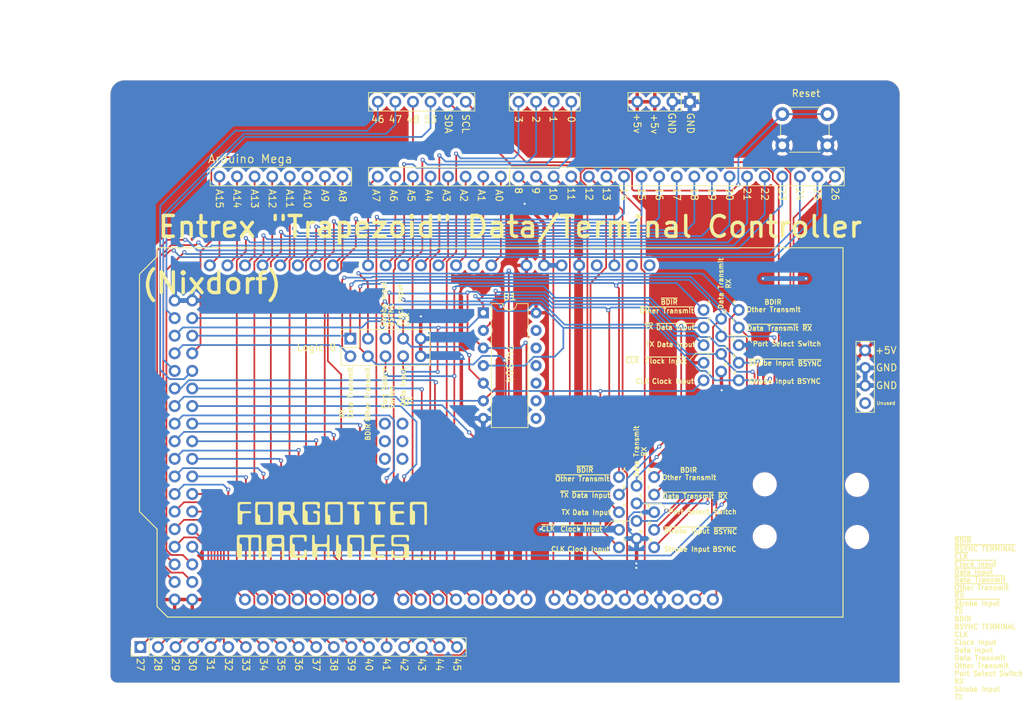
<source format=kicad_pcb>
(kicad_pcb (version 20221018) (generator pcbnew)
  (layers (0 "F.Cu" signal) (31 "B.Cu" signal) (34 "B.Paste" user) (35 "F.Paste" user) (36 "B.SilkS" user "B.Silkscreen") (37 "F.SilkS" user "F.Silkscreen") (38 "B.Mask" user) (39 "F.Mask" user) (44 "Edge.Cuts" user))
  (net 0 "")
  (net 1 "Net-(J3-Pin_1)")
  (net 2 "Net-(J3-Pin_2)")
  (net 3 "Net-(J3-Pin_3)")
  (net 4 "Net-(J3-Pin_4)")
  (net 5 "Net-(J3-Pin_5)")
  (net 6 "Net-(J3-Pin_6)")
  (net 7 "D30")
  (net 8 "Net-(J3-Pin_7)")
  (net 9 "D31")
  (net 10 "Net-(J3-Pin_8)")
  (net 11 "Net-(J4-Pin_1)")
  (net 12 "D32")
  (net 13 "D22")
  (net 14 "D24")
  (net 15 "D36")
  (net 16 "D18")
  (net 17 "D40")
  (net 18 "D16")
  (net 19 "D34")
  (net 20 "D15")
  (net 21 "D35")
  (net 22 "D33")
  (net 23 "D28")
  (net 24 "D17")
  (net 25 "D19")
  (net 26 "D37")
  (net 27 "D39")
  (net 28 "D21")
  (net 29 "D20")
  (net 30 "D23")
  (net 31 "D41")
  (net 32 "D42")
  (net 33 "D25")
  (net 34 "D43")
  (net 35 "D45")
  (net 36 "D44")
  (net 37 "D27")
  (net 38 "D26")
  (net 39 "D47")
  (net 40 "D46")
  (net 41 "D48")
  (net 42 "D29")
  (net 43 "D38")
  (net 44 "+5V")
  (net 45 "GND")
  (net 46 "+12V")
  (net 47 "Net-(J4-Pin_2)")
  (net 48 "Net-(J4-Pin_3)")
  (net 49 "Net-(J4-Pin_4)")
  (net 50 "SCL")
  (net 51 "SDA")
  (net 52 "AREF")
  (net 53 "D13")
  (net 54 "D12")
  (net 55 "D11")
  (net 56 "D10")
  (net 57 "D9")
  (net 58 "D8")
  (net 59 "Net-(J4-Pin_5)")
  (net 60 "Net-(J4-Pin_6)")
  (net 61 "Net-(J4-Pin_7)")
  (net 62 "Net-(J4-Pin_8)")
  (net 63 "D3")
  (net 64 "D2")
  (net 65 "D53")
  (net 66 "D0")
  (net 67 "D1")
  (net 68 "D14")
  (net 69 "~{Other Transmit}")
  (net 70 "Data Input")
  (net 71 "~{Data Input}")
  (net 72 "~{Clock Input}")
  (net 73 "Other Transmit")
  (net 74 "~{Data Transmit}")
  (net 75 "Strobe Input")
  (net 76 "~{Strobe Input}")
  (net 77 "Net-(XA1-RESET)")
  (net 78 "Clock Input")
  (net 87 "Port Select Switch")
  (net 88 "Data Transmit")
  (footprint "port_nova:PinHeader_1x04_P2.54mm_Vertical" (layer "F.Cu") (at 153.568 80.346)
    (fp_text reference "J2" hide)
    (fp_text value "Conn_01x04")
  )
  (footprint "port_nova:PinHeader_1x08_P2.54mm_Vertical" (layer "F.Cu") (at 100.956 55.256 -90)
    (fp_text reference "J4" hide)
    (fp_text value "Conn_01x08")
  )
  (footprint "port_nova:PinHeader_1x08_P2.54mm_Vertical" (layer "F.Cu") (at 78.096 55.246 -90)
    (fp_text reference "J3" hide)
    (fp_text value "Conn_01x08")
  )
  (footprint "port_nova:PinHeader_1x06_P2.54mm_Vertical" (layer "F.Cu") (at 95.885 44.45 -90)
    (fp_text reference "J5" hide)
    (fp_text value "Conn_01x06")
  )
  (footprint "port_nova:PinHeader_1x04_P2.54mm_Vertical" (layer "F.Cu") (at 111.125 44.45 -90)
    (fp_text reference "J6" hide)
    (fp_text value "Conn_01x04")
  )
  (footprint "Button_Switch_THT:SW_PUSH_6mm" (layer "F.Cu") (at 148.108 50.736 180)
    (fp_text reference "Reset1" hide)
    (fp_text value "Reset")
  )
  (footprint "port_nova:PinHeader_1x19_P2.54mm_Vertical" (layer "F.Cu") (at 103.496 55.246 90)
    (fp_text reference "J8" hide)
    (fp_text value "Conn_01x19")
  )
  (footprint "MountingHole:MountingHole_3mm" (layer "F.Cu") (at 152.4 99.765)
    (fp_text reference "H1" hide)
    (fp_text value "MountingHole")
  )
  (footprint "MountingHole:MountingHole_3mm" (layer "F.Cu") (at 139.065 107.245)
    (fp_text reference "H4" hide)
    (fp_text value "MountingHole")
  )
  (footprint "Forgotten Machines:Arduino_Mega2560_Shield" (layer "F.Cu") (at 150.368 65.532 180)
    (fp_text reference "XA1" hide)
    (fp_text value "Arduino_Mega2560_Shield")
  )
  (footprint "Forgotten Machines:Winchester MRE14 @ 2.54mm pitch" (layer "F.Cu") (at 120.555 103.72)
    (fp_text reference "W1" hide)
    (fp_text value "Winchester_MRE-14")
  )
  (footprint "Connector_PinHeader_2.54mm:PinHeader_1x19_P2.54mm_Vertical" (layer "F.Cu") (at 48.895 123.19 90)
    (fp_text reference "J1" hide)
    (fp_text value "Conn_01x19")
  )
  (footprint "MountingHole:MountingHole_3mm" (layer "F.Cu") (at 152.4 107.315)
    (fp_text reference "H2" hide)
    (fp_text value "MountingHole")
  )
  (footprint "Forgotten Machines:PinHeader_2x05_P2.54mm_Vertical - Backside" (layer "F.Cu") (at 79.22 78.66 90)
    (fp_text reference "J9" hide)
    (fp_text value "Logic 8 CH")
  )
  (footprint "Forgotten Machines:Winchester MRE14 @ 2.54mm pitch" (layer "F.Cu") (at 132.775 79.6)
    (fp_text reference "W2" hide)
    (fp_text value "Winchester_MRE-14")
  )
  (footprint "Connector_PinHeader_2.54mm:PinHeader_1x04_P2.54mm_Vertical" (layer "F.Cu") (at 128.27 44.45 -90)
    (fp_text reference "J10" hide)
    (fp_text value "Conn_01x04")
  )
  (footprint "Package_DIP:DIP-14_W7.62mm" (layer "F.Cu") (at 98.425 74.93)
    (fp_text reference "U1")
    (fp_text value "74LS04")
  )
  (footprint "MountingHole:MountingHole_3mm" (layer "F.Cu") (at 139.065 99.695)
    (fp_text reference "H3" hide)
    (fp_text value "MountingHole")
  )
  (gr_poly (pts (xy 76.057284 106.973305) (xy 76.062366 106.973496) (xy 76.066977 106.973829) (xy 76.071234 106.974319) (xy 76.075254 106.974983) (xy 76.079156 106.975838) (xy 76.083055 106.9769) (xy 76.087071 106.978185) (xy 76.091319 106.97971) (xy 76.095918 106.98149) (xy 76.106638 106.985885) (xy 76.113156 106.98871) (xy 76.119434 106.991662) (xy 76.125473 106.994746) (xy 76.131279 106.997971) (xy 76.136855 107.001343) (xy 76.142206 107.004868) (xy 76.147335 107.008553) (xy 76.152246 107.012406) (xy 76.156943 107.016434) (xy 76.161431 107.020642) (xy 76.165713 107.025038) (xy 76.169793 107.029629) (xy 76.173675 107.034421) (xy 76.177363 107.039422) (xy 76.180862 107.044639) (xy 76.184174 107.050077) (xy 76.187305 107.055745) (xy 76.190257 107.061648) (xy 76.193036 107.067794) (xy 76.195644 107.07419) (xy 76.198087 107.080842) (xy 76.200367 107.087757) (xy 76.20249 107.094943) (xy 76.204458 107.102405) (xy 76.206276 107.110152) (xy 76.207948 107.118189) (xy 76.210869 107.135162) (xy 76.213253 107.15338) (xy 76.215132 107.172898) (xy 76.218447 108.708838) (xy 76.211667 110.207498) (xy 76.208441 110.221336) (xy 76.204692 110.234531) (xy 76.200422 110.247081) (xy 76.195634 110.25898) (xy 76.19033 110.270226) (xy 76.184515 110.280814) (xy 76.178191 110.290742) (xy 76.17136 110.300005) (xy 76.164026 110.3086) (xy 76.156191 110.316523) (xy 76.147859 110.323771) (xy 76.139032 110.330339) (xy 76.129713 110.336225) (xy 76.119905 110.341424) (xy 76.109611 110.345934) (xy 76.098834 110.349749) (xy 76.093188 110.351351) (xy 76.086994 110.352791) (xy 76.080335 110.354064) (xy 76.073291 110.355168) (xy 76.065944 110.3561) (xy 76.058373 110.356856) (xy 76.050661 110.357434) (xy 76.042887 110.357829) (xy 76.035134 110.35804) (xy 76.027481 110.358063) (xy 76.02001 110.357894) (xy 76.012802 110.35753) (xy 76.005937 110.356969) (xy 75.999498 110.356208) (xy 75.993563 110.355242) (xy 75.988216 110.354069) (xy 75.988207 110.354057) (xy 75.985873 110.353422) (xy 75.983328 110.352654) (xy 75.977705 110.350759) (xy 75.971538 110.348455) (xy 75.965026 110.345826) (xy 75.958369 110.342955) (xy 75.951766 110.339925) (xy 75.945418 110.336819) (xy 75.939523 110.333722) (xy 75.933306 110.330097) (xy 75.927318 110.326155) (xy 75.921557 110.321891) (xy 75.91602 110.317302) (xy 75.910705 110.312385) (xy 75.90561 110.307137) (xy 75.900731 110.301553) (xy 75.896066 110.29563) (xy 75.891612 110.289365) (xy 75.887367 110.282755) (xy 75.883329 110.275796) (xy 75.879494 110.268484) (xy 75.87586 110.260816) (xy 75.872425 110.252789) (xy 75.869185 110.244399) (xy 75.866139 110.235642) (xy 75.855216 110.202542) (xy 75.855258 109.649325) (xy 75.854943 109.329706) (xy 75.853281 109.145043) (xy 75.851639 109.087956) (xy 75.849292 109.046171) (xy 75.846118 109.013544) (xy 75.841995 108.983927) (xy 75.84007 108.970729) (xy 75.837953 108.955134) (xy 75.835902 108.939091) (xy 75.834174 108.924548) (xy 75.833324 108.917847) (xy 75.832285 108.911015) (xy 75.831096 108.904244) (xy 75.829799 108.897725) (xy 75.828432 108.891647) (xy 75.827037 108.886204) (xy 75.825654 108.881584) (xy 75.824979 108.879643) (xy 75.824323 108.87798) (xy 75.816848 108.860571) (xy 75.810537 108.84628) (xy 75.805101 108.834554) (xy 75.800253 108.824845) (xy 75.795705 108.8166) (xy 75.791167 108.80927) (xy 75.786352 108.802303) (xy 75.780972 108.795149) (xy 75.772758 108.784998) (xy 75.764417 108.775635) (xy 75.755853 108.767015) (xy 75.751457 108.762969) (xy 75.746969 108.759093) (xy 75.742377 108.75538) (xy 75.73767 108.751825) (xy 75.732834 108.748422) (xy 75.727858 108.745166) (xy 75.72273 108.742051) (xy 75.717437 108.739072) (xy 75.711969 108.736222) (xy 75.706312 108.733497) (xy 75.700455 108.730891) (xy 75.694385 108.728398) (xy 75.681561 108.72373) (xy 75.667743 108.719447) (xy 75.652835 108.715507) (xy 75.63674 108.711863) (xy 75.619362 108.708471) (xy 75.600605 108.705288) (xy 75.580373 108.702267) (xy 75.528508 108.699345) (xy 75.430464 108.697253) (xy 75.156429 108.695566) (xy 74.879444 108.697217) (xy 74.777712 108.699297) (xy 74.720685 108.702216) (xy 74.681169 108.707231) (xy 74.663613 108.709957) (xy 74.647387 108.71288) (xy 74.63239 108.716037) (xy 74.618519 108.719468) (xy 74.60567 108.72321) (xy 74.593742 108.727302) (xy 74.582631 108.731781) (xy 74.572236 108.736686) (xy 74.562452 108.742056) (xy 74.553178 108.747928) (xy 74.544312 108.75434) (xy 74.535749 108.761331) (xy 74.527389 108.768938) (xy 74.519127 108.777201) (xy 74.513164 108.78353) (xy 74.507731 108.789553) (xy 74.50278 108.795374) (xy 74.498258 108.801093) (xy 74.494117 108.806814) (xy 74.490306 108.81264) (xy 74.486775 108.81867) (xy 74.483474 108.82501) (xy 74.480353 108.831759) (xy 74.477361 108.839021) (xy 74.474448 108.846898) (xy 74.471565 108.855492) (xy 74.468661 108.864906) (xy 74.465685 108.875241) (xy 74.462588 108.886599) (xy 74.45932 108.899084) (xy 74.444545 108.956425) (xy 74.442865 109.445374) (xy 74.440405 109.81017) (xy 74.438663 109.933679) (xy 74.436824 109.995709) (xy 74.434992 110.018667) (xy 74.432842 110.040237) (xy 74.430348 110.060494) (xy 74.427486 110.079512) (xy 74.42423 110.097365) (xy 74.420556 110.114128) (xy 74.416438 110.129875) (xy 74.411852 110.144682) (xy 74.406772 110.158622) (xy 74.401173 110.171769) (xy 74.39503 110.184199) (xy 74.388319 110.195986) (xy 74.381013 110.207205) (xy 74.373089 110.217929) (xy 74.36452 110.228233) (xy 74.355283 110.238193) (xy 74.344 110.249121) (xy 74.332338 110.259134) (xy 74.320196 110.268262) (xy 74.313914 110.272502) (xy 74.307475 110.276532) (xy 74.300865 110.280355) (xy 74.294072 110.283975) (xy 74.287084 110.287395) (xy 74.279888 110.290619) (xy 74.264823 110.296493) (xy 74.248776 110.301625) (xy 74.231646 110.306046) (xy 74.213333 110.309783) (xy 74.193737 110.312866) (xy 74.172757 110.315323) (xy 74.150292 110.317184) (xy 74.126243 110.318478) (xy 74.100508 110.319233) (xy 74.072988 110.319478) (xy 74.040001 110.319048) (xy 74.009007 110.317739) (xy 73.979934 110.315523) (xy 73.952707 110.31237) (xy 73.927252 110.308252) (xy 73.903497 110.303141) (xy 73.881367 110.297008) (xy 73.86079 110.289824) (xy 73.841691 110.281561) (xy 73.823998 110.27219) (xy 73.807636 110.261682) (xy 73.792532 110.250009) (xy 73.778613 110.237142) (xy 73.765805 110.223052) (xy 73.754034 110.207712) (xy 73.743227 110.191091) (xy 73.738609 110.18316) (xy 73.734337 110.175323) (xy 73.730387 110.167503) (xy 73.726737 110.159621) (xy 73.723366 110.151599) (xy 73.720252 110.14336) (xy 73.717373 110.134824) (xy 73.714706 110.125915) (xy 73.712231 110.116553) (xy 73.709923 110.10666) (xy 73.707763 110.096159) (xy 73.705727 110.084971) (xy 73.703794 110.073019) (xy 73.701942 110.060223) (xy 73.700149 110.046506) (xy 73.698392 110.03179) (xy 73.69108 108.616525) (xy 73.695772 107.199591) (xy 73.698607 107.175667) (xy 73.701624 107.154502) (xy 73.70492 107.135687) (xy 73.708597 107.118814) (xy 73.710608 107.110978) (xy 73.712752 107.103474) (xy 73.71504 107.096251) (xy 73.717485 107.089259) (xy 73.720099 107.082446) (xy 73.722895 107.075762) (xy 73.729082 107.062573) (xy 73.73248 107.056072) (xy 73.736006 107.049864) (xy 73.739673 107.043937) (xy 73.743493 107.038279) (xy 73.747478 107.032878) (xy 73.751642 107.027723) (xy 73.755995 107.022799) (xy 73.760551 107.018096) (xy 73.765321 107.013602) (xy 73.770319 107.009304) (xy 73.775556 107.005189) (xy 73.781045 107.001247) (xy 73.786798 106.997464) (xy 73.792827 106.993828) (xy 73.799146 106.990328) (xy 73.805765 106.986951) (xy 73.809622 106.985094) (xy 73.813241 106.983438) (xy 73.816699 106.981968) (xy 73.820072 106.980672) (xy 73.823438 106.979536) (xy 73.826873 106.978547) (xy 73.830456 106.977692) (xy 73.834261 106.976958) (xy 73.838368 106.976332) (xy 73.842853 106.975799) (xy 73.847792 106.975347) (xy 73.853262 106.974963) (xy 73.859342 106.974633) (xy 73.866107 106.974345) (xy 73.882002 106.973838) (xy 73.896477 106.97352) (xy 73.908718 106.973448) (xy 73.91906 106.97365) (xy 73.927836 106.974152) (xy 73.931742 106.974524) (xy 73.935381 106.974981) (xy 73.938797 106.975525) (xy 73.942029 106.976162) (xy 73.945121 106.976893) (xy 73.948114 106.977722) (xy 73.953969 106.979689) (xy 73.964456 106.983887) (xy 73.974301 106.988426) (xy 73.983532 106.993336) (xy 73.992174 106.998651) (xy 74.000256 107.004401) (xy 74.004095 107.007449) (xy 74.007804 107.010619) (xy 74.011386 107.013914) (xy 74.014844 107.017337) (xy 74.018183 107.020894) (xy 74.021405 107.024587) (xy 74.024513 107.028422) (xy 74.027512 107.032401) (xy 74.033192 107.040811) (xy 74.038473 107.049849) (xy 74.043382 107.059547) (xy 74.047945 107.069937) (xy 74.052189 107.08105) (xy 74.056141 107.09292) (xy 74.059828 107.105577) (xy 74.062345 107.116094) (xy 74.064626 107.128435) (xy 74.066676 107.142778) (xy 74.068501 107.159304) (xy 74.070106 107.178192) (xy 74.071497 107.199622) (xy 74.073657 107.250829) (xy 74.075028 107.314361) (xy 74.075652 107.391656) (xy 74.075575 107.484154) (xy 74.074839 107.593291) (xy 74.074179 107.774302) (xy 74.075687 107.919715) (xy 74.079305 108.026799) (xy 74.081889 108.065115) (xy 74.084979 108.092824) (xy 74.086676 108.102845) (xy 74.088877 108.113705) (xy 74.091526 108.125203) (xy 74.094572 108.137141) (xy 74.09796 108.149319) (xy 74.101639 108.161538) (xy 74.105553 108.1736) (xy 74.109651 108.185304) (xy 74.111224 108.18934) (xy 74.113 108.193375) (xy 74.114975 108.197404) (xy 74.117145 108.201424) (xy 74.122048 108.209418) (xy 74.127673 108.217327) (xy 74.133982 108.22512) (xy 74.14094 108.232764) (xy 74.148507 108.240229) (xy 74.156649 108.247483) (xy 74.165327 108.254494) (xy 74.174505 108.261232) (xy 74.184145 108.267665) (xy 74.194212 108.273762) (xy 74.204667 108.279491) (xy 74.215474 108.28482) (xy 74.226595 108.289719) (xy 74.237995 108.294157) (xy 74.249226 108.298124) (xy 74.260406 108.301608) (xy 74.266291 108.303178) (xy 74.272538 108.304639) (xy 74.279274 108.305995) (xy 74.286623 108.30725) (xy 74.294711 108.308407) (xy 74.303663 108.309471) (xy 74.313603 108.310445) (xy 74.324658 108.311334) (xy 74.336953 108.312141) (xy 74.350612 108.312871) (xy 74.382525 108.314113) (xy 74.421399 108.315091) (xy 74.468237 108.315836) (xy 74.524038 108.316381) (xy 74.589806 108.316756) (xy 74.755248 108.317124) (xy 74.972574 108.317191) (xy 75.365542 108.316789) (xy 75.487135 108.315718) (xy 75.570962 108.313563) (xy 75.626143 108.309945) (xy 75.661799 108.304485) (xy 75.68705 108.296804) (xy 75.711017 108.286523) (xy 75.718074 108.283093) (xy 75.725294 108.279017) (xy 75.73262 108.274357) (xy 75.739989 108.269171) (xy 75.747343 108.26352) (xy 75.754622 108.257462) (xy 75.761765 108.251058) (xy 75.768714 108.244368) (xy 75.775407 108.237451) (xy 75.781785 108.230367) (xy 75.787788 108.223176) (xy 75.793357 108.215938) (xy 75.798431 108.208712) (xy 75.80295 108.201557) (xy 75.806855 108.194535) (xy 75.810086 108.187704) (xy 75.815844 108.174064) (xy 75.820481 108.162564) (xy 75.82416 108.152653) (xy 75.825692 108.148122) (xy 75.827047 108.14378) (xy 75.828244 108.139561) (xy 75.829304 108.135394) (xy 75.830248 108.131211) (xy 75.831097 108.126943) (xy 75.83259 108.117876) (xy 75.833946 108.107641) (xy 75.835785 108.093142) (xy 75.837921 108.077134) (xy 75.84009 108.061564) (xy 75.842027 108.048374) (xy 75.84605 108.01957) (xy 75.847718 108.00489) (xy 75.849175 107.989308) (xy 75.850436 107.972286) (xy 75.851514 107.953285) (xy 75.852424 107.931768) (xy 75.85318 107.907198) (xy 75.854283 107.846743) (xy 75.854936 107.767617) (xy 75.85525 107.665518) (xy 75.855338 107.536141) (xy 75.855545 107.31283) (xy 75.856533 107.189335) (xy 75.85752 107.154338) (xy 75.858945 107.131477) (xy 75.860885 107.116481) (xy 75.863423 107.105077) (xy 75.866492 107.094009) (xy 75.869809 107.083495) (xy 75.873387 107.073518) (xy 75.877237 107.064063) (xy 75.881372 107.055111) (xy 75.885803 107.046647) (xy 75.890541 107.038654) (xy 75.8956 107.031116) (xy 75.90099 107.024015) (xy 75.906723 107.017337) (xy 75.912811 107.011063) (xy 75.919267 107.005177) (xy 75.926101 106.999664) (xy 75.933326 106.994505) (xy 75.940953 106.989686) (xy 75.948995 106.985188) (xy 75.951886 106.983716) (xy 75.954718 106.982389) (xy 75.957547 106.981198) (xy 75.960432 106.980134) (xy 75.963431 106.979187) (xy 75.966604 106.978349) (xy 75.970008 106.977609) (xy 75.973702 106.97696) (xy 75.977744 106.976391) (xy 75.982193 106.975894) (xy 75.987106 106.975459) (xy 75.992544 106.975077) (xy 75.998563 106.974739) (xy 76.005223 106.974436) (xy 76.020697 106.973897) (xy 76.038037 106.973416) (xy 76.051614 106.973239)) (fill solid) (layer "F.SilkS"))
  (gr_poly (pts (xy 79.931222 106.987232) (xy 80.416609 106.98972) (xy 80.941544 106.99317) (xy 80.996236 107.006795) (xy 81.015771 107.011917) (xy 81.033967 107.017236) (xy 81.050893 107.022801) (xy 81.066618 107.02866) (xy 81.08121 107.034859) (xy 81.094737 107.041448) (xy 81.10727 107.048473) (xy 81.118876 107.055983) (xy 81.129624 107.064025) (xy 81.139583 107.072647) (xy 81.148822 107.081898) (xy 81.15741 107.091824) (xy 81.165414 107.102475) (xy 81.172905 107.113896) (xy 81.179951 107.126137) (xy 81.18662 107.139246) (xy 81.190859 107.148292) (xy 81.194765 107.157079) (xy 81.198353 107.165675) (xy 81.20164 107.174145) (xy 81.204642 107.182559) (xy 81.207375 107.190983) (xy 81.209857 107.199484) (xy 81.212103 107.20813) (xy 81.21413 107.216988) (xy 81.215954 107.226126) (xy 81.217592 107.235611) (xy 81.21906 107.24551) (xy 81.220375 107.25589) (xy 81.221553 107.26682) (xy 81.223564 107.290595) (xy 81.224996 107.419896) (xy 81.225974 107.736158) (xy 81.226279 108.772262) (xy 81.225179 110.201012) (xy 81.215471 110.228528) (xy 81.210345 110.242392) (xy 81.20509 110.255238) (xy 81.199661 110.26711) (xy 81.194014 110.278055) (xy 81.188105 110.288116) (xy 81.18189 110.29734) (xy 81.175325 110.305772) (xy 81.168366 110.313456) (xy 81.160967 110.320437) (xy 81.153086 110.326761) (xy 81.144678 110.332473) (xy 81.135699 110.337619) (xy 81.126104 110.342242) (xy 81.11585 110.346388) (xy 81.104892 110.350103) (xy 81.093186 110.353432) (xy 81.08726 110.354821) (xy 81.080923 110.35602) (xy 81.074231 110.35703) (xy 81.067245 110.357849) (xy 81.060022 110.358479) (xy 81.052621 110.35892) (xy 81.045102 110.359172) (xy 81.037522 110.359236) (xy 81.029941 110.359111) (xy 81.022417 110.358798) (xy 81.015009 110.358297) (xy 81.007775 110.357608) (xy 81.000775 110.356732) (xy 80.994067 110.355669) (xy 80.987709 110.354419) (xy 80.981761 110.352982) (xy 80.981783 110.352971) (xy 80.970365 110.349511) (xy 80.964863 110.347532) (xy 80.9595 110.345385) (xy 80.954273 110.343071) (xy 80.949183 110.340588) (xy 80.944228 110.337935) (xy 80.939408 110.335112) (xy 80.934723 110.332119) (xy 80.930171 110.328953) (xy 80.925753 110.325615) (xy 80.921466 110.322104) (xy 80.917312 110.318418) (xy 80.913289 110.314558) (xy 80.909396 110.310523) (xy 80.905632 110.306311) (xy 80.901998 110.301922) (xy 80.898493 110.297355) (xy 80.895115 110.292609) (xy 80.891864 110.287685) (xy 80.885741 110.277294) (xy 80.880119 110.266176) (xy 80.874993 110.254326) (xy 80.870357 110.241737) (xy 80.866205 110.228403) (xy 80.862534 110.214318) (xy 80.861141 110.194159) (xy 80.859927 110.143137) (xy 80.857929 109.929784) (xy 80.856316 109.536812) (xy 80.854866 108.926775) (xy 80.851779 107.914658) (xy 80.849733 107.703677) (xy 80.846999 107.631375) (xy 80.842568 107.607828) (xy 80.838206 107.586515) (xy 80.833885 107.567331) (xy 80.829578 107.550174) (xy 80.825258 107.534941) (xy 80.820897 107.521528) (xy 80.816467 107.509832) (xy 80.811942 107.49975) (xy 80.808569 107.493226) (xy 80.804959 107.486879) (xy 80.801112 107.480709) (xy 80.797029 107.474715) (xy 80.792708 107.468897) (xy 80.788151 107.463256) (xy 80.783356 107.45779) (xy 80.778323 107.452501) (xy 80.773053 107.447388) (xy 80.767545 107.44245) (xy 80.7618 107.437688) (xy 80.755816 107.433103) (xy 80.749595 107.428692) (xy 80.743135 107.424458) (xy 80.736436 107.420399) (xy 80.7295 107.416515) (xy 80.722324 107.412807) (xy 80.71491 107.409274) (xy 80.707257 107.405917) (xy 80.699365 107.402735) (xy 80.691234 107.399727) (xy 80.682863 107.396895) (xy 80.674253 107.394238) (xy 80.665403 107.391756) (xy 80.656314 107.389449) (xy 80.646985 107.387316) (xy 80.627607 107.383575) (xy 80.607268 107.380532) (xy 80.585967 107.378186) (xy 80.385561 107.374634) (xy 80.00304 107.373076) (xy 79.619882 107.373729) (xy 79.417566 107.376806) (xy 79.404996 107.378031) (xy 79.392445 107.379563) (xy 79.379968 107.381387) (xy 79.367619 107.383488) (xy 79.355454 107.38585) (xy 79.343528 107.388458) (xy 79.331893 107.391295) (xy 79.320606 107.394347) (xy 79.309721 107.397598) (xy 79.299293 107.401032) (xy 79.289376 107.404635) (xy 79.280025 107.408389) (xy 79.271294 107.41228) (xy 79.263239 107.416293) (xy 79.255914 107.420411) (xy 79.249373 107.424619) (xy 79.244835 107.427917) (xy 79.240232 107.431556) (xy 79.23559 107.435505) (xy 79.230939 107.43973) (xy 79.226306 107.4442) (xy 79.221719 107.448882) (xy 79.217206 107.453742) (xy 79.212795 107.458749) (xy 79.208514 107.46387) (xy 79.204391 107.469072) (xy 79.200454 107.474322) (xy 79.196731 107.479589) (xy 79.19325 107.484839) (xy 79.190038 107.490041) (xy 79.187125 107.49516) (xy 79.184537 107.500165) (xy 79.182088 107.505552) (xy 79.179404 107.512131) (xy 79.176574 107.519648) (xy 79.173683 107.527847) (xy 79.170819 107.536473) (xy 79.168069 107.545271) (xy 79.165522 107.553986) (xy 79.163263 107.562362) (xy 79.161497 107.569315) (xy 79.159949 107.575779) (xy 79.158606 107.582129) (xy 79.157451 107.588739) (xy 79.156472 107.595986) (xy 79.155652 107.604244) (xy 79.154979 107.613887) (xy 79.154436 107.625292) (xy 79.15401 107.638833) (xy 79.153686 107.654885) (xy 79.153449 107.673823) (xy 79.153285 107.696022) (xy 79.153118 107.751705) (xy 79.153067 107.824933) (xy 79.153219 107.949758) (xy 79.153593 107.991026) (xy 79.15428 108.021652) (xy 79.155366 108.044224) (xy 79.156936 108.061333) (xy 79.159075 108.075567) (xy 79.16187 108.089516) (xy 79.165794 108.107083) (xy 79.169752 108.123282) (xy 79.173798 108.138208) (xy 79.177987 108.151954) (xy 79.182371 108.164617) (xy 79.187007 108.176291) (xy 79.191947 108.187071) (xy 79.197246 108.197052) (xy 79.202959 108.206328) (xy 79.209139 108.214994) (xy 79.215841 108.223146) (xy 79.223119 108.230877) (xy 79.231028 108.238284) (xy 79.239621 108.24546) (xy 79.248953 108.252501) (xy 79.259078 108.259501) (xy 79.265719 108.26386) (xy 79.272321 108.268084) (xy 79.278712 108.272069) (xy 79.284717 108.275712) (xy 79.290163 108.278908) (xy 79.294877 108.281554) (xy 79.298684 108.283547) (xy 79.30141 108.284782) (xy 79.304235 108.285937) (xy 79.308321 108.2877) (xy 79.319506 108.292702) (xy 79.333419 108.299085) (xy 79.348515 108.306148) (xy 79.363024 108.312896) (xy 79.375335 108.318421) (xy 79.384149 108.322155) (xy 79.386838 108.323172) (xy 79.388164 108.323527) (xy 79.388348 108.323551) (xy 79.388602 108.323624) (xy 79.389316 108.32391) (xy 79.390289 108.324375) (xy 79.391506 108.325009) (xy 79.394605 108.326746) (xy 79.398488 108.329045) (xy 79.403025 108.331828) (xy 79.408089 108.335019) (xy 79.413552 108.338539) (xy 79.419287 108.342313) (xy 79.427412 108.347968) (xy 79.435018 108.353803) (xy 79.442132 108.359862) (xy 79.44878 108.36619) (xy 79.451938 108.369468) (xy 79.45499 108.37283) (xy 79.457938 108.376282) (xy 79.460788 108.379828) (xy 79.46354 108.383475) (xy 79.4662 108.387228) (xy 79.468771 108.391092) (xy 79.471255 108.395073) (xy 79.475978 108.403409) (xy 79.480397 108.412281) (xy 79.484538 108.421731) (xy 79.488429 108.431806) (xy 79.492095 108.442548) (xy 79.495564 108.454003) (xy 79.498863 108.466216) (xy 79.502019 108.47923) (xy 79.512816 108.526114) (xy 79.512715 109.261962) (xy 79.511538 109.878176) (xy 79.50954 109.990676) (xy 79.506084 110.033793) (xy 79.500408 110.066046) (xy 79.497866 110.08118) (xy 79.495964 110.09306) (xy 79.493561 110.106444) (xy 79.490477 110.119771) (xy 79.486745 110.132986) (xy 79.482397 110.14603) (xy 79.477466 110.158847) (xy 79.471987 110.17138) (xy 79.465991 110.183571) (xy 79.459513 110.195364) (xy 79.452584 110.206702) (xy 79.445239 110.217527) (xy 79.437509 110.227783) (xy 79.429429 110.237412) (xy 79.421031 110.246357) (xy 79.412348 110.254562) (xy 79.403414 110.261969) (xy 79.394261 110.268522) (xy 79.387727 110.272722) (xy 79.381205 110.276682) (xy 79.374673 110.280411) (xy 79.368105 110.283918) (xy 79.361478 110.287213) (xy 79.354768 110.290303) (xy 79.347952 110.293199) (xy 79.341005 110.295908) (xy 79.333903 110.29844) (xy 79.326622 110.300804) (xy 79.319139 110.303009) (xy 79.311429 110.305064) (xy 79.303468 110.306977) (xy 79.295233 110.308757) (xy 79.2867 110.310414) (xy 79.277844 110.311957) (xy 79.254325 110.314851) (xy 79.223498 110.317241) (xy 79.188105 110.319065) (xy 79.15089 110.320258) (xy 79.114595 110.320758) (xy 79.081963 110.320501) (xy 79.055738 110.319424) (xy 79.045885 110.318559) (xy 79.038661 110.317465) (xy 79.033336 110.316419) (xy 79.027115 110.315307) (xy 79.01289 110.313025) (xy 78.997792 110.310892) (xy 78.99048 110.309967) (xy 78.983627 110.309181) (xy 78.973746 110.307873) (xy 78.963802 110.306085) (xy 78.953845 110.303839) (xy 78.943922 110.301157) (xy 78.934081 110.298062) (xy 78.924371 110.294579) (xy 78.91484 110.290728) (xy 78.905536 110.286533) (xy 78.896507 110.282018) (xy 78.887802 110.277204) (xy 78.879467 110.272115) (xy 78.871553 110.266774) (xy 78.864105 110.261203) (xy 78.857174 110.255426) (xy 78.850807 110.249465) (xy 78.845052 110.243343) (xy 78.841277 110.238737) (xy 78.837375 110.233408) (xy 78.833384 110.227434) (xy 78.829341 110.220899) (xy 78.825285 110.213883) (xy 78.821255 110.206467) (xy 78.817288 110.198733) (xy 78.813424 110.190762) (xy 78.8097 110.182636) (xy 78.806154 110.174435) (xy 78.802826 110.166241) (xy 78.799753 110.158136) (xy 78.796974 110.150199) (xy 78.794526 110.142514) (xy 78.792449 110.135161) (xy 78.790781 110.128221) (xy 78.789356 110.121229) (xy 78.787696 110.112378) (xy 78.783907 110.090539) (xy 78.779894 110.065586) (xy 78.776137 110.040401) (xy 78.774683 110.029597) (xy 78.773408 110.017616) (xy 78.772298 110.002548) (xy 78.771343 109.982487) (xy 78.770532 109.955524) (xy 78.769851 109.919752) (xy 78.769291 109.873262) (xy 78.768839 109.814147) (xy 78.768213 109.65041) (xy 78.767881 109.413277) (xy 78.767726 108.657777) (xy 78.768829 107.502289) (xy 78.77132 107.335067) (xy 78.776094 107.279569) (xy 78.781472 107.246785) (xy 78.786998 107.21821) (xy 78.789896 107.205259) (xy 78.792926 107.193071) (xy 78.796119 107.181549) (xy 78.799507 107.170596) (xy 78.803121 107.160117) (xy 78.806993 107.150013) (xy 78.811154 107.14019) (xy 78.815637 107.13055) (xy 78.820472 107.120997) (xy 78.825691 107.111435) (xy 78.831325 107.101766) (xy 78.837407 107.091894) (xy 78.839446 107.088815) (xy 78.841665 107.085746) (xy 78.846631 107.07965) (xy 78.852279 107.073622) (xy 78.858581 107.067679) (xy 78.865509 107.061837) (xy 78.873037 107.056113) (xy 78.881136 107.050524) (xy 78.88978 107.045085) (xy 78.898942 107.039813) (xy 78.908593 107.034725) (xy 78.918706 107.029837) (xy 78.929255 107.025166) (xy 78.940211 107.020727) (xy 78.951548 107.016538) (xy 78.963238 107.012615) (xy 78.975253 107.008974) (xy 78.987927 107.005508) (xy 78.993968 107.004028) (xy 79.000007 107.002695) (xy 79.00619 107.001492) (xy 79.012662 107.000403) (xy 79.01957 106.999412) (xy 79.02706 106.998503) (xy 79.035277 106.99766) (xy 79.044369 106.996865) (xy 79.065757 106.995358) (xy 79.092392 106.993851) (xy 79.125443 106.992215) (xy 79.189823 106.990092) (xy 79.282666 106.988485) (xy 79.55225 106.986822)) (fill solid) (layer "F.SilkS"))
  (gr_poly (pts (xy 74.545 102.212789) (xy 74.5831 102.222431) (xy 74.605729 102.228438) (xy 74.626641 102.234598) (xy 74.64593 102.240981) (xy 74.66369 102.247657) (xy 74.680015 102.254693) (xy 74.694999 102.26216) (xy 74.708737 102.270126) (xy 74.721322 102.278661) (xy 74.732848 102.287833) (xy 74.74341 102.297712) (xy 74.753101 102.308367) (xy 74.762016 102.319867) (xy 74.770248 102.33228) (xy 74.777893 102.345677) (xy 74.785043 102.360125) (xy 74.791792 102.375695) (xy 74.793941 102.381096) (xy 74.795958 102.386452) (xy 74.797864 102.391856) (xy 74.79968 102.397395) (xy 74.801426 102.403163) (xy 74.803123 102.409247) (xy 74.804792 102.415739) (xy 74.806452 102.422729) (xy 74.808126 102.430308) (xy 74.809833 102.438565) (xy 74.813432 102.457476) (xy 74.817412 102.480186) (xy 74.821941 102.507417) (xy 74.822961 102.517564) (xy 74.823867 102.534591) (xy 74.82465 102.558149) (xy 74.825305 102.58789) (xy 74.826205 102.664526) (xy 74.826517 102.761715) (xy 74.826298 102.886559) (xy 74.825232 102.959574) (xy 74.824189 102.982724) (xy 74.822703 103.000212) (xy 74.820699 103.014469) (xy 74.818099 103.027927) (xy 74.814497 103.043986) (xy 74.810678 103.058975) (xy 74.806609 103.072943) (xy 74.802259 103.085938) (xy 74.797595 103.098009) (xy 74.792586 103.109206) (xy 74.787199 103.119577) (xy 74.781403 103.129173) (xy 74.775165 103.138041) (xy 74.768453 103.146231) (xy 74.761236 103.153792) (xy 74.753482 103.160773) (xy 74.745158 103.167223) (xy 74.736232 103.173192) (xy 74.726674 103.178728) (xy 74.716449 103.18388) (xy 74.712609 103.185658) (xy 74.709029 103.187234) (xy 74.705623 103.188621) (xy 74.702304 103.18983) (xy 74.698988 103.190873) (xy 74.695588 103.191762) (xy 74.692019 103.19251) (xy 74.688195 103.193128) (xy 74.68403 103.193629) (xy 74.679438 103.194023) (xy 74.674335 103.194324) (xy 74.668633 103.194544) (xy 74.662248 103.194694) (xy 74.655094 103.194786) (xy 74.638133 103.194845) (xy 74.619948 103.194812) (xy 74.60587 103.194593) (xy 74.600055 103.194357) (xy 74.594887 103.194005) (xy 74.590238 103.193516) (xy 74.585984 103.192866) (xy 74.581997 103.192033) (xy 74.578151 103.190994) (xy 74.574318 103.189726) (xy 74.570374 103.188207) (xy 74.56619 103.186413) (xy 74.56164 103.184322) (xy 74.550937 103.179157) (xy 74.545034 103.176215) (xy 74.53961 103.173365) (xy 74.534617 103.170559) (xy 74.530006 103.16775) (xy 74.525729 103.164891) (xy 74.521736 103.161934) (xy 74.51798 103.158832) (xy 74.514412 103.155537) (xy 74.510982 103.152001) (xy 74.507643 103.148177) (xy 74.504345 103.144018) (xy 74.50104 103.139476) (xy 74.497679 103.134503) (xy 74.494214 103.129053) (xy 74.490596 103.123077) (xy 74.486775 103.116528) (xy 74.483492 103.110268) (xy 74.480306 103.103112) (xy 74.477228 103.095116) (xy 74.474271 103.086337) (xy 74.471445 103.076834) (xy 74.468761 103.066663) (xy 74.466231 103.055882) (xy 74.463867 103.044547) (xy 74.461678 103.032717) (xy 74.459677 103.020449) (xy 74.457875 103.0078) (xy 74.456283 102.994827) (xy 74.454913 102.981588) (xy 74.453775 102.968139) (xy 74.452881 102.954539) (xy 74.452242 102.940845) (xy 74.450763 102.909733) (xy 74.448695 102.880388) (xy 74.44604 102.852828) (xy 74.4428 102.827069) (xy 74.438978 102.803131) (xy 74.434576 102.78103) (xy 74.429598 102.760784) (xy 74.424045 102.742411) (xy 74.419622 102.730031) (xy 74.414893 102.718435) (xy 74.409815 102.707582) (xy 74.404347 102.697432) (xy 74.398447 102.687945) (xy 74.392074 102.67908) (xy 74.385186 102.670797) (xy 74.37774 102.663055) (xy 74.369696 102.655815) (xy 74.361012 102.649036) (xy 74.351645 102.642677) (xy 74.341554 102.636699) (xy 74.330697 102.63106) (xy 74.319033 102.62572) (xy 74.30652 102.620639) (xy 74.293115 102.615777) (xy 74.285343 102.613195) (xy 74.277656 102.610857) (xy 74.269832 102.60874) (xy 74.261647 102.606822) (xy 74.252878 102.605078) (xy 74.243301 102.603485) (xy 74.232692 102.602019) (xy 74.220829 102.600658) (xy 74.207488 102.599378) (xy 74.192444 102.598154) (xy 74.175476 102.596965) (xy 74.156358 102.595787) (xy 74.110784 102.593367) (xy 74.053932 102.590708) (xy 73.828272 102.586592) (xy 73.483126 102.585106) (xy 73.155625 102.586308) (xy 72.9829 102.590258) (xy 72.953161 102.593587) (xy 72.928628 102.596684) (xy 72.908346 102.599756) (xy 72.891357 102.603013) (xy 72.883799 102.604777) (xy 72.876705 102.606665) (xy 72.869957 102.608704) (xy 72.863433 102.610919) (xy 72.850584 102.615985) (xy 72.837202 102.622072) (xy 72.825896 102.627841) (xy 72.815114 102.634105) (xy 72.80486 102.640859) (xy 72.795137 102.6481) (xy 72.785948 102.655823) (xy 72.777296 102.664025) (xy 72.769183 102.672702) (xy 72.761613 102.68185) (xy 72.75459 102.691464) (xy 72.748115 102.701542) (xy 72.742192 102.712079) (xy 72.736825 102.723071) (xy 72.732016 102.734514) (xy 72.727767 102.746405) (xy 72.724083 102.75874) (xy 72.720967 102.771514) (xy 72.714055 102.802893) (xy 72.707804 102.83078) (xy 72.705198 102.845787) (xy 72.702832 102.866367) (xy 72.698865 102.921167) (xy 72.695988 102.989034) (xy 72.694291 103.063817) (xy 72.69386 103.139369) (xy 72.694781 103.20954) (xy 72.697142 103.268183) (xy 72.69889 103.291259) (xy 72.70103 103.309147) (xy 72.703081 103.32092) (xy 72.705513 103.332347) (xy 72.708329 103.343428) (xy 72.711529 103.354164) (xy 72.715112 103.364556) (xy 72.71908 103.374605) (xy 72.723432 103.384313) (xy 72.728171 103.393679) (xy 72.733295 103.402706) (xy 72.738807 103.411393) (xy 72.744705 103.419743) (xy 72.750991 103.427755) (xy 72.757665 103.435432) (xy 72.764728 103.442773) (xy 72.77218 103.44978) (xy 72.780022 103.456454) (xy 72.783008 103.45875) (xy 72.7867 103.461381) (xy 72.795999 103.467531) (xy 72.807515 103.474668) (xy 72.820845 103.482559) (xy 72.835585 103.490969) (xy 72.851331 103.499664) (xy 72.867682 103.50841) (xy 72.884232 103.516973) (xy 72.902921 103.526605) (xy 72.919935 103.535655) (xy 72.93524 103.544104) (xy 72.948806 103.551933) (xy 72.9606 103.559123) (xy 72.970591 103.565655) (xy 72.978748 103.57151) (xy 72.985037 103.57667) (xy 72.989433 103.580822) (xy 72.993736 103.58529) (xy 72.997947 103.590075) (xy 73.002068 103.59518) (xy 73.006098 103.600604) (xy 73.010038 103.606349) (xy 73.013889 103.612415) (xy 73.017651 103.618805) (xy 73.021325 103.625519) (xy 73.024912 103.632558) (xy 73.028412 103.639923) (xy 73.031826 103.647615) (xy 73.035154 103.655636) (xy 73.038398 103.663987) (xy 73.041557 103.672668) (xy 73.044632 103.68168) (xy 73.054427 103.711314) (xy 73.057187 104.30398) (xy 73.059947 104.896647) (xy 73.073566 104.953797) (xy 73.080053 104.979816) (xy 73.083153 104.991157) (xy 73.086226 105.001523) (xy 73.089324 105.011021) (xy 73.092498 105.019752) (xy 73.095799 105.027823) (xy 73.099278 105.035337) (xy 73.102988 105.042398) (xy 73.10698 105.04911) (xy 73.111304 105.055578) (xy 73.116013 105.061907) (xy 73.121157 105.068199) (xy 73.126789 105.07456) (xy 73.132959 105.081093) (xy 73.139719 105.087903) (xy 73.149664 105.097619) (xy 73.153937 105.101655) (xy 73.157869 105.105217) (xy 73.161551 105.10836) (xy 73.165078 105.11114) (xy 73.168541 105.113611) (xy 73.172035 105.115831) (xy 73.175652 105.117854) (xy 73.179485 105.119736) (xy 73.183628 105.121533) (xy 73.188172 105.123299) (xy 73.193212 105.12509) (xy 73.198841 105.126962) (xy 73.212235 105.131172) (xy 73.235779 105.138361) (xy 73.2463 105.141291) (xy 73.256857 105.143853) (xy 73.268106 105.146099) (xy 73.280697 105.148084) (xy 73.295286 105.149865) (xy 73.312525 105.151494) (xy 73.333067 105.153027) (xy 73.357567 105.154519) (xy 73.386676 105.156023) (xy 73.42105 105.157596) (xy 73.508201 105.161163) (xy 73.624246 105.165657) (xy 73.710942 105.168298) (xy 73.801419 105.169792) (xy 73.892286 105.170186) (xy 73.980155 105.169526) (xy 74.061634 105.167858) (xy 74.133336 105.16523) (xy 74.191869 105.161688) (xy 74.233846 105.157278) (xy 74.250775 105.154292) (xy 74.266872 105.150471) (xy 74.282151 105.145804) (xy 74.296623 105.14028) (xy 74.310303 105.133886) (xy 74.323203 105.126613) (xy 74.335336 105.118448) (xy 74.346714 105.109381) (xy 74.357352 105.099401) (xy 74.367261 105.088496) (xy 74.376455 105.076655) (xy 74.384947 105.063867) (xy 74.392749 105.050121) (xy 74.399875 105.035405) (xy 74.406337 105.019708) (xy 74.412149 105.00302) (xy 74.413749 104.997841) (xy 74.415242 104.992678) (xy 74.416594 104.987666) (xy 74.417774 104.982944) (xy 74.418748 104.978647) (xy 74.419485 104.974913) (xy 74.41995 104.971878) (xy 74.420071 104.970665) (xy 74.420113 104.969679) (xy 74.42024 104.967285) (xy 74.420604 104.963694) (xy 74.421179 104.959081) (xy 74.421941 104.953622) (xy 74.422862 104.947493) (xy 74.423919 104.940869) (xy 74.425085 104.933926) (xy 74.426335 104.926839) (xy 74.430566 104.902904) (xy 74.433952 104.88222) (xy 74.436616 104.863586) (xy 74.438681 104.845798) (xy 74.440268 104.827655) (xy 74.4415 104.807953) (xy 74.442498 104.78549) (xy 74.443385 104.759065) (xy 74.447046 104.574605) (xy 74.447019 104.403469) (xy 74.445695 104.329317) (xy 74.443537 104.266198) (xy 74.440574 104.216681) (xy 74.436835 104.183331) (xy 74.432103 104.156117) (xy 74.4276 104.131972) (xy 74.423279 104.110703) (xy 74.419093 104.092118) (xy 74.414998 104.076025) (xy 74.410946 104.062229) (xy 74.406893 104.05054) (xy 74.402791 104.040764) (xy 74.39967 104.034535) (xy 74.396053 104.028139) (xy 74.39199 104.021631) (xy 74.387532 104.015067) (xy 74.382731 104.008502) (xy 74.377636 104.001992) (xy 74.372298 103.995592) (xy 74.366768 103.989357) (xy 74.361096 103.983343) (xy 74.355334 103.977605) (xy 74.349532 103.972198) (xy 74.34374 103.967179) (xy 74.338009 103.962602) (xy 74.332391 103.958523) (xy 74.326935 103.954998) (xy 74.321692 103.952081) (xy 74.314978 103.948914) (xy 74.307354 103.945736) (xy 74.298943 103.942575) (xy 74.28987 103.939462) (xy 74.280259 103.936427) (xy 74.270234 103.933498) (xy 74.24944 103.928083) (xy 74.228484 103.923457) (xy 74.218255 103.921514) (xy 74.208358 103.919858) (xy 74.198918 103.918519) (xy 74.190059 103.917526) (xy 74.181904 103.916909) (xy 74.174579 103.916699) (xy 74.160989 103.916439) (xy 74.145154 103.915686) (xy 74.127532 103.914482) (xy 74.108576 103.912869) (xy 74.088742 103.910888) (xy 74.068486 103.908581) (xy 74.048263 103.90599) (xy 74.028529 103.903156) (xy 74.00581 103.8993) (xy 73.984714 103.894867) (xy 73.965198 103.889825) (xy 73.947217 103.88414) (xy 73.930728 103.877778) (xy 73.915687 103.870705) (xy 73.902051 103.862887) (xy 73.889776 103.854291) (xy 73.884136 103.849691) (xy 73.878819 103.844883) (xy 73.873821 103.839863) (xy 73.869135 103.834628) (xy 73.864758 103.829173) (xy 73.860682 103.823494) (xy 73.856903 103.817586) (xy 73.853415 103.811445) (xy 73.847291 103.798449) (xy 73.842266 103.784472) (xy 73.838297 103.76948) (xy 73.83534 103.753439) (xy 73.833517 103.737516) (xy 73.832827 103.721973) (xy 73.833252 103.70684) (xy 73.834778 103.692151) (xy 73.837388 103.677936) (xy 73.841066 103.664227) (xy 73.845794 103.651057) (xy 73.851558 103.638457) (xy 73.858341 103.626458) (xy 73.866127 103.615094) (xy 73.874898 103.604395) (xy 73.884641 103.594394) (xy 73.895337 103.585123) (xy 73.90697 103.576612) (xy 73.919525 103.568895) (xy 73.932986 103.562002) (xy 73.955435 103.551684) (xy 73.965366 103.547533) (xy 73.970249 103.545689) (xy 73.975171 103.543991) (xy 73.980198 103.542433) (xy 73.985401 103.541009) (xy 73.990849 103.539713) (xy 73.996611 103.538538) (xy 74.002755 103.53748) (xy 74.00935 103.536532) (xy 74.016467 103.535688) (xy 74.024173 103.534941) (xy 74.032538 103.534286) (xy 74.041631 103.533718) (xy 74.062276 103.532814) (xy 74.086661 103.532181) (xy 74.115338 103.531771) (xy 74.14886 103.531536) (xy 74.187777 103.531428) (xy 74.28401 103.531399) (xy 74.431386 103.531592) (xy 74.513933 103.532643) (xy 74.538467 103.533711) (xy 74.55588 103.535259) (xy 74.569199 103.537376) (xy 74.581455 103.540149) (xy 74.594517 103.543491) (xy 74.607042 103.546946) (xy 74.619036 103.550519) (xy 74.630511 103.554214) (xy 74.641474 103.558035) (xy 74.651935 103.561987) (xy 74.661903 103.566074) (xy 74.671387 103.570301) (xy 74.680397 103.57467) (xy 74.688941 103.579187) (xy 74.697029 103.583856) (xy 74.70467 103.588681) (xy 74.711873 103.593667) (xy 74.718647 103.598817) (xy 74.725001 103.604136) (xy 74.730945 103.609628) (xy 74.737825 103.616793) (xy 74.744584 103.624774) (xy 74.751194 103.633504) (xy 74.757625 103.642918) (xy 74.763846 103.652951) (xy 74.769829 103.663537) (xy 74.775545 103.674611) (xy 74.780963 103.686107) (xy 74.786054 103.697959) (xy 74.790788 103.710103) (xy 74.795137 103.722471) (xy 74.799071 103.735) (xy 74.802559 103.747622) (xy 74.805573 103.760273) (xy 74.808083 103.772888) (xy 74.81006 103.7854) (xy 74.813502 103.815045) (xy 74.814937 103.832093) (xy 74.816195 103.8516) (xy 74.81823 103.900906) (xy 74.819694 103.968805) (xy 74.820677 104.06114) (xy 74.821269 104.18375) (xy 74.821636 104.543167) (xy 74.821055 104.965191) (xy 74.819881 105.100316) (xy 74.81772 105.196307) (xy 74.814274 105.26176) (xy 74.809244 105.305268) (xy 74.802331 105.335425) (xy 74.793237 105.360827) (xy 74.78613 105.378262) (xy 74.77964 105.393072) (xy 74.776537 105.399641) (xy 74.773481 105.405731) (xy 74.770437 105.411402) (xy 74.767369 105.416714) (xy 74.764242 105.421725) (xy 74.761019 105.426495) (xy 74.757666 105.431084) (xy 74.754146 105.43555) (xy 74.750424 105.439954) (xy 74.746465 105.444354) (xy 74.742232 105.44881) (xy 74.737691 105.453381) (xy 74.729373 105.461067) (xy 74.720252 105.468511) (xy 74.710383 105.475692) (xy 74.69982 105.482587) (xy 74.688618 105.489174) (xy 74.676829 105.495431) (xy 74.664509 105.501336) (xy 74.651712 105.506866) (xy 74.638491 105.511999) (xy 74.624901 105.516713) (xy 74.610997 105.520986) (xy 74.596831 105.524796) (xy 74.582459 105.52812) (xy 74.567934 105.530936) (xy 74.553312 105.533222) (xy 74.538645 105.534957) (xy 73.596984 105.540003) (xy 72.669628 105.537837) (xy 72.669634 105.537835) (xy 72.664727 105.537159) (xy 72.658884 105.536514) (xy 72.652323 105.535914) (xy 72.645262 105.535376) (xy 72.637921 105.534913) (xy 72.630516 105.534542) (xy 72.623267 105.534278) (xy 72.616393 105.534135) (xy 72.606061 105.533697) (xy 72.594955 105.53264) (xy 72.583202 105.531002) (xy 72.570929 105.528825) (xy 72.558263 105.526149) (xy 72.54533 105.523012) (xy 72.532259 105.519456) (xy 72.519176 105.515521) (xy 72.506207 105.511245) (xy 72.493481 105.506671) (xy 72.481123 105.501836) (xy 72.469262 105.496782) (xy 72.458023 105.491549) (xy 72.447534 105.486176) (xy 72.437922 105.480704) (xy 72.429314 105.475172) (xy 72.419148 105.46783) (xy 72.409634 105.460216) (xy 72.400736 105.452261) (xy 72.396506 105.448135) (xy 72.392415 105.443898) (xy 72.388459 105.439543) (xy 72.384633 105.43506) (xy 72.380933 105.430441) (xy 72.377353 105.425679) (xy 72.373889 105.420763) (xy 72.370536 105.415687) (xy 72.367289 105.410441) (xy 72.364144 105.405016) (xy 72.361096 105.399406) (xy 72.35814 105.3936) (xy 72.352485 105.381371) (xy 72.347142 105.368261) (xy 72.342073 105.354202) (xy 72.337239 105.339127) (xy 72.332603 105.322968) (xy 72.328127 105.305658) (xy 72.323773 105.287129) (xy 72.314034 105.243781) (xy 72.314034 103.872179) (xy 72.315129 102.685974) (xy 72.317479 102.513439) (xy 72.321901 102.464766) (xy 72.325345 102.449601) (xy 72.328807 102.43543) (xy 72.332316 102.422186) (xy 72.335904 102.409804) (xy 72.339602 102.398215) (xy 72.34344 102.387355) (xy 72.347449 102.377157) (xy 72.35166 102.367553) (xy 72.356103 102.358479) (xy 72.36081 102.349867) (xy 72.365812 102.34165) (xy 72.371138 102.333764) (xy 72.37682 102.32614) (xy 72.382889 102.318713) (xy 72.389375 102.311416) (xy 72.396309 102.304183) (xy 72.403789 102.296963) (xy 72.411577 102.290075) (xy 72.419704 102.283504) (xy 72.428201 102.277236) (xy 72.437099 102.271256) (xy 72.446428 102.265549) (xy 72.456218 102.260101) (xy 72.4665 102.254896) (xy 72.477305 102.24992) (xy 72.488664 102.245158) (xy 72.500606 102.240595) (xy 72.513163 102.236217) (xy 72.526365 102.232009) (xy 72.540243 102.227956) (xy 72.554828 102.224043) (xy 72.570149 102.220255) (xy 72.57628 102.218997) (xy 72.584245 102.217887) (xy 72.595268 102.216915) (xy 72.610573 102.216074) (xy 72.631383 102.215352) (xy 72.658921 102.214742) (xy 72.69441 102.214234) (xy 72.739073 102.213819) (xy 72.860816 102.213232) (xy 73.033936 102.212907) (xy 73.57345 102.212751)) (fill solid) (layer "F.SilkS"))
  (gr_poly (pts (xy 86.935578 106.986287) (xy 87.242668 106.988615) (xy 87.398131 106.993952) (xy 87.441392 106.998122) (xy 87.473613 107.003491) (xy 87.500097 107.009353) (xy 87.524264 107.015806) (xy 87.546238 107.022991) (xy 87.556441 107.026901) (xy 87.566142 107.031046) (xy 87.575356 107.035443) (xy 87.584098 107.04011) (xy 87.592383 107.045063) (xy 87.600229 107.050321) (xy 87.607648 107.055901) (xy 87.614657 107.06182) (xy 87.621272 107.068095) (xy 87.627507 107.074744) (xy 87.633379 107.081784) (xy 87.638901 107.089233) (xy 87.64409 107.097108) (xy 87.648962 107.105426) (xy 87.65353 107.114204) (xy 87.657812 107.123461) (xy 87.661821 107.133213) (xy 87.665574 107.143478) (xy 87.672372 107.165615) (xy 87.678328 107.190012) (xy 87.683565 107.216807) (xy 87.688207 107.24614) (xy 87.689552 107.258534) (xy 87.690693 107.275682) (xy 87.691638 107.297973) (xy 87.692394 107.325795) (xy 87.69297 107.359534) (xy 87.693374 107.39958) (xy 87.693701 107.50014) (xy 87.693471 107.614997) (xy 87.692421 107.686763) (xy 87.69145 107.711256) (xy 87.690108 107.730697) (xy 87.688339 107.746995) (xy 87.686089 107.762055) (xy 87.681908 107.784709) (xy 87.67719 107.805455) (xy 87.671875 107.824354) (xy 87.6659 107.841469) (xy 87.662646 107.849377) (xy 87.659205 107.856861) (xy 87.655569 107.863931) (xy 87.65173 107.870592) (xy 87.647681 107.876854) (xy 87.643414 107.882724) (xy 87.638921 107.88821) (xy 87.634195 107.893319) (xy 87.629229 107.898059) (xy 87.624014 107.902439) (xy 87.618543 107.906464) (xy 87.612808 107.910144) (xy 87.606802 107.913486) (xy 87.600518 107.916498) (xy 87.593947 107.919187) (xy 87.587082 107.921562) (xy 87.579915 107.923629) (xy 87.572439 107.925398) (xy 87.55653 107.928067) (xy 87.539292 107.929632) (xy 87.520665 107.930153) (xy 87.507124 107.929863) (xy 87.494418 107.928935) (xy 87.48251 107.927345) (xy 87.471362 107.925066) (xy 87.460938 107.922073) (xy 87.455986 107.9203) (xy 87.4512 107.91834) (xy 87.446576 107.916187) (xy 87.44211 107.91384) (xy 87.437796 107.911294) (xy 87.433631 107.908547) (xy 87.429608 107.905596) (xy 87.425725 107.902437) (xy 87.421976 107.899067) (xy 87.418356 107.895482) (xy 87.41486 107.89168) (xy 87.411485 107.887658) (xy 87.408225 107.883411) (xy 87.405076 107.878937) (xy 87.39909 107.869294) (xy 87.393492 107.858703) (xy 87.388242 107.847138) (xy 87.383304 107.834574) (xy 87.381531 107.828955) (xy 87.379705 107.821703) (xy 87.375985 107.80306) (xy 87.372327 107.780156) (xy 87.368915 107.754504) (xy 87.365934 107.727616) (xy 87.363568 107.701004) (xy 87.361999 107.67618) (xy 87.361414 107.654657) (xy 87.360741 107.640355) (xy 87.358924 107.62122) (xy 87.356209 107.598892) (xy 87.352842 107.575013) (xy 87.349069 107.551223) (xy 87.345135 107.529164) (xy 87.341287 107.510476) (xy 87.33777 107.496802) (xy 87.331813 107.478877) (xy 87.325308 107.462089) (xy 87.318215 107.4464) (xy 87.310493 107.431771) (xy 87.302101 107.418165) (xy 87.292999 107.405544) (xy 87.288169 107.399591) (xy 87.283147 107.39387) (xy 87.277926 107.388376) (xy 87.272503 107.383105) (xy 87.266872 107.378051) (xy 87.261027 107.373211) (xy 87.254965 107.368579) (xy 87.248679 107.36415) (xy 87.235418 107.355885) (xy 87.221203 107.348378) (xy 87.205994 107.34159) (xy 87.18975 107.335484) (xy 87.172431 107.330021) (xy 87.153996 107.325165) (xy 87.141171 107.322224) (xy 87.128056 107.319629) (xy 87.113723 107.317359) (xy 87.097243 107.315391) (xy 87.077689 107.313706) (xy 87.054132 107.31228) (xy 87.025643 107.311094) (xy 86.991293 107.310124) (xy 86.950155 107.309351) (xy 86.9013 107.308752) (xy 86.776724 107.307991) (xy 86.610138 107.307671) (xy 86.394113 107.30762) (xy 86.00584 107.307999) (xy 85.797689 107.310315) (xy 85.739917 107.312787) (xy 85.701687 107.316448) (xy 85.674502 107.321533) (xy 85.649864 107.328278) (xy 85.635001 107.333083) (xy 85.62063 107.338664) (xy 85.606771 107.344999) (xy 85.593444 107.352071) (xy 85.58067 107.359861) (xy 85.568467 107.368349) (xy 85.556857 107.377516) (xy 85.545859 107.387343) (xy 85.535493 107.397811) (xy 85.52578 107.408902) (xy 85.516739 107.420595) (xy 85.508392 107.432872) (xy 85.500756 107.445715) (xy 85.493854 107.459103) (xy 85.487704 107.473017) (xy 85.482327 107.48744) (xy 85.477599 107.502016) (xy 85.473285 107.516758) (xy 85.469371 107.531812) (xy 85.465841 107.547327) (xy 85.462681 107.563449) (xy 85.459875 107.580328) (xy 85.457407 107.59811) (xy 85.455264 107.616943) (xy 85.453429 107.636975) (xy 85.451888 107.658354) (xy 85.450626 107.681227) (xy 85.449627 107.705741) (xy 85.448359 107.760287) (xy 85.447963 107.823173) (xy 85.449019 107.915316) (xy 85.450416 107.955824) (xy 85.45246 107.992922) (xy 85.455202 108.026833) (xy 85.458694 108.057783) (xy 85.462985 108.085994) (xy 85.468129 108.111691) (xy 85.474175 108.135099) (xy 85.481175 108.156441) (xy 85.489179 108.175942) (xy 85.498239 108.193825) (xy 85.508406 108.210316) (xy 85.519731 108.225637) (xy 85.532265 108.240013) (xy 85.546059 108.253669) (xy 85.553972 108.260716) (xy 85.561995 108.26728) (xy 85.570195 108.273388) (xy 85.578641 108.279067) (xy 85.587402 108.284343) (xy 85.596547 108.289245) (xy 85.606144 108.293799) (xy 85.616261 108.298031) (xy 85.626969 108.301968) (xy 85.638334 108.305639) (xy 85.650427 108.309069) (xy 85.663314 108.312285) (xy 85.677066 108.315315) (xy 85.691751 108.318184) (xy 85.707437 108.320922) (xy 85.724193 108.323553) (xy 85.734214 108.324983) (xy 85.744641 108.326241) (xy 85.756534 108.327338) (xy 85.770955 108.328285) (xy 85.788965 108.329092) (xy 85.811625 108.329772) (xy 85.839997 108.330336) (xy 85.875141 108.330794) (xy 85.969993 108.331438) (xy 86.104671 108.331795) (xy 86.527463 108.332003) (xy 87.024269 108.332757) (xy 87.308815 108.336103) (xy 87.393622 108.339327) (xy 87.451923 108.343893) (xy 87.492568 108.350034) (xy 87.524413 108.357979) (xy 87.541539 108.36348) (xy 87.557465 108.369596) (xy 87.564991 108.372902) (xy 87.572234 108.376383) (xy 87.579198 108.380044) (xy 87.585888 108.383893) (xy 87.592311 108.387936) (xy 87.598472 108.392181) (xy 87.604375 108.396633) (xy 87.610027 108.4013) (xy 87.615433 108.406188) (xy 87.620597 108.411303) (xy 87.625526 108.416654) (xy 87.630226 108.422246) (xy 87.6347 108.428085) (xy 87.638955 108.43418) (xy 87.642996 108.440536) (xy 87.646829 108.44716) (xy 87.650458 108.454059) (xy 87.65389 108.461239) (xy 87.657129 108.468708) (xy 87.660181 108.476472) (xy 87.665746 108.492911) (xy 87.670627 108.510611) (xy 87.674868 108.529625) (xy 87.678511 108.550007) (xy 87.681034 108.566423) (xy 87.683261 108.582696) (xy 87.685208 108.599781) (xy 87.686895 108.618636) (xy 87.68834 108.640216) (xy 87.689562 108.665479) (xy 87.690579 108.695381) (xy 87.691409 108.730878) (xy 87.692583 108.822483) (xy 87.693231 108.947947) (xy 87.6935 109.114921) (xy 87.693538 109.331057) (xy 87.692307 109.8795) (xy 87.690164 109.986194) (xy 87.686418 110.04014) (xy 87.683166 110.067125) (xy 87.67952 110.093656) (xy 87.675925 110.116683) (xy 87.674286 110.125928) (xy 87.672827 110.133152) (xy 87.670907 110.141141) (xy 87.668694 110.149153) (xy 87.666204 110.157156) (xy 87.663456 110.165112) (xy 87.660466 110.172989) (xy 87.657254 110.18075) (xy 87.653835 110.188362) (xy 87.650228 110.195789) (xy 87.646451 110.202997) (xy 87.64252 110.209951) (xy 87.638454 110.216615) (xy 87.634269 110.222956) (xy 87.629984 110.228938) (xy 87.625616 110.234527) (xy 87.621183 110.239687) (xy 87.616702 110.244385) (xy 87.610462 110.250168) (xy 87.603594 110.255797) (xy 87.596136 110.261257) (xy 87.588127 110.266531) (xy 87.579605 110.271602) (xy 87.570609 110.276455) (xy 87.561177 110.281073) (xy 87.551347 110.285439) (xy 87.541159 110.289538) (xy 87.530651 110.293353) (xy 87.519861 110.296869) (xy 87.508827 110.300068) (xy 87.497589 110.302934) (xy 87.486184 110.305452) (xy 87.474652 110.307604) (xy 87.46303 110.309375) (xy 87.39953 110.318088) (xy 86.431319 110.323732) (xy 85.430284 110.321523) (xy 85.430271 110.321524) (xy 85.392079 110.318324) (xy 85.357188 110.313602) (xy 85.340935 110.310619) (xy 85.325451 110.307196) (xy 85.310718 110.303312) (xy 85.296719 110.298948) (xy 85.283433 110.294082) (xy 85.270845 110.288695) (xy 85.258933 110.282768) (xy 85.247681 110.276279) (xy 85.23707 110.269209) (xy 85.227081 110.261539) (xy 85.217696 110.253246) (xy 85.208897 110.244313) (xy 85.200665 110.234718) (xy 85.192981 110.224442) (xy 85.185828 110.213465) (xy 85.179186 110.201766) (xy 85.173038 110.189326) (xy 85.167365 110.176124) (xy 85.162148 110.16214) (xy 85.15737 110.147355) (xy 85.153011 110.131748) (xy 85.149053 110.115299) (xy 85.142267 110.079796) (xy 85.136865 110.040685) (xy 85.1327 109.997807) (xy 85.130042 109.942247) (xy 85.128106 109.857658) (xy 85.126434 109.642971) (xy 85.127755 109.436898) (xy 85.129558 109.363076) (xy 85.132135 109.32259) (xy 85.134906 109.305679) (xy 85.138125 109.290021) (xy 85.141831 109.275569) (xy 85.146062 109.262275) (xy 85.150855 109.250094) (xy 85.15625 109.238979) (xy 85.159185 109.233806) (xy 85.162284 109.228882) (xy 85.165552 109.224201) (xy 85.168995 109.219757) (xy 85.172617 109.215545) (xy 85.176422 109.211557) (xy 85.180416 109.20779) (xy 85.184603 109.204236) (xy 85.188988 109.20089) (xy 85.193575 109.197746) (xy 85.198371 109.194799) (xy 85.203378 109.192042) (xy 85.214049 109.187075) (xy 85.225627 109.182799) (xy 85.238149 109.179169) (xy 85.251654 109.176135) (xy 85.260799 109.174525) (xy 85.269874 109.173295) (xy 85.278866 109.172444) (xy 85.287762 109.17197) (xy 85.29655 109.171871) (xy 85.305215 109.172145) (xy 85.313747 109.17279) (xy 85.32213 109.173804) (xy 85.330354 109.175186) (xy 85.338403 109.176934) (xy 85.346266 109.179045) (xy 85.35393 109.181518) (xy 85.361381 109.184351) (xy 85.368608 109.187542) (xy 85.375595 109.19109) (xy 85.382332 109.194991) (xy 85.38614 109.197375) (xy 85.389582 109.199615) (xy 85.392698 109.201762) (xy 85.39553 109.203866) (xy 85.398118 109.205979) (xy 85.400505 109.208151) (xy 85.40273 109.210433) (xy 85.404836 109.212875) (xy 85.406863 109.215528) (xy 85.408852 109.218444) (xy 85.410845 109.221671) (xy 85.412883 109.225262) (xy 85.415006 109.229267) (xy 85.417257 109.233737) (xy 85.419675 109.238722) (xy 85.422302 109.244274) (xy 85.426009 109.252349) (xy 85.429288 109.260039) (xy 85.432172 109.267669) (xy 85.434691 109.275562) (xy 85.435824 109.279708) (xy 85.436877 109.284042) (xy 85.437855 109.288604) (xy 85.438762 109.293434) (xy 85.440376 109.304063) (xy 85.441751 109.316252) (xy 85.442919 109.330326) (xy 85.44391 109.346609) (xy 85.444757 109.365425) (xy 85.445491 109.387099) (xy 85.446143 109.411955) (xy 85.446745 109.440317) (xy 85.447922 109.508857) (xy 85.450478 109.62926) (xy 85.452165 109.672591) (xy 85.454341 109.707388) (xy 85.457167 109.735687) (xy 85.460803 109.759524) (xy 85.465412 109.780933) (xy 85.471155 109.801949) (xy 85.473385 109.809092) (xy 85.475834 109.816199) (xy 85.478496 109.823257) (xy 85.481363 109.830255) (xy 85.484428 109.837179) (xy 85.487684 109.844017) (xy 85.491123 109.850754) (xy 85.494738 109.85738) (xy 85.498522 109.863881) (xy 85.502468 109.870243) (xy 85.506568 109.876455) (xy 85.510815 109.882503) (xy 85.515203 109.888374) (xy 85.519723 109.894057) (xy 85.524368 109.899537) (xy 85.529132 109.904802) (xy 85.537246 109.913188) (xy 85.545373 109.92098) (xy 85.553589 109.928217) (xy 85.561973 109.934935) (xy 85.5706 109.941172) (xy 85.579547 109.946962) (xy 85.588892 109.952345) (xy 85.598712 109.957356) (xy 85.609082 109.962033) (xy 85.620081 109.966413) (xy 85.631785 109.970532) (xy 85.64427 109.974427) (xy 85.657615 109.978135) (xy 85.671895 109.981693) (xy 85.687188 109.985139) (xy 85.703571 109.988508) (xy 85.711957 109.990132) (xy 85.720087 109.991555) (xy 85.72872 109.99279) (xy 85.73862 109.99385) (xy 85.750546 109.994748) (xy 85.76526 109.995499) (xy 85.783524 109.996115) (xy 85.806098 109.996609) (xy 85.833744 109.996995) (xy 85.867224 109.997287) (xy 85.954728 109.99764) (xy 86.074701 109.997775) (xy 86.233232 109.997798) (xy 86.499457 109.997605) (xy 86.649239 109.99664) (xy 86.721605 109.994323) (xy 86.740954 109.992478) (xy 86.755585 109.990077) (xy 86.770833 109.986973) (xy 86.785098 109.983769) (xy 86.798448 109.980431) (xy 86.810951 109.976925) (xy 86.822676 109.973219) (xy 86.83369 109.969279) (xy 86.844062 109.965072) (xy 86.85386 109.960563) (xy 86.863153 109.95572) (xy 86.872009 109.950508) (xy 86.880496 109.944895) (xy 86.888683 109.938848) (xy 86.896637 109.932332) (xy 86.904428 109.925314) (xy 86.912123 109.91776) (xy 86.919791 109.909638) (xy 86.927557 109.900595) (xy 86.934823 109.89102) (xy 86.941607 109.880862) (xy 86.947923 109.870068) (xy 86.953788 109.858588) (xy 86.959217 109.846371) (xy 86.964227 109.833364) (xy 86.968833 109.819516) (xy 86.973051 109.804775) (xy 86.976898 109.789091) (xy 86.980388 109.772412) (xy 86.983538 109.754686) (xy 86.986364 109.735862) (xy 86.988881 109.715887) (xy 86.991106 109.694712) (xy 86.993054 109.672284) (xy 86.994911 109.623702) (xy 86.996229 109.539913) (xy 86.997259 109.314208) (xy 86.996161 109.090159) (xy 86.99482 109.008441) (xy 86.992954 108.962757) (xy 86.990053 108.934882) (xy 86.986512 108.908884) (xy 86.982283 108.884677) (xy 86.977318 108.862175) (xy 86.971569 108.841291) (xy 86.964987 108.821941) (xy 86.957526 108.804037) (xy 86.949137 108.787494) (xy 86.939771 108.772226) (xy 86.929381 108.758147) (xy 86.917919 108.745171) (xy 86.905337 108.733211) (xy 86.891587 108.722183) (xy 86.876621 108.711999) (xy 86.860391 108.702574) (xy 86.842848 108.693823) (xy 86.836205 108.690929) (xy 86.82867 108.687972) (xy 86.820506 108.685033) (xy 86.811972 108.682197) (xy 86.803329 108.679546) (xy 86.794837 108.677164) (xy 86.786757 108.675134) (xy 86.779349 108.673538) (xy 86.717966 108.661657) (xy 86.712402 108.66092) (xy 86.703381 108.660229) (xy 86.67388 108.658972) (xy 86.627287 108.657858) (xy 86.561427 108.656861) (xy 86.363201 108.655108) (xy 86.061798 108.653496) (xy 85.580785 108.650196) (xy 85.449989 108.648188) (xy 85.392932 108.64595) (xy 85.357644 108.641092) (xy 85.325605 108.635066) (xy 85.310756 108.631552) (xy 85.296661 108.627673) (xy 85.2833 108.623404) (xy 85.270653 108.61872) (xy 85.258701 108.613597) (xy 85.247425 108.60801) (xy 85.236805 108.601935) (xy 85.22682 108.595347) (xy 85.217452 108.588222) (xy 85.208682 108.580535) (xy 85.200488 108.572262) (xy 85.192853 108.563379) (xy 85.185755 108.55386) (xy 85.179176 108.543682) (xy 85.173096 108.532819) (xy 85.167495 108.521248) (xy 85.162354 108.508944) (xy 85.157653 108.495883) (xy 85.153373 108.482039) (xy 85.149494 108.467389) (xy 85.145996 108.451907) (xy 85.142859 108.435571) (xy 85.137593 108.400233) (xy 85.133539 108.361179) (xy 85.130539 108.318213) (xy 85.128758 108.253506) (xy 85.127469 108.137405) (xy 85.126746 107.979946) (xy 85.126663 107.791163) (xy 85.128052 107.464126) (xy 85.13 107.356753) (xy 85.133329 107.278069) (xy 85.138448 107.221521) (xy 85.145767 107.180553) (xy 85.155695 107.148611) (xy 85.168642 107.11914) (xy 85.171744 107.112919) (xy 85.174993 107.106884) (xy 85.178393 107.101034) (xy 85.18195 107.095365) (xy 85.185668 107.089874) (xy 85.189551 107.084559) (xy 85.193603 107.079417) (xy 85.19783 107.074445) (xy 85.202235 107.06964) (xy 85.206824 107.065) (xy 85.211601 107.060522) (xy 85.21657 107.056202) (xy 85.221736 107.052039) (xy 85.227103 107.048028) (xy 85.232676 107.044169) (xy 85.238459 107.040457) (xy 85.244458 107.03689) (xy 85.250676 107.033465) (xy 85.257117 107.03018) (xy 85.263788 107.027031) (xy 85.270691 107.024016) (xy 85.277832 107.021132) (xy 85.292844 107.015746) (xy 85.30886 107.010851) (xy 85.325917 107.006423) (xy 85.344051 107.002442) (xy 85.363297 106.998884) (xy 85.376822 106.996907) (xy 85.393348 106.995133) (xy 85.413705 106.993552) (xy 85.438724 106.992153) (xy 85.506074 106.98986) (xy 85.60205 106.988171) (xy 85.733302 106.987001) (xy 85.90648 106.986268) (xy 86.405217 106.985776)) (fill solid) (layer "F.SilkS"))
  (gr_line (start 136.325 78.24) (end 137.225 79.24) (stroke (width 0.12)) (layer "F.SilkS"))
  (gr_poly (pts (xy 69.24221 106.98614) (xy 69.352454 106.987826) (xy 69.38311 106.989) (xy 69.402467 106.990533) (xy 69.414285 106.992526) (xy 69.422322 106.995085) (xy 69.432791 106.999269) (xy 69.442855 107.003544) (xy 69.452567 107.007943) (xy 69.461979 107.012502) (xy 69.471145 107.017253) (xy 69.480115 107.022232) (xy 69.488943 107.027473) (xy 69.497681 107.033011) (xy 69.506382 107.038878) (xy 69.515097 107.04511) (xy 69.52388 107.051741) (xy 69.532783 107.058805) (xy 69.541857 107.066337) (xy 69.551156 107.07437) (xy 69.560732 107.08294) (xy 69.570638 107.09208) (xy 69.574879 107.096099) (xy 69.578814 107.099945) (xy 69.582477 107.103668) (xy 69.585903 107.107317) (xy 69.589129 107.110942) (xy 69.592188 107.114592) (xy 69.595118 107.118317) (xy 69.597952 107.122167) (xy 69.600726 107.12619) (xy 69.603476 107.130437) (xy 69.606237 107.134957) (xy 69.609044 107.1398) (xy 69.611933 107.145015) (xy 69.614938 107.150652) (xy 69.618096 107.156761) (xy 69.621441 107.16339) (xy 69.626121 107.173052) (xy 69.630872 107.183402) (xy 69.635562 107.194117) (xy 69.64006 107.204877) (xy 69.644233 107.215358) (xy 69.647951 107.22524) (xy 69.651082 107.234199) (xy 69.653495 107.241913) (xy 69.657629 107.255731) (xy 69.661681 107.268318) (xy 69.663531 107.273717) (xy 69.665187 107.278287) (xy 69.666589 107.281855) (xy 69.667681 107.284247) (xy 69.668151 107.285427) (xy 69.668641 107.2872) (xy 69.669149 107.289528) (xy 69.669669 107.292377) (xy 69.670731 107.299491) (xy 69.671797 107.308257) (xy 69.672834 107.318387) (xy 69.67381 107.329594) (xy 69.674694 107.341593) (xy 69.675453 107.354097) (xy 69.679604 107.604604) (xy 69.683585 108.120929) (xy 69.687839 109.417847) (xy 69.686822 110.032153) (xy 69.684894 110.143784) (xy 69.681536 110.18408) (xy 69.678829 110.196908) (xy 69.676197 110.20993) (xy 69.673941 110.221625) (xy 69.672362 110.230468) (xy 69.671438 110.235139) (xy 69.670159 110.240164) (xy 69.668558 110.24548) (xy 69.666666 110.251023) (xy 69.664512 110.256729) (xy 69.66213 110.262534) (xy 69.659549 110.268375) (xy 69.656801 110.274188) (xy 69.653917 110.279909) (xy 69.650928 110.285474) (xy 69.647866 110.290819) (xy 69.644761 110.295882) (xy 69.641645 110.300597) (xy 69.638548 110.304901) (xy 69.635503 110.308731) (xy 69.63254 110.312022) (xy 69.628771 110.315724) (xy 69.624781 110.319296) (xy 69.616179 110.32604) (xy 69.606819 110.332233) (xy 69.596785 110.337856) (xy 69.586161 110.34289) (xy 69.575031 110.347314) (xy 69.563479 110.351109) (xy 69.55159 110.354255) (xy 69.539447 110.356733) (xy 69.527134 110.358522) (xy 69.514736 110.359604) (xy 69.502337 110.359958) (xy 69.490022 110.359565) (xy 69.477873 110.358405) (xy 69.465976 110.356459) (xy 69.454414 110.353706) (xy 69.454414 110.353705) (xy 69.454415 110.353704) (xy 69.454415 110.353703) (xy 69.454416 110.353703) (xy 69.446987 110.351478) (xy 69.439724 110.348989) (xy 69.432643 110.346244) (xy 69.425754 110.343253) (xy 69.419073 110.340024) (xy 69.412612 110.336567) (xy 69.406384 110.33289) (xy 69.400402 110.329002) (xy 69.39468 110.324913) (xy 69.389231 110.320631) (xy 69.384067 110.316166) (xy 69.379203 110.311525) (xy 69.374651 110.30672) (xy 69.370425 110.301757) (xy 69.366537 110.296647) (xy 69.363001 110.291398) (xy 69.359958 110.286261) (xy 69.356933 110.280541) (xy 69.353945 110.274297) (xy 69.351011 110.267586) (xy 69.348148 110.260464) (xy 69.345374 110.252989) (xy 69.342706 110.245217) (xy 69.340162 110.237207) (xy 69.337759 110.229015) (xy 69.335514 110.220698) (xy 69.333446 110.212313) (xy 69.331571 110.203918) (xy 69.329907 110.19557) (xy 69.328471 110.187326) (xy 69.327282 110.179242) (xy 69.326355 110.171377) (xy 69.324572 110.112992) (xy 69.322588 109.982187) (xy 69.320644 109.798339) (xy 69.318983 109.580827) (xy 69.316432 109.24926) (xy 69.313233 109.050789) (xy 69.311038 108.988285) (xy 69.30826 108.943241) (xy 69.304756 108.910384) (xy 69.300385 108.884443) (xy 69.295771 108.863881) (xy 69.290399 108.844613) (xy 69.284243 108.826612) (xy 69.277274 108.809845) (xy 69.269464 108.794285) (xy 69.260784 108.779902) (xy 69.25611 108.773142) (xy 69.251208 108.766665) (xy 69.246074 108.760467) (xy 69.240705 108.754544) (xy 69.235098 108.748894) (xy 69.229249 108.743511) (xy 69.223154 108.738393) (xy 69.216811 108.733536) (xy 69.210214 108.728936) (xy 69.203362 108.724588) (xy 69.19625 108.720491) (xy 69.188875 108.716639) (xy 69.173322 108.709657) (xy 69.156674 108.703615) (xy 69.138904 108.698481) (xy 69.119982 108.694227) (xy 69.053187 108.681033) (xy 69.002252 108.678051) (xy 68.895931 108.675917) (xy 68.590957 108.674198) (xy 68.285911 108.675884) (xy 68.179503 108.678006) (xy 68.128444 108.680983) (xy 68.061926 108.694058) (xy 68.052571 108.696017) (xy 68.04358 108.698166) (xy 68.034932 108.700515) (xy 68.026609 108.703073) (xy 68.01859 108.705852) (xy 68.010855 108.708861) (xy 68.003385 108.71211) (xy 67.996159 108.71561) (xy 67.989158 108.71937) (xy 67.982361 108.723401) (xy 67.97575 108.727713) (xy 67.969303 108.732316) (xy 67.963001 108.73722) (xy 67.956825 108.742436) (xy 67.950754 108.747973) (xy 67.944769 108.753842) (xy 67.938887 108.759971) (xy 67.933442 108.765999) (xy 67.928402 108.771991) (xy 67.923735 108.778015) (xy 67.919408 108.784137) (xy 67.915389 108.790424) (xy 67.911646 108.796942) (xy 67.908147 108.803757) (xy 67.904858 108.810937) (xy 67.901749 108.818548) (xy 67.898786 108.826656) (xy 67.895938 108.835328) (xy 67.893171 108.844631) (xy 67.890454 108.854631) (xy 67.887755 108.865394) (xy 67.885041 108.876988) (xy 67.873734 108.92678) (xy 67.870924 109.436897) (xy 67.868971 109.743391) (xy 67.866183 109.912091) (xy 67.863873 109.963531) (xy 67.86063 110.003037) (xy 67.850382 110.076263) (xy 67.848085 110.089335) (xy 67.845313 110.102369) (xy 67.842093 110.115309) (xy 67.838448 110.128099) (xy 67.834406 110.140683) (xy 67.829991 110.153006) (xy 67.825229 110.165011) (xy 67.820146 110.176643) (xy 67.814767 110.187845) (xy 67.809118 110.198563) (xy 67.803225 110.208739) (xy 67.797113 110.218319) (xy 67.790807 110.227247) (xy 67.784333 110.235466) (xy 67.777718 110.242921) (xy 67.770986 110.249555) (xy 67.766858 110.253176) (xy 67.762363 110.256828) (xy 67.757538 110.260491) (xy 67.752417 110.264145) (xy 67.747034 110.267771) (xy 67.741426 110.271349) (xy 67.735627 110.27486) (xy 67.729673 110.278283) (xy 67.723598 110.281599) (xy 67.717437 110.284789) (xy 67.711227 110.287832) (xy 67.705001 110.29071) (xy 67.698795 110.293401) (xy 67.692644 110.295888) (xy 67.686583 110.29815) (xy 67.680647 110.300166) (xy 67.673273 110.302247) (xy 67.664217 110.304309) (xy 67.641862 110.308301) (xy 67.615188 110.311986) (xy 67.5858 110.315207) (xy 67.555303 110.31781) (xy 67.525303 110.319637) (xy 67.497405 110.320533) (xy 67.484746 110.320582) (xy 67.473214 110.320341) (xy 67.431649 110.318284) (xy 67.393846 110.315145) (xy 67.359582 110.310756) (xy 67.328639 110.304949) (xy 67.314343 110.30146) (xy 67.300794 110.297555) (xy 67.287965 110.29321) (xy 67.275828 110.288406) (xy 67.264355 110.283122) (xy 67.253519 110.277335) (xy 67.243292 110.271026) (xy 67.233646 110.264173) (xy 67.224555 110.256756) (xy 67.21599 110.248752) (xy 67.207923 110.240142) (xy 67.200328 110.230904) (xy 67.193176 110.221018) (xy 67.186441 110.210461) (xy 67.180093 110.199214) (xy 67.174107 110.187254) (xy 67.163106 110.161116) (xy 67.153217 110.131878) (xy 67.144219 110.099372) (xy 67.135892 110.06343) (xy 67.134596 110.056342) (xy 67.133452 110.046767) (xy 67.132447 110.03295) (xy 67.131571 110.013136) (xy 67.130814 109.985568) (xy 67.130163 109.948492) (xy 67.129608 109.900152) (xy 67.129138 109.838792) (xy 67.128407 109.669991) (xy 67.127883 109.428046) (xy 67.127099 108.668547) (xy 67.127943 107.843833) (xy 67.850033 107.843833) (xy 67.850264 107.923544) (xy 67.850667 107.95143) (xy 67.85134 107.973168) (xy 67.852344 107.990129) (xy 67.853738 108.003687) (xy 67.855582 108.015215) (xy 67.857935 108.026085) (xy 67.860166 108.034727) (xy 67.862733 108.043377) (xy 67.865632 108.05203) (xy 67.868858 108.060678) (xy 67.872408 108.069312) (xy 67.876277 108.077926) (xy 67.880461 108.086511) (xy 67.884956 108.095061) (xy 67.889758 108.103568) (xy 67.894863 108.112024) (xy 67.900267 108.120421) (xy 67.905965 108.128753) (xy 67.911954 108.137011) (xy 67.918229 108.145188) (xy 67.924786 108.153277) (xy 67.931621 108.161269) (xy 67.935714 108.165719) (xy 67.940593 108.170658) (xy 67.946184 108.176026) (xy 67.952413 108.181764) (xy 67.966489 108.194102) (xy 67.982223 108.20719) (xy 67.999022 108.220544) (xy 68.016291 108.23368) (xy 68.033434 108.246115) (xy 68.049857 108.257365) (xy 68.070662 108.271424) (xy 68.075226 108.274334) (xy 68.079763 108.27702) (xy 68.084385 108.279492) (xy 68.089205 108.281758) (xy 68.094338 108.283827) (xy 68.099895 108.285709) (xy 68.105991 108.287411) (xy 68.112739 108.288944) (xy 68.120252 108.290316) (xy 68.128643 108.291537) (xy 68.138026 108.292614) (xy 68.148515 108.293558) (xy 68.160221 108.294377) (xy 68.17326 108.29508) (xy 68.187743 108.295676) (xy 68.203785 108.296174) (xy 68.240996 108.296914) (xy 68.285801 108.29737) (xy 68.339105 108.297615) (xy 68.401815 108.297721) (xy 68.559079 108.297803) (xy 68.794933 108.297806) (xy 68.923403 108.296933) (xy 68.958893 108.295963) (xy 68.981365 108.294529) (xy 68.995429 108.292551) (xy 69.005696 108.289945) (xy 69.018974 108.285822) (xy 69.033702 108.280947) (xy 69.049337 108.27552) (xy 69.065336 108.269741) (xy 69.081155 108.26381) (xy 69.096251 108.257926) (xy 69.11008 108.252291) (xy 69.122099 108.247103) (xy 69.131167 108.242789) (xy 69.140253 108.237968) (xy 69.149333 108.232661) (xy 69.158385 108.226888) (xy 69.167386 108.220669) (xy 69.176313 108.214024) (xy 69.185142 108.206975) (xy 69.193851 108.19954) (xy 69.202417 108.191741) (xy 69.210817 108.183597) (xy 69.219027 108.175129) (xy 69.227026 108.166357) (xy 69.23479 108.157302) (xy 69.242295 108.147983) (xy 69.24952 108.13842) (xy 69.256441 108.128635) (xy 69.259028 108.124798) (xy 69.261347 108.121217) (xy 69.263426 108.117799) (xy 69.265291 108.114452) (xy 69.26697 108.111083) (xy 69.268491 108.107601) (xy 69.269882 108.103912) (xy 69.271169 108.099926) (xy 69.272381 108.09555) (xy 69.273545 108.090691) (xy 69.274689 108.085257) (xy 69.27584 108.079157) (xy 69.277025 108.072298) (xy 69.278273 108.064587) (xy 69.281066 108.046243) (xy 69.283612 108.028262) (xy 69.285584 108.011876) (xy 69.287031 107.995985) (xy 69.288 107.979487) (xy 69.288539 107.961278) (xy 69.288696 107.940258) (xy 69.288519 107.915325) (xy 69.288056 107.885377) (xy 69.287026 107.841481) (xy 69.285586 107.800748) (xy 69.283763 107.763558) (xy 69.281588 107.730293) (xy 69.279088 107.701331) (xy 69.276293 107.677055) (xy 69.273229 107.657843) (xy 69.269927 107.644077) (xy 69.267188 107.63571) (xy 69.264245 107.62749) (xy 69.261101 107.619419) (xy 69.257757 107.6115) (xy 69.254215 107.603736) (xy 69.250475 107.596129) (xy 69.246541 107.588682) (xy 69.242413 107.581396) (xy 69.238092 107.574276) (xy 69.233581 107.567323) (xy 69.22888 107.560541) (xy 69.223992 107.55393) (xy 69.218917 107.547495) (xy 69.213657 107.541238) (xy 69.208215 107.535161) (xy 69.20259 107.529267) (xy 69.196612 107.523336) (xy 69.190706 107.51777) (xy 69.184825 107.512539) (xy 69.178922 107.507617) (xy 69.172948 107.502976) (xy 69.166858 107.498587) (xy 69.160603 107.494423) (xy 69.154137 107.490456) (xy 69.147412 107.486658) (xy 69.140381 107.483002) (xy 69.132997 107.479459) (xy 69.125212 107.476003) (xy 69.11698 107.472604) (xy 69.108252 107.469235) (xy 69.098982 107.465868) (xy 69.089123 107.462477) (xy 69.056304 107.45146) (xy 68.100375 107.45146) (xy 68.058038 107.465664) (xy 68.040348 107.471828) (xy 68.032443 107.474792) (xy 68.025069 107.477731) (xy 68.018152 107.480688) (xy 68.011619 107.483703) (xy 68.005399 107.486817) (xy 67.999418 107.490073) (xy 67.993605 107.49351) (xy 67.987885 107.497171) (xy 67.982187 107.501096) (xy 67.976438 107.505328) (xy 67.970566 107.509906) (xy 67.964497 107.514872) (xy 67.951479 107.526134) (xy 67.945428 107.531584) (xy 67.939784 107.536819) (xy 67.934504 107.541893) (xy 67.929547 107.54686) (xy 67.92487 107.551773) (xy 67.920431 107.556685) (xy 67.916189 107.561652) (xy 67.9121 107.566725) (xy 67.908125 107.571959) (xy 67.904219 107.577409) (xy 67.900342 107.583126) (xy 67.896451 107.589166) (xy 67.892505 107.595581) (xy 67.88846 107.602426) (xy 67.884276 107.609755) (xy 67.87991 107.61762) (xy 67.874777 107.627065) (xy 67.870269 107.635699) (xy 67.866346 107.64383) (xy 67.862967 107.651766) (xy 67.861468 107.655757) (xy 67.860091 107.659815) (xy 67.858829 107.663978) (xy 67.857677 107.668284) (xy 67.856631 107.672772) (xy 67.855685 107.677481) (xy 67.854835 107.682449) (xy 67.854074 107.687715) (xy 67.853399 107.693317) (xy 67.852804 107.699293) (xy 67.851834 107.712523) (xy 67.851123 107.727712) (xy 67.85063 107.745169) (xy 67.850316 107.765202) (xy 67.850138 107.788119) (xy 67.850033 107.843833) (xy 67.127943 107.843833) (xy 67.128386 107.410606) (xy 67.130748 107.310374) (xy 67.134447 107.257773) (xy 67.139742 107.233768) (xy 67.146893 107.219325) (xy 67.151731 107.210636) (xy 67.157824 107.200989) (xy 67.165024 107.190552) (xy 67.17318 107.17949) (xy 67.182142 107.167971) (xy 67.191762 107.156161) (xy 67.201888 107.144226) (xy 67.212373 107.132333) (xy 67.223066 107.120649) (xy 67.233818 107.10934) (xy 67.244478 107.098573) (xy 67.254898 107.088514) (xy 67.264928 107.07933) (xy 67.274418 107.071187) (xy 67.283219 107.064253) (xy 67.291181 107.058692) (xy 67.299028 107.053755) (xy 67.30682 107.049072) (xy 67.314575 107.044637) (xy 67.322311 107.040442) (xy 67.330046 107.03648) (xy 67.337798 107.032743) (xy 67.345587 107.029225) (xy 67.353429 107.025916) (xy 67.361343 107.022811) (xy 67.369348 107.019901) (xy 67.377462 107.01718) (xy 67.385702 107.014639) (xy 67.394087 107.012272) (xy 67.402636 107.01007) (xy 67.411367 107.008027) (xy 67.420297 107.006136) (xy 67.435039 107.00337) (xy 67.442341 107.002189) (xy 67.449832 107.001129) (xy 67.457692 107.000177) (xy 67.466097 106.999323) (xy 67.475226 106.998556) (xy 67.485256 106.997865) (xy 67.50873 106.996666) (xy 67.537942 106.995636) (xy 67.574312 106.994688) (xy 67.619264 106.993733) (xy 68.324933 106.98591) (xy 69.041664 106.984649)) (fill solid) (layer "F.SilkS"))
  (gr_poly (pts (xy 77.868152 102.21274) (xy 77.906252 102.2224) (xy 77.924521 102.227178) (xy 77.941463 102.231927) (xy 77.957152 102.236684) (xy 77.971658 102.241491) (xy 77.985054 102.246386) (xy 77.997413 102.251409) (xy 78.008806 102.2566) (xy 78.019307 102.261998) (xy 78.028986 102.267642) (xy 78.037917 102.273573) (xy 78.046172 102.27983) (xy 78.053822 102.286452) (xy 78.060941 102.293478) (xy 78.0676 102.300949) (xy 78.073873 102.308904) (xy 78.07983 102.317382) (xy 78.085022 102.325535) (xy 78.089963 102.334014) (xy 78.094661 102.342841) (xy 78.099121 102.352037) (xy 78.103349 102.361623) (xy 78.107354 102.371618) (xy 78.11114 102.382043) (xy 78.114714 102.39292) (xy 78.118083 102.404269) (xy 78.121253 102.416111) (xy 78.124231 102.428466) (xy 78.127023 102.441356) (xy 78.129636 102.4548) (xy 78.132076 102.468819) (xy 78.134349 102.483435) (xy 78.136463 102.498668) (xy 78.141482 103.865068) (xy 78.136662 105.232961) (xy 78.133778 105.254522) (xy 78.1307 105.274836) (xy 78.127408 105.293957) (xy 78.123884 105.311934) (xy 78.120111 105.328819) (xy 78.116069 105.344665) (xy 78.111741 105.359521) (xy 78.107109 105.37344) (xy 78.102154 105.386474) (xy 78.096857 105.398673) (xy 78.091201 105.410089) (xy 78.085167 105.420773) (xy 78.078737 105.430778) (xy 78.071892 105.440153) (xy 78.064615 105.448951) (xy 78.056886 105.457224) (xy 78.048805 105.464878) (xy 78.040073 105.472206) (xy 78.030718 105.479199) (xy 78.020764 105.485846) (xy 78.010237 105.492136) (xy 77.999162 105.498059) (xy 77.987566 105.503605) (xy 77.975474 105.508764) (xy 77.96291 105.513526) (xy 77.949902 105.517879) (xy 77.936474 105.521814) (xy 77.922652 105.525321) (xy 77.908461 105.528389) (xy 77.893927 105.531009) (xy 77.879076 105.533169) (xy 77.863933 105.534859) (xy 76.867924 105.539945) (xy 75.88485 105.537834) (xy 75.88485 105.537835) (xy 75.879646 105.537173) (xy 75.873775 105.536539) (xy 75.867438 105.535948) (xy 75.860836 105.535415) (xy 75.854169 105.534955) (xy 75.84764 105.534584) (xy 75.841449 105.534316) (xy 75.835797 105.534165) (xy 75.82965 105.533867) (xy 75.822821 105.533175) (xy 75.815397 105.532115) (xy 75.807461 105.530711) (xy 75.799098 105.528986) (xy 75.790393 105.526967) (xy 75.781431 105.524677) (xy 75.772297 105.52214) (xy 75.753851 105.516425) (xy 75.744709 105.513296) (xy 75.735733 105.510019) (xy 75.727009 105.506617) (xy 75.718621 105.503116) (xy 75.710654 105.49954) (xy 75.703194 105.495913) (xy 75.696725 105.49244) (xy 75.690312 105.488623) (xy 75.683974 105.484482) (xy 75.677733 105.480038) (xy 75.671609 105.475312) (xy 75.665623 105.470325) (xy 75.659795 105.465096) (xy 75.654147 105.459647) (xy 75.648698 105.453998) (xy 75.64347 105.44817) (xy 75.638483 105.442184) (xy 75.633757 105.43606) (xy 75.629315 105.42982) (xy 75.625175 105.423483) (xy 75.621359 105.41707) (xy 75.617888 105.410603) (xy 75.614878 105.404201) (xy 75.611599 105.396391) (xy 75.608155 105.387475) (xy 75.604654 105.377757) (xy 75.6012 105.367537) (xy 75.597899 105.357119) (xy 75.594855 105.346805) (xy 75.592175 105.336897) (xy 75.580235 105.29033) (xy 75.580135 103.886563) (xy 75.580118 103.64928) (xy 75.949686 103.64928) (xy 75.951403 103.764432) (xy 75.954842 103.848445) (xy 75.96041 103.907789) (xy 75.964119 103.930232) (xy 75.968513 103.948935) (xy 75.973642 103.964706) (xy 75.979557 103.978354) (xy 75.99395 104.002515) (xy 75.997202 104.007143) (xy 76.000667 104.011846) (xy 76.004239 104.016494) (xy 76.007811 104.020955) (xy 76.011275 104.0251) (xy 76.014526 104.028797) (xy 76.017457 104.031917) (xy 76.018768 104.03322) (xy 76.01996 104.034329) (xy 76.023763 104.037547) (xy 76.028198 104.040975) (xy 76.033235 104.044596) (xy 76.038841 104.048393) (xy 76.044986 104.052348) (xy 76.051638 104.056443) (xy 76.058766 104.060661) (xy 76.066338 104.064984) (xy 76.082691 104.073876) (xy 76.100446 104.082977) (xy 76.119352 104.092147) (xy 76.139159 104.101246) (xy 76.156543 104.109143) (xy 76.172524 104.116682) (xy 76.187174 104.123919) (xy 76.200566 104.130908) (xy 76.212772 104.137706) (xy 76.223865 104.144366) (xy 76.233918 104.150945) (xy 76.243002 104.157497) (xy 76.25119 104.164078) (xy 76.258556 104.170742) (xy 76.265171 104.177545) (xy 76.271108 104.184542) (xy 76.27644 104.191788) (xy 76.281239 104.199339) (xy 76.285577 104.207249) (xy 76.289528 104.215573) (xy 76.293547 104.225221) (xy 76.297155 104.235279) (xy 76.300382 104.246143) (xy 76.303256 104.258208) (xy 76.305807 104.27187) (xy 76.308064 104.287523) (xy 76.310057 104.305562) (xy 76.311813 104.326384) (xy 76.313363 104.350382) (xy 76.314735 104.377952) (xy 76.315959 104.409489) (xy 76.317064 104.445389) (xy 76.319032 104.531855) (xy 76.320874 104.640513) (xy 76.323411 104.790533) (xy 76.325787 104.88027) (xy 76.327147 104.908549) (xy 76.328743 104.928975) (xy 76.33067 104.943956) (xy 76.33302 104.955896) (xy 76.338401 104.97806) (xy 76.343665 104.997208) (xy 76.34631 105.005783) (xy 76.348995 105.013765) (xy 76.351741 105.021205) (xy 76.354571 105.028156) (xy 76.357509 105.034673) (xy 76.360577 105.040807) (xy 76.363798 105.046613) (xy 76.367195 105.052143) (xy 76.370789 105.057451) (xy 76.374605 105.062589) (xy 76.378665 105.067611) (xy 76.382991 105.072569) (xy 76.390376 105.080315) (xy 76.398171 105.08765) (xy 76.406392 105.094581) (xy 76.415056 105.101115) (xy 76.424178 105.10726) (xy 76.433776 105.113024) (xy 76.443865 105.118412) (xy 76.454461 105.123433) (xy 76.465582 105.128095) (xy 76.477243 105.132403) (xy 76.48946 105.136366) (xy 76.502251 105.13999) (xy 76.515631 105.143283) (xy 76.529617 105.146253) (xy 76.544225 105.148906) (xy 76.559471 105.151251) (xy 76.620909 105.155182) (xy 76.732695 105.15826) (xy 77.041702 105.161599) (xy 77.355274 105.160743) (xy 77.472765 105.158579) (xy 77.542191 105.155171) (xy 77.5422 105.155171) (xy 77.56318 105.152481) (xy 77.582883 105.148784) (xy 77.601346 105.144047) (xy 77.610124 105.141277) (xy 77.618606 105.138236) (xy 77.626796 105.134917) (xy 77.634699 105.131318) (xy 77.642318 105.127434) (xy 77.64966 105.123262) (xy 77.656729 105.118796) (xy 77.663528 105.114033) (xy 77.670063 105.108969) (xy 77.676338 105.1036) (xy 77.682358 105.097922) (xy 77.688127 105.09193) (xy 77.69365 105.08562) (xy 77.698932 105.078989) (xy 77.703976 105.072032) (xy 77.708788 105.064745) (xy 77.713372 105.057124) (xy 77.717732 105.049165) (xy 77.725802 105.032216) (xy 77.733033 105.013866) (xy 77.739462 104.994082) (xy 77.745125 104.97283) (xy 77.748199 104.959238) (xy 77.749509 104.952579) (xy 77.750688 104.945763) (xy 77.75175 104.938602) (xy 77.75271 104.930912) (xy 77.753581 104.922504) (xy 77.75438 104.913193) (xy 77.75512 104.902791) (xy 77.755816 104.891112) (xy 77.757133 104.863179) (xy 77.758449 104.827898) (xy 77.75988 104.783779) (xy 77.762828 104.592464) (xy 77.763881 104.277703) (xy 77.763033 103.853138) (xy 77.76028 103.332414) (xy 77.758186 103.036388) (xy 77.756157 102.879705) (xy 77.754807 102.837979) (xy 77.753041 102.812322) (xy 77.750718 102.79648) (xy 77.747692 102.784197) (xy 77.74052 102.758711) (xy 77.737181 102.747633) (xy 77.733949 102.737545) (xy 77.730778 102.728357) (xy 77.727625 102.719978) (xy 77.724445 102.712318) (xy 77.721195 102.705288) (xy 77.717829 102.698795) (xy 77.714305 102.692751) (xy 77.710578 102.687065) (xy 77.706603 102.681647) (xy 77.702336 102.676406) (xy 77.697734 102.671252) (xy 77.692752 102.666095) (xy 77.687346 102.660845) (xy 77.682221 102.65624) (xy 77.676625 102.651657) (xy 77.670608 102.647122) (xy 77.664225 102.642663) (xy 77.657527 102.638307) (xy 77.650568 102.63408) (xy 77.6434 102.63001) (xy 77.636075 102.626124) (xy 77.628647 102.622448) (xy 77.621168 102.61901) (xy 77.613691 102.615837) (xy 77.606268 102.612955) (xy 77.598952 102.610392) (xy 77.591796 102.608174) (xy 77.584853 102.606329) (xy 77.578174 102.604884) (xy 77.559502 102.601562) (xy 77.540049 102.598586) (xy 77.519207 102.59594) (xy 77.49637 102.593604) (xy 77.470931 102.591562) (xy 77.442282 102.589794) (xy 77.409815 102.588284) (xy 77.372925 102.587014) (xy 77.283443 102.58512) (xy 77.168978 102.583969) (xy 77.024674 102.583419) (xy 76.845671 102.583326) (xy 76.471698 102.584852) (xy 76.3467 102.587234) (xy 76.254054 102.591264) (xy 76.187031 102.597373) (xy 76.138899 102.605988) (xy 76.119815 102.611369) (xy 76.102929 102.617537) (xy 76.072391 102.632448) (xy 76.066408 102.635859) (xy 76.060732 102.639265) (xy 76.055342 102.642685) (xy 76.050216 102.646139) (xy 76.045334 102.649647) (xy 76.040675 102.653227) (xy 76.036216 102.6569) (xy 76.031938 102.660685) (xy 76.027818 102.6646) (xy 76.023835 102.668666) (xy 76.019969 102.672903) (xy 76.016197 102.677328) (xy 76.0125 102.681963) (xy 76.008855 102.686826) (xy 76.005241 102.691937) (xy 76.001637 102.697315) (xy 75.997033 102.704554) (xy 75.992737 102.711718) (xy 75.988731 102.718857) (xy 75.985001 102.726017) (xy 75.981528 102.733245) (xy 75.978299 102.740588) (xy 75.975295 102.748094) (xy 75.972501 102.755811) (xy 75.969901 102.763784) (xy 75.967479 102.772061) (xy 75.965217 102.780691) (xy 75.963101 102.789719) (xy 75.961113 102.799193) (xy 75.959238 102.80916) (xy 75.957459 102.819668) (xy 75.95576 102.830763) (xy 75.954788 102.84512) (xy 75.953857 102.874018) (xy 75.952164 102.971647) (xy 75.950777 103.116063) (xy 75.949793 103.299678) (xy 75.949686 103.64928) (xy 75.580118 103.64928) (xy 75.580036 102.482796) (xy 75.590659 102.43453) (xy 75.593192 102.423663) (xy 75.595964 102.412982) (xy 75.598964 102.402511) (xy 75.602181 102.392272) (xy 75.605606 102.382289) (xy 75.609227 102.372584) (xy 75.613034 102.36318) (xy 75.617017 102.354099) (xy 75.621165 102.345366) (xy 75.625468 102.337002) (xy 75.629915 102.329031) (xy 75.634496 102.321475) (xy 75.639201 102.314357) (xy 75.644019 102.307701) (xy 75.648939 102.301528) (xy 75.653952 102.295863) (xy 75.659765 102.289932) (xy 75.665847 102.284303) (xy 75.672254 102.278951) (xy 75.679043 102.273848) (xy 75.686269 102.268969) (xy 75.69399 102.264287) (xy 75.702261 102.259776) (xy 75.711138 102.255409) (xy 75.720679 102.25116) (xy 75.730938 102.247003) (xy 75.741973 102.242912) (xy 75.75384 102.238859) (xy 75.766596 102.234819) (xy 75.780295 102.230766) (xy 75.794996 102.226673) (xy 75.810753 102.222514) (xy 75.848853 102.212697)) (fill solid) (layer "F.SilkS"))
  (gr_poly (pts (xy 88.396423 110.346003) (xy 88.396424 110.346006) (xy 88.396423 110.346006) (xy 88.396422 110.346005) (xy 88.396421 110.346004) (xy 88.396421 110.346003) (xy 88.39642 110.346003)) (fill solid) (layer "F.SilkS"))
  (gr_poly (pts (xy 83.726802 106.986181) (xy 83.962449 106.988849) (xy 84.021831 106.991947) (xy 84.056987 106.996692) (xy 84.078969 107.003435) (xy 84.098828 107.01253) (xy 84.106192 107.016116) (xy 84.113288 107.019947) (xy 84.120114 107.02402) (xy 84.126669 107.028334) (xy 84.132951 107.032888) (xy 84.138959 107.03768) (xy 84.144692 107.042708) (xy 84.150147 107.047972) (xy 84.155323 107.053468) (xy 84.160219 107.059197) (xy 84.164834 107.065156) (xy 84.169166 107.071344) (xy 84.173213 107.077759) (xy 84.176973 107.0844) (xy 84.180446 107.091266) (xy 84.183631 107.098354) (xy 84.187485 107.107693) (xy 84.189049 107.111782) (xy 84.19039 107.115641) (xy 84.19152 107.119386) (xy 84.192455 107.123134) (xy 84.193208 107.127001) (xy 84.193792 107.131106) (xy 84.194221 107.135564) (xy 84.194511 107.140492) (xy 84.194673 107.146009) (xy 84.194722 107.152229) (xy 84.194673 107.159271) (xy 84.194538 107.16725) (xy 84.194068 107.186492) (xy 84.192482 107.246141) (xy 84.177115 107.271541) (xy 84.173783 107.276874) (xy 84.170201 107.282293) (xy 84.166481 107.287649) (xy 84.162736 107.29279) (xy 84.159077 107.297568) (xy 84.155617 107.30183) (xy 84.152469 107.305428) (xy 84.151046 107.30693) (xy 84.149744 107.308209) (xy 84.146513 107.311027) (xy 84.142707 107.313975) (xy 84.138389 107.317019) (xy 84.133626 107.320129) (xy 84.12848 107.32327) (xy 84.123017 107.326412) (xy 84.117302 107.32952) (xy 84.111399 107.332564) (xy 84.105373 107.33551) (xy 84.099287 107.338327) (xy 84.093208 107.34098) (xy 84.087199 107.343439) (xy 84.081326 107.345671) (xy 84.075652 107.347643) (xy 84.070242 107.349323) (xy 84.065161 107.350678) (xy 84.060533 107.351337) (xy 84.052147 107.351962) (xy 84.02344 107.353114) (xy 83.97772 107.354152) (xy 83.913667 107.355092) (xy 83.725276 107.356739) (xy 83.447705 107.358185) (xy 83.086779 107.360011) (xy 82.892936 107.362835) (xy 82.838239 107.365236) (xy 82.800795 107.368625) (xy 82.77243 107.373248) (xy 82.744972 107.379351) (xy 82.728688 107.383284) (xy 82.715016 107.386958) (xy 82.708985 107.388771) (xy 82.703399 107.390608) (xy 82.698187 107.392499) (xy 82.693281 107.394473) (xy 82.688609 107.396558) (xy 82.684104 107.398786) (xy 82.679694 107.401185) (xy 82.675312 107.403785) (xy 82.670886 107.406615) (xy 82.666347 107.409705) (xy 82.656653 107.416782) (xy 82.64874 107.422977) (xy 82.641289 107.42927) (xy 82.634285 107.435688) (xy 82.62771 107.442257) (xy 82.621547 107.449004) (xy 82.61578 107.455956) (xy 82.610391 107.463137) (xy 82.605365 107.470575) (xy 82.600683 107.478296) (xy 82.59633 107.486326) (xy 82.592288 107.494692) (xy 82.58854 107.50342) (xy 82.58507 107.512536) (xy 82.581861 107.522066) (xy 82.578895 107.532037) (xy 82.576157 107.542475) (xy 82.572978 107.554984) (xy 82.56972 107.567135) (xy 82.566765 107.577539) (xy 82.56552 107.581653) (xy 82.564494 107.584809) (xy 82.562535 107.593211) (xy 82.560686 107.606373) (xy 82.557373 107.644914) (xy 82.554659 107.696311) (xy 82.552652 107.756438) (xy 82.551457 107.821174) (xy 82.551179 107.886393) (xy 82.551925 107.947974) (xy 82.5538 108.001792) (xy 82.555256 108.026088) (xy 82.55707 108.047727) (xy 82.559355 108.067344) (xy 82.562227 108.085574) (xy 82.563919 108.094368) (xy 82.5658 108.103054) (xy 82.570189 108.120419) (xy 82.575509 108.138304) (xy 82.581874 108.157347) (xy 82.586926 108.170509) (xy 82.592677 108.183081) (xy 82.599114 108.19505) (xy 82.606224 108.206407) (xy 82.613994 108.21714) (xy 82.622412 108.227238) (xy 82.631465 108.23669) (xy 82.64114 108.245487) (xy 82.651425 108.253616) (xy 82.662306 108.261068) (xy 82.673771 108.26783) (xy 82.685807 108.273894) (xy 82.698401 108.279247) (xy 82.711541 108.283879) (xy 82.725214 108.287779) (xy 82.739408 108.290936) (xy 82.753054 108.293422) (xy 82.767197 108.295633) (xy 82.782604 108.297587) (xy 82.800044 108.299304) (xy 82.820286 108.300802) (xy 82.844098 108.302101) (xy 82.872249 108.303218) (xy 82.905508 108.304172) (xy 82.990425 108.305668) (xy 83.104996 108.30674) (xy 83.255374 108.307535) (xy 83.447705 108.308206) (xy 84.023439 108.309966) (xy 84.064398 108.320642) (xy 84.083462 108.325831) (xy 84.091925 108.328328) (xy 84.099743 108.330791) (xy 84.106968 108.333246) (xy 84.113651 108.335717) (xy 84.119843 108.338227) (xy 84.125595 108.3408) (xy 84.13096 108.343462) (xy 84.135988 108.346235) (xy 84.14073 108.349145) (xy 84.145239 108.352214) (xy 84.149564 108.355469) (xy 84.153758 108.358932) (xy 84.157871 108.362627) (xy 84.161955 108.36658) (xy 84.167262 108.372063) (xy 84.172098 108.377447) (xy 84.176485 108.382788) (xy 84.180445 108.388145) (xy 84.183999 108.393573) (xy 84.187169 108.39913) (xy 84.189976 108.404874) (xy 84.192441 108.41086) (xy 84.194587 108.417147) (xy 84.196433 108.42379) (xy 84.198002 108.430848) (xy 84.199316 108.438378) (xy 84.200395 108.446435) (xy 84.201261 108.455079) (xy 84.201936 108.464364) (xy 84.20244 108.474349) (xy 84.202767 108.484005) (xy 84.202907 108.492983) (xy 84.202844 108.501358) (xy 84.202558 108.50921) (xy 84.202031 108.516614) (xy 84.201247 108.52365) (xy 84.200185 108.530395) (xy 84.198829 108.536925) (xy 84.197159 108.543319) (xy 84.195159 108.549654) (xy 84.192809 108.556008) (xy 84.190092 108.562458) (xy 84.186989 108.569081) (xy 84.183482 108.575956) (xy 84.179554 108.58316) (xy 84.175185 108.590771) (xy 84.171831 108.5963) (xy 84.168424 108.601512) (xy 84.164925 108.606439) (xy 84.161295 108.611114) (xy 84.157497 108.615568) (xy 84.153492 108.619835) (xy 84.149242 108.623945) (xy 84.144708 108.627931) (xy 84.139852 108.631826) (xy 84.134635 108.635662) (xy 84.129019 108.63947) (xy 84.122966 108.643284) (xy 84.116437 108.647135) (xy 84.109394 108.651056) (xy 84.101798 108.655079) (xy 84.093611 108.659236) (xy 84.057952 108.677011) (xy 83.638529 108.679995) (xy 83.331741 108.683295) (xy 83.230189 108.685229) (xy 83.183122 108.687045) (xy 83.14854 108.691345) (xy 83.133216 108.693598) (xy 83.119072 108.695962) (xy 83.106009 108.69847) (xy 83.093928 108.701152) (xy 83.082731 108.704043) (xy 83.072318 108.707173) (xy 83.062591 108.710574) (xy 83.053451 108.714279) (xy 83.044799 108.71832) (xy 83.036536 108.722729) (xy 83.028564 108.727537) (xy 83.020783 108.732777) (xy 83.013095 108.738482) (xy 83.0054 108.744682) (xy 83.001724 108.747906) (xy 82.997872 108.751566) (xy 82.993895 108.755597) (xy 82.989842 108.759936) (xy 82.985763 108.764517) (xy 82.981706 108.769277) (xy 82.977722 108.77415) (xy 82.973861 108.779072) (xy 82.970171 108.783979) (xy 82.966702 108.788806) (xy 82.963504 108.793488) (xy 82.960626 108.797962) (xy 82.958118 108.802163) (xy 82.95603 108.806026) (xy 82.954411 108.809486) (xy 82.95331 108.81248) (xy 82.951678 108.817604) (xy 82.949125 108.825298) (xy 82.945998 108.834521) (xy 82.942648 108.84423) (xy 82.939153 108.854707) (xy 82.935956 108.86529) (xy 82.933039 108.876141) (xy 82.930385 108.887422) (xy 82.927974 108.899293) (xy 82.925789 108.911917) (xy 82.923812 108.925457) (xy 82.922025 108.940072) (xy 82.92041 108.955926) (xy 82.918949 108.97318) (xy 82.917623 108.991996) (xy 82.916415 109.012535) (xy 82.914279 109.059432) (xy 82.912396 109.115164) (xy 82.909826 109.220938) (xy 82.90853 109.321169) (xy 82.908477 109.41444) (xy 82.909636 109.499337) (xy 82.911976 109.574445) (xy 82.915467 109.638348) (xy 82.920076 109.689631) (xy 82.925774 109.726879) (xy 82.929533 109.744152) (xy 82.933216 109.759887) (xy 82.9364 109.772347) (xy 82.937672 109.776806) (xy 82.938661 109.779796) (xy 82.942581 109.789508) (xy 82.946858 109.798972) (xy 82.951476 109.808167) (xy 82.95642 109.817075) (xy 82.961673 109.825678) (xy 82.96722 109.833956) (xy 82.973045 109.841891) (xy 82.979132 109.849464) (xy 82.985466 109.856656) (xy 82.992029 109.863448) (xy 82.998807 109.869821) (xy 83.005784 109.875757) (xy 83.012944 109.881237) (xy 83.02027 109.886241) (xy 83.027748 109.890751) (xy 83.035361 109.894749) (xy 83.041059 109.897397) (xy 83.047238 109.90004) (xy 83.060713 109.905221) (xy 83.075141 109.91011) (xy 83.089875 109.914526) (xy 83.104268 109.918288) (xy 83.117674 109.921213) (xy 83.123806 109.922306) (xy 83.129448 109.923121) (xy 83.13452 109.923637) (xy 83.138942 109.923831) (xy 83.142635 109.923949) (xy 83.146748 109.924254) (xy 83.151144 109.924724) (xy 83.155684 109.925338) (xy 83.160232 109.926076) (xy 83.164649 109.926917) (xy 83.168797 109.927841) (xy 83.172539 109.928826) (xy 83.176022 109.929457) (xy 83.182061 109.930065) (xy 83.202042 109.931216) (xy 83.232961 109.932289) (xy 83.275296 109.933293) (xy 83.396125 109.935135) (xy 83.568355 109.936817) (xy 83.851486 109.940216) (xy 83.949712 109.942198) (xy 84.000154 109.94405) (xy 84.020224 109.945994) (xy 84.039153 109.948605) (xy 84.05696 109.951895) (xy 84.073664 109.955874) (xy 84.089285 109.960555) (xy 84.10384 109.965949) (xy 84.11735 109.972066) (xy 84.129832 109.97892) (xy 84.141306 109.98652) (xy 84.151791 109.994879) (xy 84.161305 110.004008) (xy 84.169868 110.013918) (xy 84.177498 110.02462) (xy 84.184215 110.036127) (xy 84.190037 110.048449) (xy 84.194983 110.061598) (xy 84.196417 110.066) (xy 84.197692 110.070144) (xy 84.198816 110.074096) (xy 84.199795 110.077918) (xy 84.200636 110.081675) (xy 84.201344 110.085431) (xy 84.201927 110.08925) (xy 84.20239 110.093194) (xy 84.20274 110.097329) (xy 84.202984 110.101718) (xy 84.203128 110.106424) (xy 84.203178 110.111512) (xy 84.20314 110.117046) (xy 84.203022 110.123089) (xy 84.20257 110.136958) (xy 84.201941 110.151468) (xy 84.201201 110.163212) (xy 84.200748 110.168249) (xy 84.200216 110.172835) (xy 84.199589 110.177051) (xy 84.19885 110.180977) (xy 84.197982 110.184694) (xy 84.196968 110.188282) (xy 84.195791 110.191821) (xy 84.194435 110.195391) (xy 84.192882 110.199074) (xy 84.191116 110.202948) (xy 84.186876 110.211595) (xy 84.18329 110.218505) (xy 84.179747 110.224904) (xy 84.176199 110.230837) (xy 84.172599 110.236348) (xy 84.168899 110.241482) (xy 84.165053 110.246284) (xy 84.161012 110.250797) (xy 84.156731 110.255068) (xy 84.15216 110.259139) (xy 84.147253 110.263057) (xy 84.141963 110.266865) (xy 84.136242 110.270608) (xy 84.130043 110.27433) (xy 84.123319 110.278077) (xy 84.116021 110.281893) (xy 84.108104 110.285822) (xy 84.094869 110.292156) (xy 84.088509 110.295023) (xy 84.082107 110.297698) (xy 84.075499 110.300187) (xy 84.068525 110.302498) (xy 84.061023 110.304637) (xy 84.052833 110.30661) (xy 84.043791 110.308424) (xy 84.033738 110.310085) (xy 84.022511 110.3116) (xy 84.009949 110.312975) (xy 83.99589 110.314217) (xy 83.980173 110.315332) (xy 83.962637 110.316327) (xy 83.94312 110.317208) (xy 83.921461 110.317982) (xy 83.897498 110.318655) (xy 83.842014 110.319724) (xy 83.775377 110.320468) (xy 83.696296 110.320939) (xy 83.603478 110.321188) (xy 83.495632 110.321267) (xy 83.229688 110.321124) (xy 82.734017 110.319748) (xy 82.514255 110.31721) (xy 82.514255 110.317209) (xy 82.514254 110.317209) (xy 82.514254 110.317208) (xy 82.514253 110.317208) (xy 82.514253 110.317207) (xy 82.514252 110.317206) (xy 82.51425 110.317204) (xy 82.501536 110.315537) (xy 82.484128 110.313483) (xy 82.464319 110.311305) (xy 82.4444 110.309262) (xy 82.429146 110.307488) (xy 82.414205 110.305201) (xy 82.399603 110.302413) (xy 82.385366 110.299134) (xy 82.371518 110.295376) (xy 82.358084 110.291149) (xy 82.34509 110.286463) (xy 82.33256 110.281332) (xy 82.32052 110.275764) (xy 82.308996 110.269771) (xy 82.298011 110.263364) (xy 82.287591 110.256554) (xy 82.277762 110.249352) (xy 82.268548 110.241768) (xy 82.259975 110.233814) (xy 82.252068 110.225501) (xy 82.244158 110.216186) (xy 82.236763 110.206541) (xy 82.229862 110.196506) (xy 82.223434 110.186022) (xy 82.217458 110.175029) (xy 82.211915 110.163466) (xy 82.206783 110.151275) (xy 82.202042 110.138394) (xy 82.197671 110.124764) (xy 82.19365 110.110325) (xy 82.189958 110.095017) (xy 82.186575 110.07878) (xy 82.183479 110.061555) (xy 82.18065 110.04328) (xy 82.178069 110.023897) (xy 82.175713 110.003346) (xy 82.171148 108.686198) (xy 82.175862 107.345623) (xy 82.178127 107.317829) (xy 82.181006 107.290652) (xy 82.184437 107.264446) (xy 82.18836 107.239569) (xy 82.192712 107.216373) (xy 82.197434 107.195214) (xy 82.202463 107.176448) (xy 82.207739 107.160429) (xy 82.21058 107.153096) (xy 82.213691 107.145686) (xy 82.217044 107.138246) (xy 82.220611 107.130822) (xy 82.224363 107.12346) (xy 82.228272 107.116206) (xy 82.232309 107.109106) (xy 82.236448 107.102205) (xy 82.240658 107.095551) (xy 82.244912 107.089189) (xy 82.249181 107.083164) (xy 82.253438 107.077523) (xy 82.257653 107.072312) (xy 82.261799 107.067578) (xy 82.265846 107.063365) (xy 82.269768 107.05972) (xy 82.277993 107.053022) (xy 82.28691 107.046621) (xy 82.29651 107.040521) (xy 82.30678 107.034726) (xy 82.317711 107.029239) (xy 82.329292 107.024063) (xy 82.341512 107.019203) (xy 82.35436 107.014661) (xy 82.367826 107.010442) (xy 82.381898 107.006548) (xy 82.396566 107.002985) (xy 82.411819 106.999754) (xy 82.427646 106.99686) (xy 82.444037 106.994306) (xy 82.460981 106.992097) (xy 82.478467 106.990234) (xy 82.501128 106.989209) (xy 82.545927 106.988317) (xy 82.700653 106.986942) (xy 82.940078 106.986121) (xy 83.261633 106.985869)) (fill solid) (layer "F.SilkS"))
  (gr_line (start 129.12 80.74) (end 128.22 81.74) (stroke (width 0.12)) (layer "F.SilkS"))
  (gr_poly (pts (xy 89.091265 102.207614) (xy 89.654139 102.209847) (xy 89.950102 102.213748) (xy 89.97071 102.215291) (xy 89.990785 102.217397) (xy 90.010296 102.220054) (xy 90.029212 102.223252) (xy 90.047502 102.226979) (xy 90.065134 102.231226) (xy 90.082078 102.235981) (xy 90.098303 102.241233) (xy 90.113776 102.246972) (xy 90.128468 102.253187) (xy 90.142346 102.259867) (xy 90.15538 102.267001) (xy 90.167539 102.274578) (xy 90.178791 102.282589) (xy 90.189106 102.291021) (xy 90.198451 102.299864) (xy 90.20662 102.308669) (xy 90.214292 102.317896) (xy 90.221481 102.327576) (xy 90.228198 102.337741) (xy 90.234454 102.348423) (xy 90.240262 102.359653) (xy 90.245633 102.371462) (xy 90.250578 102.383883) (xy 90.25511 102.396947) (xy 90.259241 102.410684) (xy 90.262981 102.425128) (xy 90.266343 102.440309) (xy 90.269339 102.45626) (xy 90.271979 102.47301) (xy 90.274277 102.490593) (xy 90.276244 102.50904) (xy 90.28139 102.990683) (xy 90.28312 103.962481) (xy 90.281423 104.929912) (xy 90.276293 105.398451) (xy 90.274196 105.413318) (xy 90.271755 105.427396) (xy 90.268956 105.440708) (xy 90.265786 105.453279) (xy 90.262234 105.465132) (xy 90.258286 105.476294) (xy 90.25393 105.486787) (xy 90.249152 105.496636) (xy 90.243941 105.505865) (xy 90.238283 105.514499) (xy 90.232166 105.522562) (xy 90.225577 105.530078) (xy 90.218503 105.537071) (xy 90.210931 105.543566) (xy 90.20285 105.549587) (xy 90.194246 105.555158) (xy 90.186241 105.55974) (xy 90.178071 105.563924) (xy 90.169746 105.567708) (xy 90.161278 105.57109) (xy 90.152676 105.574069) (xy 90.143952 105.576642) (xy 90.135115 105.578807) (xy 90.126177 105.580564) (xy 90.117147 105.581909) (xy 90.108037 105.582842) (xy 90.098857 105.583361) (xy 90.089616 105.583463) (xy 90.080327 105.583147) (xy 90.070999 105.58241) (xy 90.061643 105.581252) (xy 90.052269 105.579671) (xy 90.052269 105.57967) (xy 90.052268 105.57967) (xy 90.052267 105.57967) (xy 90.052266 105.579669) (xy 90.047233 105.578579) (xy 90.041868 105.577183) (xy 90.036235 105.575508) (xy 90.030394 105.573582) (xy 90.024409 105.571434) (xy 90.018341 105.569091) (xy 90.012254 105.566582) (xy 90.006209 105.563935) (xy 90.000268 105.561178) (xy 89.994494 105.558338) (xy 89.988949 105.555445) (xy 89.983696 105.552526) (xy 89.978796 105.549609) (xy 89.974312 105.546722) (xy 89.970306 105.543894) (xy 89.966841 105.541152) (xy 89.965438 105.539856) (xy 89.963898 105.538238) (xy 89.962237 105.53632) (xy 89.960469 105.534127) (xy 89.958611 105.531683) (xy 89.956678 105.52901) (xy 89.954685 105.526133) (xy 89.952648 105.523075) (xy 89.950582 105.51986) (xy 89.948503 105.516512) (xy 89.946427 105.513054) (xy 89.944368 105.509511) (xy 89.942343 105.505905) (xy 89.940367 105.502261) (xy 89.938455 105.498601) (xy 89.936623 105.494951) (xy 89.92565 105.474531) (xy 89.923384 105.469776) (xy 89.921294 105.464546) (xy 89.919374 105.458534) (xy 89.917616 105.451433) (xy 89.916013 105.442935) (xy 89.914559 105.432734) (xy 89.913245 105.420522) (xy 89.912065 105.405992) (xy 89.911013 105.388836) (xy 89.91008 105.368748) (xy 89.908544 105.318544) (xy 89.907403 105.252922) (xy 89.906598 105.169423) (xy 89.906074 105.065591) (xy 89.905773 104.938966) (xy 89.905613 104.607508) (xy 89.905666 104.155383) (xy 89.905471 103.384949) (xy 89.903166 102.997894) (xy 89.900417 102.901401) (xy 89.896172 102.844674) (xy 89.881908 102.775748) (xy 89.87791 102.760883) (xy 89.873386 102.74683) (xy 89.868312 102.733566) (xy 89.862669 102.721067) (xy 89.856434 102.709309) (xy 89.849585 102.698268) (xy 89.842103 102.687921) (xy 89.833964 102.678244) (xy 89.825148 102.669214) (xy 89.815634 102.660807) (xy 89.805399 102.652999) (xy 89.794422 102.645766) (xy 89.782682 102.639085) (xy 89.770157 102.632933) (xy 89.756827 102.627284) (xy 89.742668 102.622117) (xy 89.726733 102.616929) (xy 89.71168 102.612485) (xy 89.697152 102.608713) (xy 89.682792 102.605542) (xy 89.668245 102.602899) (xy 89.653152 102.600712) (xy 89.637156 102.59891) (xy 89.619902 102.597421) (xy 89.42333 102.59483) (xy 89.046068 102.593958) (xy 88.669443 102.594811) (xy 88.474785 102.597392) (xy 88.457826 102.598969) (xy 88.441451 102.600952) (xy 88.42566 102.603341) (xy 88.410452 102.606134) (xy 88.395828 102.609333) (xy 88.381786 102.612938) (xy 88.368328 102.616949) (xy 88.355451 102.621365) (xy 88.343157 102.626188) (xy 88.331444 102.631416) (xy 88.320313 102.637051) (xy 88.309763 102.643092) (xy 88.299794 102.649539) (xy 88.290406 102.656393) (xy 88.281597 102.663653) (xy 88.273369 102.671321) (xy 88.268376 102.676443) (xy 88.263647 102.681658) (xy 88.259166 102.686998) (xy 88.254916 102.692495) (xy 88.250881 102.698182) (xy 88.247043 102.70409) (xy 88.243386 102.710253) (xy 88.239893 102.716701) (xy 88.236548 102.723469) (xy 88.233333 102.730587) (xy 88.230233 102.738089) (xy 88.22723 102.746007) (xy 88.224307 102.754373) (xy 88.221448 102.763219) (xy 88.218637 102.772577) (xy 88.215856 102.782481) (xy 88.214179 102.788741) (xy 88.212708 102.79465) (xy 88.211428 102.800567) (xy 88.210327 102.806855) (xy 88.20939 102.813873) (xy 88.208605 102.821982) (xy 88.207957 102.831543) (xy 88.207432 102.842917) (xy 88.207018 102.856463) (xy 88.206701 102.872544) (xy 88.206467 102.89152) (xy 88.206303 102.91375) (xy 88.206129 102.96942) (xy 88.20607 103.042439) (xy 88.206488 103.184184) (xy 88.207397 103.231571) (xy 88.209065 103.267644) (xy 88.211713 103.295659) (xy 88.215559 103.318873) (xy 88.220823 103.340543) (xy 88.227725 103.363926) (xy 88.232207 103.377791) (xy 88.236824 103.390563) (xy 88.241681 103.402344) (xy 88.246879 103.413242) (xy 88.252519 103.42336) (xy 88.255538 103.428159) (xy 88.258705 103.432803) (xy 88.262034 103.437305) (xy 88.265538 103.441677) (xy 88.269229 103.445933) (xy 88.27312 103.450086) (xy 88.277224 103.454149) (xy 88.281554 103.458135) (xy 88.290941 103.465929) (xy 88.301384 103.473574) (xy 88.312984 103.481173) (xy 88.325845 103.488832) (xy 88.340067 103.496657) (xy 88.355753 103.50475) (xy 88.373006 103.513219) (xy 88.424883 103.538252) (xy 88.457219 103.554001) (xy 88.459208 103.555043) (xy 88.461363 103.556272) (xy 88.463664 103.557674) (xy 88.46609 103.559232) (xy 88.471233 103.562756) (xy 88.476629 103.566719) (xy 88.482112 103.570997) (xy 88.487517 103.575464) (xy 88.49268 103.579995) (xy 88.495119 103.582245) (xy 88.497435 103.584465) (xy 88.503018 103.590142) (xy 88.508255 103.595933) (xy 88.513173 103.601893) (xy 88.517796 103.608077) (xy 88.52215 103.614539) (xy 88.526261 103.621336) (xy 88.530152 103.628521) (xy 88.53385 103.636151) (xy 88.53738 103.644279) (xy 88.540767 103.652962) (xy 88.544036 103.662254) (xy 88.547213 103.672209) (xy 88.550322 103.682884) (xy 88.553389 103.694333) (xy 88.55644 103.706611) (xy 88.559499 103.719773) (xy 88.56221 103.964748) (xy 88.563143 104.485142) (xy 88.562278 105.007026) (xy 88.559599 105.256472) (xy 88.555216 105.281291) (xy 88.550435 105.304642) (xy 88.545236 105.326568) (xy 88.539595 105.34711) (xy 88.533491 105.366311) (xy 88.526902 105.384212) (xy 88.519804 105.400855) (xy 88.512176 105.416282) (xy 88.503996 105.430535) (xy 88.49524 105.443656) (xy 88.485887 105.455686) (xy 88.475915 105.466668) (xy 88.465301 105.476643) (xy 88.454022 105.485653) (xy 88.442058 105.49374) (xy 88.429384 105.500946) (xy 88.416973 105.507146) (xy 88.404646 105.512756) (xy 88.39227 105.517798) (xy 88.37971 105.522292) (xy 88.366832 105.526257) (xy 88.353501 105.529714) (xy 88.339584 105.532684) (xy 88.324945 105.535187) (xy 88.309451 105.537243) (xy 88.292968 105.538873) (xy 88.275359 105.540096) (xy 88.256493 105.540934) (xy 88.236233 105.541406) (xy 88.214447 105.541532) (xy 88.190999 105.541334) (xy 88.165755 105.540832) (xy 88.12832 105.539766) (xy 88.09728 105.538522) (xy 88.07161 105.536982) (xy 88.050285 105.535033) (xy 88.032282 105.532558) (xy 88.016575 105.529443) (xy 88.002141 105.525572) (xy 87.987955 105.52083) (xy 87.97628 105.516417) (xy 87.96536 105.511892) (xy 87.955147 105.507211) (xy 87.945593 105.502334) (xy 87.93665 105.497217) (xy 87.928269 105.491819) (xy 87.920403 105.486097) (xy 87.913003 105.48001) (xy 87.906021 105.473516) (xy 87.89941 105.466571) (xy 87.893121 105.459136) (xy 87.887106 105.451166) (xy 87.881316 105.44262) (xy 87.875704 105.433456) (xy 87.870222 105.423632) (xy 87.864821 105.413106) (xy 87.861495 105.406202) (xy 87.858419 105.399438) (xy 87.855567 105.392709) (xy 87.852914 105.385911) (xy 87.850433 105.378938) (xy 87.848098 105.371687) (xy 87.845883 105.364052) (xy 87.843763 105.35593) (xy 87.841712 105.347214) (xy 87.839703 105.337802) (xy 87.837711 105.327587) (xy 87.83571 105.316466) (xy 87.831576 105.291085) (xy 87.827095 105.260822) (xy 87.825627 105.250006) (xy 87.82434 105.238087) (xy 87.82322 105.223142) (xy 87.822257 105.203249) (xy 87.821439 105.176485) (xy 87.820754 105.140928) (xy 87.82019 105.094656) (xy 87.819735 105.035746) (xy 87.819107 104.872323) (xy 87.818775 104.635281) (xy 87.818622 103.878823) (xy 87.819719 102.765427) (xy 87.821743 102.576006) (xy 87.825331 102.513458) (xy 87.830371 102.482604) (xy 87.835089 102.456241) (xy 87.839672 102.433653) (xy 87.844304 102.414125) (xy 87.84917 102.396943) (xy 87.854456 102.381392) (xy 87.860345 102.366756) (xy 87.867024 102.352321) (xy 87.872654 102.341328) (xy 87.878454 102.331029) (xy 87.884473 102.321387) (xy 87.890756 102.312362) (xy 87.897351 102.303915) (xy 87.904305 102.296007) (xy 87.911665 102.288598) (xy 87.919476 102.281649) (xy 87.927787 102.275122) (xy 87.936644 102.268976) (xy 87.946094 102.263174) (xy 87.956184 102.257675) (xy 87.96696 102.252441) (xy 87.978469 102.247432) (xy 87.990759 102.24261) (xy 88.003876 102.237934) (xy 88.024047 102.231308) (xy 88.03332 102.228523) (xy 88.042335 102.226049) (xy 88.051307 102.22386) (xy 88.060447 102.221926) (xy 88.06997 102.220218) (xy 88.080088 102.218707) (xy 88.091016 102.217365) (xy 88.102966 102.216161) (xy 88.116152 102.215069) (xy 88.130788 102.214057) (xy 88.165259 102.212163) (xy 88.208087 102.210247) (xy 88.522307 102.207573)) (fill solid) (layer "F.SilkS"))
  (gr_poly (pts (xy 77.362846 106.999994) (xy 77.374402 107.000891) (xy 77.385663 107.002321) (xy 77.396595 107.004276) (xy 77.407166 107.006746) (xy 77.417342 107.009724) (xy 77.42709 107.013199) (xy 77.436376 107.017164) (xy 77.445167 107.02161) (xy 77.45343 107.026528) (xy 77.461132 107.031909) (xy 77.46824 107.037745) (xy 77.474719 107.044027) (xy 77.478271 107.047997) (xy 77.481824 107.052391) (xy 77.485356 107.057165) (xy 77.488845 107.062275) (xy 77.492271 107.067679) (xy 77.495611 107.073333) (xy 77.498844 107.079192) (xy 77.501948 107.085215) (xy 77.504902 107.091357) (xy 77.507683 107.097575) (xy 77.510271 107.103826) (xy 77.512643 107.110065) (xy 77.514778 107.11625) (xy 77.516654 107.122336) (xy 77.51825 107.128282) (xy 77.519544 107.134042) (xy 77.520675 107.146234) (xy 77.52175 107.171233) (xy 77.522768 107.208982) (xy 77.523728 107.259422) (xy 77.525472 107.398141) (xy 77.526973 107.586926) (xy 77.529877 107.891909) (xy 77.531498 107.985868) (xy 77.532971 108.021781) (xy 77.533321 108.022566) (xy 77.533701 108.023837) (xy 77.534109 108.025566) (xy 77.53454 108.027723) (xy 77.535457 108.033213) (xy 77.536424 108.04008) (xy 77.537411 108.0481) (xy 77.538388 108.057046) (xy 77.539325 108.066692) (xy 77.540193 108.076814) (xy 77.542367 108.101902) (xy 77.54462 108.123145) (xy 77.547091 108.14121) (xy 77.548452 108.149258) (xy 77.54992 108.15676) (xy 77.551513 108.1638) (xy 77.553249 108.17046) (xy 77.555143 108.176825) (xy 77.557215 108.182976) (xy 77.559482 108.188996) (xy 77.56196 108.19497) (xy 77.567624 108.207109) (xy 77.572822 108.217029) (xy 77.578336 108.226436) (xy 77.584209 108.235367) (xy 77.590486 108.243856) (xy 77.597211 108.25194) (xy 77.604427 108.259653) (xy 77.61218 108.267032) (xy 77.620514 108.274111) (xy 77.629472 108.280927) (xy 77.639099 108.287515) (xy 77.649439 108.293911) (xy 77.660537 108.300149) (xy 77.672436 108.306266) (xy 77.68518 108.312296) (xy 77.698815 108.318277) (xy 77.713384 108.324242) (xy 77.73366 108.332557) (xy 77.75233 108.34081) (xy 77.769475 108.349077) (xy 77.785174 108.357436) (xy 77.799509 108.365964) (xy 77.812559 108.374737) (xy 77.824407 108.383832) (xy 77.835131 108.393325) (xy 77.844813 108.403295) (xy 77.853534 108.413817) (xy 77.861373 108.424969) (xy 77.868412 108.436827) (xy 77.874731 108.449468) (xy 77.880411 108.462969) (xy 77.885531 108.477408) (xy 77.890173 108.492859) (xy 77.891449 108.498114) (xy 77.892574 108.504779) (xy 77.893558 108.513856) (xy 77.894411 108.526349) (xy 77.895141 108.543261) (xy 77.895759 108.565594) (xy 77.896273 108.594352) (xy 77.896694 108.630538) (xy 77.89729 108.729203) (xy 77.897623 108.869616) (xy 77.8978 109.307776) (xy 77.8978 110.095176) (xy 77.8885 110.130473) (xy 77.884558 110.144514) (xy 77.880271 110.158022) (xy 77.875641 110.170996) (xy 77.870668 110.183437) (xy 77.865351 110.195342) (xy 77.859691 110.206713) (xy 77.853689 110.217548) (xy 77.847345 110.227847) (xy 77.840659 110.237609) (xy 77.833632 110.246834) (xy 77.826264 110.25552) (xy 77.818555 110.263668) (xy 77.810506 110.271277) (xy 77.802117 110.278347) (xy 77.793389 110.284876) (xy 77.784322 110.290864) (xy 77.775382 110.296253) (xy 77.766471 110.301332) (xy 77.757574 110.306105) (xy 77.748672 110.31058) (xy 77.73975 110.314762) (xy 77.730789 110.318657) (xy 77.721772 110.322271) (xy 77.712684 110.325611) (xy 77.703506 110.328681) (xy 77.694222 110.331488) (xy 77.684815 110.334039) (xy 77.675267 110.336338) (xy 77.665562 110.338392) (xy 77.655683 110.340207) (xy 77.645612 110.341789) (xy 77.635333 110.343144) (xy 77.616132 110.345046) (xy 77.592204 110.346836) (xy 77.538952 110.349708) (xy 77.514019 110.350605) (xy 77.493144 110.351019) (xy 77.478522 110.350857) (xy 77.474243 110.350531) (xy 77.47235 110.350027) (xy 77.47235 110.350026) (xy 77.471895 110.349789) (xy 77.470985 110.349508) (xy 77.469644 110.349187) (xy 77.467897 110.34883) (xy 77.463283 110.348023) (xy 77.457341 110.347114) (xy 77.450267 110.346133) (xy 77.442259 110.345107) (xy 77.433515 110.344065) (xy 77.424231 110.343037) (xy 77.414677 110.341938) (xy 77.405156 110.340696) (xy 77.395921 110.339353) (xy 77.387224 110.337951) (xy 77.379317 110.336534) (xy 77.37245 110.335144) (xy 77.366877 110.333825) (xy 77.362848 110.332617) (xy 77.355539 110.330063) (xy 77.34701 110.327179) (xy 77.33832 110.324321) (xy 77.330531 110.321842) (xy 77.321361 110.3186) (xy 77.311891 110.314514) (xy 77.302207 110.309656) (xy 77.292394 110.304098) (xy 77.282539 110.297911) (xy 77.272727 110.291168) (xy 77.263044 110.28394) (xy 77.253576 110.2763) (xy 77.24441 110.268319) (xy 77.23563 110.26007) (xy 77.227322 110.251624) (xy 77.219573 110.243053) (xy 77.212468 110.234429) (xy 77.206093 110.225825) (xy 77.200534 110.217312) (xy 77.195877 110.208962) (xy 77.193453 110.203844) (xy 77.190721 110.197498) (xy 77.187776 110.190175) (xy 77.18471 110.182127) (xy 77.181616 110.173605) (xy 77.178589 110.164859) (xy 77.175722 110.156142) (xy 77.173108 110.147704) (xy 77.161199 110.107876) (xy 77.161199 107.153009) (xy 77.173239 107.119326) (xy 77.178388 107.105858) (xy 77.183886 107.093324) (xy 77.189763 107.081699) (xy 77.196049 107.070957) (xy 77.202775 107.061074) (xy 77.206312 107.056447) (xy 77.20997 107.052026) (xy 77.213753 107.047806) (xy 77.217665 107.043786) (xy 77.221708 107.039962) (xy 77.225888 107.036331) (xy 77.230208 107.032889) (xy 77.234671 107.029634) (xy 77.239282 107.026562) (xy 77.244044 107.023671) (xy 77.24896 107.020958) (xy 77.254035 107.018418) (xy 77.259273 107.016049) (xy 77.264676 107.013849) (xy 77.275997 107.009939) (xy 77.288027 107.006663) (xy 77.300796 107.003996) (xy 77.314334 107.001914) (xy 77.326739 107.00059) (xy 77.338981 106.999835) (xy 77.351028 106.999639)) (fill solid) (layer "F.SilkS"))
  (gr_poly (pts (xy 86.692152 102.23501) (xy 86.792866 102.237318) (xy 86.832251 102.24158) (xy 86.852587 102.246096) (xy 86.871644 102.251608) (xy 86.880692 102.254736) (xy 86.889417 102.258111) (xy 86.897821 102.261732) (xy 86.905902 102.2656) (xy 86.91366 102.269712) (xy 86.921094 102.274069) (xy 86.928203 102.27867) (xy 86.934988 102.283514) (xy 86.941447 102.288601) (xy 86.94758 102.29393) (xy 86.953387 102.299501) (xy 86.958866 102.305312) (xy 86.964018 102.311364) (xy 86.968842 102.317655) (xy 86.973336 102.324185) (xy 86.977501 102.330953) (xy 86.981337 102.337959) (xy 86.984841 102.345202) (xy 86.988015 102.352681) (xy 86.990857 102.360396) (xy 86.993366 102.368346) (xy 86.995543 102.376531) (xy 86.997387 102.38495) (xy 86.998896 102.393602) (xy 87.000071 102.402486) (xy 87.000911 102.411603) (xy 87.001416 102.420951) (xy 87.001584 102.430529) (xy 87.001482 102.439058) (xy 87.001169 102.447232) (xy 87.000636 102.455085) (xy 86.999874 102.462649) (xy 86.998872 102.469959) (xy 86.997621 102.477047) (xy 86.996112 102.483947) (xy 86.994335 102.490693) (xy 86.992281 102.497317) (xy 86.989939 102.503853) (xy 86.987301 102.510335) (xy 86.984357 102.516796) (xy 86.981096 102.523268) (xy 86.977511 102.529786) (xy 86.97359 102.536383) (xy 86.969325 102.543093) (xy 86.967483 102.545594) (xy 86.965091 102.548341) (xy 86.962207 102.551292) (xy 86.958886 102.554408) (xy 86.955185 102.557646) (xy 86.95116 102.560967) (xy 86.946866 102.564328) (xy 86.942361 102.56769) (xy 86.937701 102.57101) (xy 86.932941 102.574248) (xy 86.928138 102.577364) (xy 86.923347 102.580316) (xy 86.918626 102.583063) (xy 86.914031 102.585564) (xy 86.909616 102.587779) (xy 86.90544 102.589665) (xy 86.901446 102.591196) (xy 86.896229 102.592945) (xy 86.890009 102.594852) (xy 86.883007 102.596856) (xy 86.875444 102.598894) (xy 86.867541 102.600906) (xy 86.859518 102.602831) (xy 86.851598 102.604608) (xy 86.844802 102.605988) (xy 86.837489 102.607204) (xy 86.828874 102.608265) (xy 86.818175 102.609183) (xy 86.804607 102.609968) (xy 86.787388 102.61063) (xy 86.765734 102.611181) (xy 86.738862 102.61163) (xy 86.705988 102.611988) (xy 86.666328 102.612266) (xy 86.563517 102.612624) (xy 86.424164 102.612789) (xy 86.241998 102.612844) (xy 85.771275 102.614074) (xy 85.66741 102.615924) (xy 85.616808 102.618927) (xy 85.586818 102.622703) (xy 85.573279 102.62475) (xy 85.560629 102.62693) (xy 85.548806 102.629263) (xy 85.537748 102.631768) (xy 85.527394 102.634466) (xy 85.517681 102.637375) (xy 85.508547 102.640517) (xy 85.499932 102.64391) (xy 85.491773 102.647576) (xy 85.484008 102.651532) (xy 85.476575 102.6558) (xy 85.469414 102.660399) (xy 85.462462 102.665349) (xy 85.455657 102.67067) (xy 85.443968 102.680813) (xy 85.438459 102.68607) (xy 85.433171 102.691464) (xy 85.428097 102.697007) (xy 85.423236 102.702707) (xy 85.418582 102.708577) (xy 85.414133 102.714626) (xy 85.409884 102.720865) (xy 85.405832 102.727305) (xy 85.401972 102.733955) (xy 85.398303 102.740826) (xy 85.394818 102.74793) (xy 85.391516 102.755275) (xy 85.388391 102.762873) (xy 85.385441 102.770734) (xy 85.380048 102.787288) (xy 85.375308 102.805021) (xy 85.371189 102.824015) (xy 85.367663 102.844354) (xy 85.364698 102.866124) (xy 85.362266 102.889406) (xy 85.360336 102.914285) (xy 85.358878 102.940845) (xy 85.357259 102.98187) (xy 85.356095 103.022636) (xy 85.355387 103.063042) (xy 85.355135 103.10299) (xy 85.355338 103.142382) (xy 85.355996 103.181118) (xy 85.357109 103.219099) (xy 85.358678 103.256228) (xy 85.359894 103.279343) (xy 85.361125 103.29851) (xy 85.362486 103.314572) (xy 85.364091 103.328371) (xy 85.366057 103.340751) (xy 85.368496 103.352554) (xy 85.371525 103.364622) (xy 85.375258 103.377799) (xy 85.378226 103.38763) (xy 85.381166 103.396829) (xy 85.384103 103.405444) (xy 85.387065 103.413525) (xy 85.390079 103.421121) (xy 85.39317 103.428282) (xy 85.396367 103.435057) (xy 85.399695 103.441496) (xy 85.403182 103.447647) (xy 85.406854 103.453561) (xy 85.410738 103.459286) (xy 85.414861 103.464873) (xy 85.419249 103.47037) (xy 85.42393 103.475827) (xy 85.428929 103.481293) (xy 85.434274 103.486818) (xy 85.442126 103.494392) (xy 85.450081 103.501345) (xy 85.45824 103.507711) (xy 85.4667 103.513523) (xy 85.475562 103.518816) (xy 85.484924 103.523622) (xy 85.494885 103.527975) (xy 85.505545 103.531908) (xy 85.517002 103.535455) (xy 85.529356 103.53865) (xy 85.542705 103.541526) (xy 85.557149 103.544116) (xy 85.572786 103.546454) (xy 85.589716 103.548574) (xy 85.608038 103.550508) (xy 85.627851 103.552291) (xy 85.649901 103.553345) (xy 85.689566 103.554338) (xy 85.818361 103.556105) (xy 86.007475 103.557524) (xy 86.250151 103.558529) (xy 86.575297 103.559627) (xy 86.748376 103.561122) (xy 86.823658 103.563962) (xy 86.841584 103.566181) (xy 86.855412 103.569091) (xy 86.876033 103.574196) (xy 86.88532 103.576719) (xy 86.893978 103.579246) (xy 86.902045 103.581792) (xy 86.909561 103.584377) (xy 86.916565 103.587016) (xy 86.923096 103.589727) (xy 86.929195 103.592527) (xy 86.934899 103.595433) (xy 86.940249 103.598463) (xy 86.945284 103.601633) (xy 86.950042 103.604961) (xy 86.954564 103.608463) (xy 86.958889 103.612158) (xy 86.963056 103.616062) (xy 86.968655 103.621711) (xy 86.973752 103.627229) (xy 86.97837 103.632673) (xy 86.982531 103.638102) (xy 86.986258 103.643572) (xy 86.989573 103.649143) (xy 86.992499 103.654872) (xy 86.99506 103.660816) (xy 86.997277 103.667034) (xy 86.999174 103.673583) (xy 87.000773 103.680521) (xy 87.002097 103.687906) (xy 87.003168 103.695796) (xy 87.00401 103.704249) (xy 87.004645 103.713322) (xy 87.005095 103.723073) (xy 87.005394 103.735907) (xy 87.005322 103.74801) (xy 87.004861 103.759435) (xy 87.003994 103.770234) (xy 87.002702 103.780462) (xy 87.000968 103.790171) (xy 86.998774 103.799414) (xy 86.996101 103.808244) (xy 86.992932 103.816714) (xy 86.98925 103.824877) (xy 86.985035 103.832787) (xy 86.98027 103.840496) (xy 86.974938 103.848057) (xy 86.96902 103.855524) (xy 86.962498 103.862949) (xy 86.955354 103.870385) (xy 86.950653 103.874945) (xy 86.945832 103.879342) (xy 86.940894 103.883574) (xy 86.93584 103.887642) (xy 86.93067 103.891543) (xy 86.925386 103.895278) (xy 86.919989 103.898846) (xy 86.91448 103.902246) (xy 86.908861 103.905478) (xy 86.903132 103.908541) (xy 86.897295 103.911434) (xy 86.89135 103.914156) (xy 86.885299 103.916707) (xy 86.879144 103.919086) (xy 86.872884 103.921293) (xy 86.866522 103.923326) (xy 86.862876 103.924193) (xy 86.857767 103.924975) (xy 86.850935 103.925676) (xy 86.842124 103.9263) (xy 86.831075 103.926852) (xy 86.817532 103.927335) (xy 86.781926 103.928111) (xy 86.733245 103.928661) (xy 86.669424 103.929019) (xy 86.488114 103.929283) (xy 86.193236 103.930656) (xy 86.091604 103.932808) (xy 86.01413 103.936351) (xy 85.956028 103.941593) (xy 85.912513 103.948845) (xy 85.878799 103.958416) (xy 85.850101 103.970615) (xy 85.839806 103.976032) (xy 85.829914 103.981991) (xy 85.820435 103.98848) (xy 85.811377 103.995487) (xy 85.80275 104.002999) (xy 85.794562 104.011005) (xy 85.786824 104.019493) (xy 85.779544 104.028451) (xy 85.772731 104.037867) (xy 85.766395 104.047728) (xy 85.760544 104.058024) (xy 85.755188 104.068742) (xy 85.750337 104.07987) (xy 85.745998 104.091396) (xy 85.742182 104.103308) (xy 85.738898 104.115595) (xy 85.731766 104.145479) (xy 85.728895 104.158718) (xy 85.726442 104.171782) (xy 85.724373 104.185392) (xy 85.722656 104.200266) (xy 85.721256 104.217126) (xy 85.72014 104.236692) (xy 85.719275 104.259683) (xy 85.718627 104.28682) (xy 85.718162 104.318823) (xy 85.717847 104.356411) (xy 85.717534 104.451227) (xy 85.717418 104.577027) (xy 85.717168 104.934744) (xy 85.726894 104.97496) (xy 85.733594 105.001295) (xy 85.736858 105.012959) (xy 85.740116 105.023729) (xy 85.743406 105.033686) (xy 85.746768 105.042909) (xy 85.75024 105.05148) (xy 85.75386 105.059479) (xy 85.757666 105.066986) (xy 85.761699 105.074082) (xy 85.765996 105.080849) (xy 85.770595 105.087365) (xy 85.775536 105.093713) (xy 85.780857 105.099972) (xy 85.786597 105.106222) (xy 85.792793 105.112546) (xy 85.79958 105.1189) (xy 85.80684 105.124968) (xy 85.81457 105.130749) (xy 85.822764 105.13624) (xy 85.83142 105.14144) (xy 85.840533 105.146348) (xy 85.8501 105.150961) (xy 85.860116 105.155279) (xy 85.870578 105.159299) (xy 85.881481 105.16302) (xy 85.892822 105.166441) (xy 85.904596 105.169559) (xy 85.9168 105.172374) (xy 85.929429 105.174883) (xy 85.942481 105.177085) (xy 85.95595 105.178978) (xy 85.970711 105.180017) (xy 85.998222 105.181078) (xy 86.087345 105.183185) (xy 86.215015 105.185145) (xy 86.372933 105.186801) (xy 86.656314 105.190329) (xy 86.753649 105.192363) (xy 86.802616 105.194252) (xy 86.820885 105.196128) (xy 86.838198 105.198523) (xy 86.854573 105.201447) (xy 86.870026 105.204909) (xy 86.884574 105.208917) (xy 86.898235 105.21348) (xy 86.911026 105.218607) (xy 86.922964 105.224308) (xy 86.934066 105.230591) (xy 86.94435 105.237464) (xy 86.953831 105.244938) (xy 86.962529 105.253021) (xy 86.970459 105.261721) (xy 86.97764 105.271048) (xy 86.984088 105.281011) (xy 86.98982 105.291619) (xy 86.994346 105.300966) (xy 86.996183 105.305012) (xy 86.997762 105.308803) (xy 86.999103 105.312463) (xy 87.000225 105.316114) (xy 87.001147 105.319878) (xy 87.001889 105.32388) (xy 87.002471 105.328241) (xy 87.002911 105.333085) (xy 87.00323 105.338535) (xy 87.003447 105.344713) (xy 87.00358 105.351742) (xy 87.003651 105.359746) (xy 87.003679 105.379168) (xy 87.003643 105.398532) (xy 87.003435 105.413508) (xy 87.003221 105.419646) (xy 87.002908 105.42504) (xy 87.002479 105.429809) (xy 87.001915 105.434071) (xy 87.001197 105.437943) (xy 87.000306 105.441545) (xy 86.999226 105.444993) (xy 86.997936 105.448406) (xy 86.996418 105.451902) (xy 86.994655 105.455598) (xy 86.990315 105.464065) (xy 86.987258 105.469684) (xy 86.984046 105.475125) (xy 86.980673 105.480388) (xy 86.977137 105.485477) (xy 86.973431 105.490393) (xy 86.969551 105.495141) (xy 86.965492 105.499721) (xy 86.961249 105.504137) (xy 86.956819 105.50839) (xy 86.952195 105.512484) (xy 86.947374 105.516421) (xy 86.94235 105.520203) (xy 86.937119 105.523833) (xy 86.931675 105.527313) (xy 86.926016 105.530646) (xy 86.920134 105.533833) (xy 86.914026 105.536879) (xy 86.907688 105.539785) (xy 86.901113 105.542553) (xy 86.894298 105.545186) (xy 86.887238 105.547687) (xy 86.879928 105.550058) (xy 86.872363 105.552302) (xy 86.864539 105.55442) (xy 86.848092 105.558291) (xy 86.830551 105.561691) (xy 86.811877 105.564641) (xy 86.792032 105.567159) (xy 86.54349 105.570317) (xy 86.041874 105.571444) (xy 85.542804 105.570491) (xy 85.301898 105.56741) (xy 85.3019 105.567434) (xy 85.297216 105.566763) (xy 85.292011 105.566121) (xy 85.286459 105.565524) (xy 85.280733 105.564985) (xy 85.275008 105.564522) (xy 85.269455 105.564148) (xy 85.26425 105.563879) (xy 85.259566 105.563729) (xy 85.253571 105.563424) (xy 85.246807 105.562741) (xy 85.239369 105.561705) (xy 85.231351 105.560342) (xy 85.213951 105.556733) (xy 85.195363 105.552116) (xy 85.17634 105.546693) (xy 85.157636 105.540664) (xy 85.14864 105.537485) (xy 85.140007 105.534231) (xy 85.13183 105.530926) (xy 85.124205 105.527596) (xy 85.114243 105.522693) (xy 85.104529 105.517187) (xy 85.095082 105.511096) (xy 85.085917 105.504442) (xy 85.077053 105.497242) (xy 85.068504 105.489518) (xy 85.06029 105.481288) (xy 85.052425 105.472572) (xy 85.044928 105.46339) (xy 85.037814 105.453761) (xy 85.031102 105.443706) (xy 85.024807 105.433243) (xy 85.018947 105.422393) (xy 85.013538 105.411175) (xy 85.008598 105.399609) (xy 85.004143 105.387714) (xy 85.000423 105.375868) (xy 84.996634 105.361599) (xy 84.992878 105.345428) (xy 84.989255 105.327879) (xy 84.985869 105.309475) (xy 84.982822 105.290739) (xy 84.980214 105.272194) (xy 84.978148 105.254363) (xy 84.974998 103.904969) (xy 84.981229 102.553497) (xy 84.98376 102.532071) (xy 84.987104 102.50998) (xy 84.991119 102.48784) (xy 84.995668 102.466268) (xy 85.00061 102.445878) (xy 85.005807 102.427288) (xy 85.011118 102.411112) (xy 85.013773 102.404123) (xy 85.016405 102.397968) (xy 85.018055 102.394314) (xy 85.019595 102.390811) (xy 85.02099 102.387543) (xy 85.022207 102.384592) (xy 85.023212 102.382042) (xy 85.023971 102.379977) (xy 85.024451 102.37848) (xy 85.024576 102.37797) (xy 85.024619 102.377634) (xy 85.024716 102.377241) (xy 85.025003 102.376565) (xy 85.025469 102.375622) (xy 85.026105 102.374429) (xy 85.027847 102.371354) (xy 85.030153 102.367469) (xy 85.032944 102.362902) (xy 85.036143 102.35778) (xy 85.039673 102.352232) (xy 85.043457 102.346386) (xy 85.049264 102.338082) (xy 85.055647 102.330068) (xy 85.062593 102.322353) (xy 85.070088 102.314945) (xy 85.078118 102.307852) (xy 85.086669 102.301083) (xy 85.095727 102.294646) (xy 85.105279 102.288549) (xy 85.115311 102.282802) (xy 85.125808 102.277411) (xy 85.136756 102.272387) (xy 85.148143 102.267736) (xy 85.159954 102.263468) (xy 85.172174 102.259591) (xy 85.184791 102.256113) (xy 85.197791 102.253043) (xy 85.213332 102.249767) (xy 85.228661 102.246887) (xy 85.244937 102.244378) (xy 85.263319 102.242214) (xy 85.284967 102.240369) (xy 85.311041 102.238818) (xy 85.342699 102.237536) (xy 85.381102 102.236497) (xy 85.427408 102.235675) (xy 85.482777 102.235046) (xy 85.625344 102.234261) (xy 85.818076 102.23394) (xy 86.070252 102.233878)) (fill solid) (layer "F.SilkS"))
  (gr_poly (pts (xy 81.102645 102.222505) (xy 81.116164 102.226205) (xy 81.128935 102.23021) (xy 81.140967 102.234526) (xy 81.15227 102.23916) (xy 81.16285 102.244117) (xy 81.172718 102.249405) (xy 81.181882 102.25503) (xy 81.19035 102.260999) (xy 81.198131 102.267318) (xy 81.205234 102.273994) (xy 81.211667 102.281033) (xy 81.21744 102.288443) (xy 81.222561 102.296228) (xy 81.227038 102.304397) (xy 81.23088 102.312956) (xy 81.234096 102.32191) (xy 81.235957 102.328431) (xy 81.237615 102.335577) (xy 81.239069 102.343266) (xy 81.240315 102.351412) (xy 81.241351 102.35993) (xy 81.242174 102.368736) (xy 81.242782 102.377745) (xy 81.243172 102.386873) (xy 81.243342 102.396036) (xy 81.243288 102.405147) (xy 81.243009 102.414123) (xy 81.242501 102.42288) (xy 81.241763 102.431332) (xy 81.240791 102.439395) (xy 81.239583 102.446984) (xy 81.238136 102.454016) (xy 81.236293 102.461399) (xy 81.234261 102.468512) (xy 81.232033 102.475358) (xy 81.229599 102.481944) (xy 81.226951 102.488275) (xy 81.224081 102.494358) (xy 81.22098 102.500198) (xy 81.217639 102.5058) (xy 81.214049 102.511171) (xy 81.210203 102.516316) (xy 81.206091 102.521241) (xy 81.201705 102.525951) (xy 81.197036 102.530453) (xy 81.192076 102.534752) (xy 81.186816 102.538854) (xy 81.181247 102.542764) (xy 81.175361 102.546489) (xy 81.16915 102.550034) (xy 81.162604 102.553404) (xy 81.155715 102.556606) (xy 81.148475 102.559646) (xy 81.140874 102.562528) (xy 81.132905 102.565259) (xy 81.124558 102.567845) (xy 81.115825 102.57029) (xy 81.106698 102.572602) (xy 81.087225 102.576845) (xy 81.06607 102.580622) (xy 81.043166 102.583976) (xy 81.03032 102.584948) (xy 81.006699 102.585981) (xy 80.932434 102.588109) (xy 80.830985 102.59011) (xy 80.712966 102.591734) (xy 80.595399 102.593348) (xy 80.494353 102.59533) (xy 80.420592 102.597428) (xy 80.384882 102.599391) (xy 80.366949 102.602383) (xy 80.349716 102.606294) (xy 80.333204 102.611108) (xy 80.317431 102.61681) (xy 80.302418 102.623384) (xy 80.288183 102.630816) (xy 80.274747 102.63909) (xy 80.262129 102.64819) (xy 80.250349 102.658102) (xy 80.239426 102.66881) (xy 80.22938 102.680299) (xy 80.220231 102.692553) (xy 80.211998 102.705558) (xy 80.204701 102.719297) (xy 80.19836 102.733756) (xy 80.192993 102.74892) (xy 80.185026 102.774985) (xy 80.181784 102.786701) (xy 80.17899 102.798146) (xy 80.17661 102.809777) (xy 80.17461 102.822048) (xy 80.172954 102.835414) (xy 80.171608 102.850331) (xy 80.170538 102.867254) (xy 80.169709 102.886639) (xy 80.169087 102.908942) (xy 80.168636 102.934616) (xy 80.168113 102.997903) (xy 80.167862 103.080145) (xy 80.16773 103.212367) (xy 80.168009 103.254327) (xy 80.168661 103.2842) (xy 80.16979 103.304995) (xy 80.171505 103.319722) (xy 80.173911 103.331393) (xy 80.177115 103.343016) (xy 80.182453 103.360557) (xy 80.188015 103.376737) (xy 80.19391 103.39167) (xy 80.20025 103.405473) (xy 80.207143 103.41826) (xy 80.210832 103.424308) (xy 80.2147 103.430146) (xy 80.218762 103.435787) (xy 80.223031 103.441245) (xy 80.22752 103.446536) (xy 80.232245 103.451673) (xy 80.237218 103.456672) (xy 80.242453 103.461545) (xy 80.253764 103.470975) (xy 80.266289 103.480079) (xy 80.280138 103.488972) (xy 80.29542 103.497767) (xy 80.312245 103.506581) (xy 80.330724 103.515528) (xy 80.350966 103.524723) (xy 80.374366 103.53524) (xy 80.395294 103.545077) (xy 80.413916 103.554419) (xy 80.4304 103.563452) (xy 80.444913 103.572364) (xy 80.457621 103.58134) (xy 80.463351 103.58591) (xy 80.468692 103.590565) (xy 80.473666 103.59533) (xy 80.478293 103.600227) (xy 80.482594 103.60528) (xy 80.48659 103.610511) (xy 80.490302 103.615944) (xy 80.493751 103.621603) (xy 80.496957 103.62751) (xy 80.499942 103.63369) (xy 80.505331 103.646956) (xy 80.510084 103.66159) (xy 80.514369 103.677776) (xy 80.518352 103.6957) (xy 80.5222 103.71555) (xy 80.523329 103.722624) (xy 80.524326 103.731401) (xy 80.525198 103.742735) (xy 80.52595 103.75748) (xy 80.52659 103.776491) (xy 80.527124 103.800621) (xy 80.527894 103.867657) (xy 80.528312 103.965421) (xy 80.528425 104.100747) (xy 80.527937 104.511416) (xy 80.526994 104.967139) (xy 80.524815 105.199826) (xy 80.522632 105.259819) (xy 80.519384 105.2968) (xy 80.51482 105.321682) (xy 80.508687 105.345383) (xy 80.505953 105.355086) (xy 80.502887 105.36458) (xy 80.499494 105.373864) (xy 80.495779 105.382932) (xy 80.491745 105.391782) (xy 80.487398 105.400409) (xy 80.482742 105.408809) (xy 80.477781 105.41698) (xy 80.47252 105.424917) (xy 80.466963 105.432616) (xy 80.461116 105.440075) (xy 80.454981 105.447288) (xy 80.448565 105.454254) (xy 80.441871 105.460966) (xy 80.434904 105.467423) (xy 80.427668 105.473621) (xy 80.420168 105.479555) (xy 80.412409 105.485221) (xy 80.404395 105.490617) (xy 80.39613 105.495739) (xy 80.387619 105.500583) (xy 80.378866 105.505144) (xy 80.369877 105.50942) (xy 80.360655 105.513407) (xy 80.351205 105.5171) (xy 80.341531 105.520497) (xy 80.331638 105.523594) (xy 80.321531 105.526386) (xy 80.311214 105.528871) (xy 80.300691 105.531044) (xy 80.279047 105.53444) (xy 80.25764 105.536402) (xy 80.229058 105.538035) (xy 80.196128 105.539289) (xy 80.161679 105.540115) (xy 80.12854 105.540463) (xy 80.099539 105.540286) (xy 80.077504 105.539532) (xy 80.069983 105.538925) (xy 80.065264 105.538155) (xy 80.065267 105.538135) (xy 80.063858 105.537787) (xy 80.062264 105.537444) (xy 80.058592 105.53678) (xy 80.054392 105.536159) (xy 80.049807 105.535596) (xy 80.04498 105.535108) (xy 80.040053 105.534711) (xy 80.03517 105.534419) (xy 80.030472 105.53425) (xy 80.025164 105.533953) (xy 80.019319 105.533303) (xy 80.013007 105.532322) (xy 80.006295 105.531031) (xy 79.99925 105.529451) (xy 79.991942 105.527605) (xy 79.984438 105.525513) (xy 79.976807 105.523196) (xy 79.969115 105.520678) (xy 79.961432 105.517978) (xy 79.953825 105.515119) (xy 79.946363 105.512122) (xy 79.939113 105.509008) (xy 79.932143 105.505799) (xy 79.925522 105.502516) (xy 79.919318 105.499181) (xy 79.907663 105.492346) (xy 79.896799 105.485344) (xy 79.886677 105.478105) (xy 79.877246 105.470559) (xy 79.868456 105.462635) (xy 79.864286 105.458509) (xy 79.860258 105.454263) (xy 79.856365 105.449886) (xy 79.852602 105.445371) (xy 79.848961 105.440709) (xy 79.845438 105.435891) (xy 79.838715 105.42575) (xy 79.832385 105.414879) (xy 79.826397 105.403208) (xy 79.820702 105.390666) (xy 79.815249 105.377182) (xy 79.809988 105.362685) (xy 79.804871 105.347107) (xy 79.799846 105.330375) (xy 79.785866 105.281882) (xy 79.783602 104.062682) (xy 79.780694 103.083011) (xy 79.778666 102.884239) (xy 79.775871 102.818082) (xy 79.768483 102.784861) (xy 79.761774 102.757686) (xy 79.758541 102.746041) (xy 79.755316 102.735521) (xy 79.752048 102.725994) (xy 79.748681 102.717333) (xy 79.745163 102.709408) (xy 79.741439 102.70209) (xy 79.737456 102.69525) (xy 79.733161 102.688758) (xy 79.728499 102.682485) (xy 79.723418 102.676303) (xy 79.717863 102.670081) (xy 79.711781 102.663691) (xy 79.704996 102.657113) (xy 79.697827 102.65089) (xy 79.690269 102.64502) (xy 79.682313 102.639498) (xy 79.673952 102.634322) (xy 79.665177 102.629488) (xy 79.655982 102.624995) (xy 79.646359 102.620838) (xy 79.636299 102.617014) (xy 79.625796 102.61352) (xy 79.614841 102.610354) (xy 79.603428 102.607512) (xy 79.591548 102.604991) (xy 79.579193 102.602788) (xy 79.566357 102.600899) (xy 79.553031 102.599323) (xy 79.539084 102.598365) (xy 79.51555 102.597343) (xy 79.44479 102.595233) (xy 79.350893 102.593244) (xy 79.243997 102.591628) (xy 79.138606 102.590025) (xy 79.048801 102.588074) (xy 78.984099 102.586021) (xy 78.964135 102.585033) (xy 78.954015 102.584112) (xy 78.935153 102.5803) (xy 78.917476 102.575963) (xy 78.900958 102.571081) (xy 78.885574 102.565635) (xy 78.871298 102.559605) (xy 78.858104 102.552972) (xy 78.845968 102.545714) (xy 78.834865 102.537814) (xy 78.824767 102.529251) (xy 78.815651 102.520004) (xy 78.807491 102.510056) (xy 78.80026 102.499385) (xy 78.793935 102.487972) (xy 78.788489 102.475797) (xy 78.783897 102.462841) (xy 78.780133 102.449083) (xy 78.776915 102.434768) (xy 78.775641 102.428361) (xy 78.774589 102.422355) (xy 78.773758 102.416672) (xy 78.773147 102.411239) (xy 78.772755 102.40598) (xy 78.772582 102.400818) (xy 78.772626 102.395679) (xy 78.772886 102.390487) (xy 78.773362 102.385167) (xy 78.774052 102.379642) (xy 78.774956 102.373838) (xy 78.776072 102.367678) (xy 78.778938 102.353993) (xy 78.780488 102.347653) (xy 78.7823 102.341334) (xy 78.784362 102.335057) (xy 78.786663 102.328845) (xy 78.789189 102.32272) (xy 78.791928 102.316703) (xy 78.794867 102.310816) (xy 78.797994 102.305082) (xy 78.801297 102.299523) (xy 78.804762 102.29416) (xy 78.808378 102.289016) (xy 78.812131 102.284112) (xy 78.81601 102.27947) (xy 78.820001 102.275114) (xy 78.824092 102.271063) (xy 78.828272 102.267342) (xy 78.831687 102.264669) (xy 78.835777 102.261812) (xy 78.840476 102.258803) (xy 78.845716 102.255675) (xy 78.851431 102.252459) (xy 78.857553 102.249187) (xy 78.864017 102.245891) (xy 78.870754 102.242603) (xy 78.884784 102.236178) (xy 78.899108 102.230169) (xy 78.906213 102.2274) (xy 78.913192 102.224831) (xy 78.919976 102.222493) (xy 78.9265 102.220418) (xy 78.931559 102.219119) (xy 78.938551 102.217974) (xy 78.948848 102.216974) (xy 78.963823 102.216109) (xy 78.984849 102.21537) (xy 79.013299 102.214746) (xy 79.050545 102.214228) (xy 79.097961 102.213807) (xy 79.228791 102.213212) (xy 79.416772 102.212884) (xy 80.008116 102.212715) (xy 81.064334 102.212715)) (fill solid) (layer "F.SilkS"))
  (gr_poly (pts (xy 65.54195 106.978501) (xy 65.949219 106.981479) (xy 66.014942 106.985846) (xy 66.043207 106.988146) (xy 66.068588 106.99054) (xy 66.091218 106.993043) (xy 66.111233 106.995668) (xy 66.128766 106.99843) (xy 66.143953 107.001342) (xy 66.151395 107.003112) (xy 66.159338 107.005344) (xy 66.167682 107.007993) (xy 66.17633 107.011011) (xy 66.185181 107.014353) (xy 66.194136 107.017972) (xy 66.203097 107.021822) (xy 66.211965 107.025856) (xy 66.220639 107.030028) (xy 66.229022 107.034292) (xy 66.237013 107.038601) (xy 66.244515 107.042909) (xy 66.251427 107.047169) (xy 66.257651 107.051336) (xy 66.263087 107.055363) (xy 66.267637 107.059203) (xy 66.271074 107.062564) (xy 66.274891 107.066672) (xy 66.279006 107.071408) (xy 66.283335 107.076654) (xy 66.292304 107.088202) (xy 66.301133 107.10037) (xy 66.309157 107.112209) (xy 66.312659 107.11771) (xy 66.315711 107.122774) (xy 66.31823 107.127282) (xy 66.320132 107.131116) (xy 66.321334 107.134159) (xy 66.321646 107.135346) (xy 66.321753 107.13629) (xy 66.321796 107.136946) (xy 66.321924 107.137783) (xy 66.322133 107.138788) (xy 66.322416 107.139949) (xy 66.322772 107.141253) (xy 66.323194 107.142687) (xy 66.324223 107.145893) (xy 66.325469 107.149465) (xy 66.326897 107.1533) (xy 66.328473 107.157295) (xy 66.330162 107.161347) (xy 66.331935 107.16578) (xy 66.33375 107.170867) (xy 66.335558 107.17643) (xy 66.337305 107.182288) (xy 66.338942 107.188263) (xy 66.340416 107.194174) (xy 66.341676 107.199842) (xy 66.342671 107.205089) (xy 66.355417 107.280014) (xy 66.356929 107.289351) (xy 66.358254 107.299848) (xy 66.358849 107.306189) (xy 66.359403 107.31361) (xy 66.359916 107.322374) (xy 66.36039 107.332745) (xy 66.361227 107.359359) (xy 66.361926 107.395559) (xy 66.3625 107.443452) (xy 66.362961 107.505145) (xy 66.363321 107.582744) (xy 66.363593 107.678355) (xy 66.363923 107.932045) (xy 66.364051 108.283067) (xy 66.364074 108.748275) (xy 66.364074 110.165737) (xy 66.355345 110.200308) (xy 66.351594 110.214198) (xy 66.347516 110.227443) (xy 66.343107 110.240051) (xy 66.338359 110.252031) (xy 66.333269 110.263389) (xy 66.32783 110.274135) (xy 66.322037 110.284276) (xy 66.315885 110.29382) (xy 66.309369 110.302775) (xy 66.302482 110.311148) (xy 66.29522 110.318948) (xy 66.287577 110.326183) (xy 66.279548 110.332859) (xy 66.271127 110.338986) (xy 66.26231 110.344571) (xy 66.253089 110.349622) (xy 66.249736 110.351291) (xy 66.246577 110.352766) (xy 66.243509 110.354061) (xy 66.240434 110.355186) (xy 66.23725 110.356153) (xy 66.235586 110.356581) (xy 66.233857 110.356974) (xy 66.230154 110.357661) (xy 66.226042 110.358225) (xy 66.221418 110.358678) (xy 66.216183 110.359032) (xy 66.210236 110.359298) (xy 66.203477 110.359488) (xy 66.195805 110.359614) (xy 66.18712 110.359687) (xy 66.166306 110.359724) (xy 66.144412 110.359679) (xy 66.12762 110.359484) (xy 66.114927 110.358998) (xy 66.109806 110.358602) (xy 66.105333 110.358081) (xy 66.101385 110.357417) (xy 66.097836 110.356594) (xy 66.094561 110.355592) (xy 66.091435 110.354396) (xy 66.088332 110.352987) (xy 66.085128 110.351347) (xy 66.077914 110.347309) (xy 66.073069 110.344353) (xy 66.068132 110.341002) (xy 66.063139 110.337294) (xy 66.058125 110.333268) (xy 66.053128 110.328962) (xy 66.048182 110.324416) (xy 66.043324 110.319666) (xy 66.03859 110.314753) (xy 66.034016 110.309714) (xy 66.029637 110.304589) (xy 66.025491 110.299414) (xy 66.021614 110.29423) (xy 66.01804 110.289075) (xy 66.014806 110.283987) (xy 66.011949 110.279004) (xy 66.009504 110.274166) (xy 66.007575 110.269706) (xy 66.005345 110.263958) (xy 66.002893 110.257161) (xy 66.000299 110.249556) (xy 65.997642 110.241381) (xy 65.995002 110.232875) (xy 65.992458 110.224279) (xy 65.990091 110.21583) (xy 65.979167 110.175614) (xy 65.977647 108.903497) (xy 65.975407 107.93206) (xy 65.971609 107.612331) (xy 65.969453 107.602765) (xy 65.966923 107.590803) (xy 65.964334 107.57797) (xy 65.962002 107.565794) (xy 65.959657 107.553835) (xy 65.957153 107.542478) (xy 65.95448 107.531698) (xy 65.951625 107.52147) (xy 65.948577 107.511768) (xy 65.945322 107.502567) (xy 65.941849 107.493841) (xy 65.938147 107.485566) (xy 65.934203 107.477716) (xy 65.930004 107.470266) (xy 65.92554 107.46319) (xy 65.920799 107.456464) (xy 65.915767 107.450061) (xy 65.910433 107.443957) (xy 65.904786 107.438126) (xy 65.898813 107.432544) (xy 65.890463 107.425313) (xy 65.88235 107.418766) (xy 65.874307 107.412849) (xy 65.866164 107.407508) (xy 65.862003 107.405037) (xy 65.857754 107.40269) (xy 65.853396 107.40046) (xy 65.848908 107.398341) (xy 65.84427 107.396325) (xy 65.839458 107.394406) (xy 65.834454 107.392577) (xy 65.829236 107.390831) (xy 65.818072 107.387564) (xy 65.8058 107.38455) (xy 65.792249 107.381736) (xy 65.777253 107.379066) (xy 65.760642 107.376488) (xy 65.742248 107.373948) (xy 65.721903 107.371392) (xy 65.699439 107.368765) (xy 65.657692 107.36593) (xy 65.594349 107.363909) (xy 65.431975 107.362301) (xy 65.270513 107.363938) (xy 65.208309 107.36597) (xy 65.168155 107.368812) (xy 65.132193 107.373391) (xy 65.102659 107.377723) (xy 65.089941 107.379895) (xy 65.078396 107.382125) (xy 65.06788 107.384453) (xy 65.058246 107.386918) (xy 65.049352 107.389561) (xy 65.041051 107.392421) (xy 65.033199 107.395539) (xy 65.025652 107.398954) (xy 65.018265 107.402705) (xy 65.010892 107.406834) (xy 64.995613 107.416382) (xy 64.989258 107.420753) (xy 64.983135 107.425345) (xy 64.97724 107.43017) (xy 64.97157 107.435235) (xy 64.966122 107.440549) (xy 64.960892 107.446123) (xy 64.955878 107.451965) (xy 64.951076 107.458083) (xy 64.946482 107.464488) (xy 64.942094 107.471189) (xy 64.937909 107.478194) (xy 64.933923 107.485513) (xy 64.930132 107.493154) (xy 64.926535 107.501127) (xy 64.923126 107.509442) (xy 64.919904 107.518107) (xy 64.916865 107.527131) (xy 64.914006 107.536523) (xy 64.911323 107.546293) (xy 64.908814 107.556449) (xy 64.904302 107.577959) (xy 64.900445 107.601125) (xy 64.897216 107.626021) (xy 64.89459 107.652718) (xy 64.892541 107.681291) (xy 64.891043 107.711812) (xy 64.888609 108.119297) (xy 64.887173 108.986046) (xy 64.88545 110.017129) (xy 64.883024 110.167814) (xy 64.878611 110.210096) (xy 64.875008 110.223131) (xy 64.87111 110.235529) (xy 64.866905 110.247306) (xy 64.862383 110.258478) (xy 64.857532 110.26906) (xy 64.852342 110.279068) (xy 64.8468 110.288518) (xy 64.840897 110.297425) (xy 64.834621 110.305806) (xy 64.827961 110.313675) (xy 64.820906 110.321049) (xy 64.813445 110.327944) (xy 64.805567 110.334374) (xy 64.797261 110.340356) (xy 64.788515 110.345906) (xy 64.779319 110.351039) (xy 64.774998 110.353285) (xy 64.771095 110.355255) (xy 64.767488 110.356968) (xy 64.764057 110.35844) (xy 64.76068 110.359691) (xy 64.758974 110.360238) (xy 64.757236 110.360737) (xy 64.755452 110.36119) (xy 64.753605 110.361598) (xy 64.751681 110.361964) (xy 64.749666 110.36229) (xy 64.745297 110.362833) (xy 64.740378 110.363244) (xy 64.734787 110.36354) (xy 64.728405 110.363741) (xy 64.72111 110.363863) (xy 64.71278 110.363926) (xy 64.692536 110.363942) (xy 64.672393 110.363888) (xy 64.656794 110.36367) (xy 64.650401 110.363456) (xy 64.644785 110.363147) (xy 64.639827 110.362727) (xy 64.635408 110.362178) (xy 64.631408 110.361483) (xy 64.627709 110.360623) (xy 64.62419 110.359582) (xy 64.620732 110.358341) (xy 64.617216 110.356883) (xy 64.613522 110.355191) (xy 64.605124 110.351032) (xy 64.605132 110.351032) (xy 64.596686 110.346507) (xy 64.588673 110.341691) (xy 64.581079 110.336566) (xy 64.573888 110.331112) (xy 64.567085 110.325309) (xy 64.560654 110.319136) (xy 64.554581 110.312575) (xy 64.548849 110.305606) (xy 64.543443 110.298208) (xy 64.538348 110.290362) (xy 64.533549 110.282047) (xy 64.529031 110.273245) (xy 64.524777 110.263936) (xy 64.520773 110.254099) (xy 64.517002 110.243714) (xy 64.513451 110.232763) (xy 64.503716 110.201013) (xy 64.501341 108.937364) (xy 64.498336 107.920647) (xy 64.496275 107.712199) (xy 64.493455 107.639846) (xy 64.48927 107.615678) (xy 64.484694 107.592054) (xy 64.479857 107.569493) (xy 64.474889 107.548516) (xy 64.469919 107.529641) (xy 64.465077 107.513386) (xy 64.460492 107.500272) (xy 64.458336 107.495055) (xy 64.456293 107.490817) (xy 64.451347 107.482069) (xy 64.445921 107.473503) (xy 64.440053 107.465152) (xy 64.43378 107.457047) (xy 64.427137 107.44922) (xy 64.420162 107.441703) (xy 64.412891 107.434528) (xy 64.405361 107.427725) (xy 64.397609 107.421327) (xy 64.389671 107.415366) (xy 64.381585 107.409873) (xy 64.373386 107.404879) (xy 64.365112 107.400417) (xy 64.356799 107.396519) (xy 64.348484 107.393215) (xy 64.340204 107.390538) (xy 64.324014 107.38607) (xy 64.308259 107.382098) (xy 64.292436 107.378595) (xy 64.276043 107.375532) (xy 64.258576 107.372879) (xy 64.239535 107.370609) (xy 64.218415 107.368692) (xy 64.194715 107.3671) (xy 64.167932 107.365803) (xy 64.137563 107.364774) (xy 64.103107 107.363983) (xy 64.064061 107.363402) (xy 63.970188 107.362753) (xy 63.851924 107.362598) (xy 63.666561 107.36298) (xy 63.604558 107.363686) (xy 63.557275 107.364958) (xy 63.520414 107.366965) (xy 63.489674 107.369874) (xy 63.460757 107.373853) (xy 63.429363 107.37907) (xy 63.414725 107.381875) (xy 63.400717 107.385123) (xy 63.387327 107.388821) (xy 63.374538 107.392979) (xy 63.362336 107.397607) (xy 63.350707 107.402714) (xy 63.339634 107.408308) (xy 63.329104 107.414399) (xy 63.319102 107.420996) (xy 63.309612 107.428109) (xy 63.300621 107.435746) (xy 63.292112 107.443917) (xy 63.284071 107.45263) (xy 63.276483 107.461896) (xy 63.269334 107.471723) (xy 63.262609 107.48212) (xy 63.257203 107.491179) (xy 63.25487 107.495303) (xy 63.25274 107.499269) (xy 63.250783 107.503165) (xy 63.248965 107.507074) (xy 63.247256 107.511083) (xy 63.245624 107.515278) (xy 63.244036 107.519743) (xy 63.242462 107.524564) (xy 63.240868 107.529827) (xy 63.239224 107.535618) (xy 63.235657 107.549123) (xy 63.231506 107.565763) (xy 63.224693 107.594594) (xy 63.221898 107.607734) (xy 63.219479 107.6205) (xy 63.217414 107.63325) (xy 63.215677 107.646342) (xy 63.214247 107.660134) (xy 63.213099 107.674984) (xy 63.21221 107.691249) (xy 63.211557 107.709288) (xy 63.211117 107.729457) (xy 63.210865 107.752116) (xy 63.210835 107.806331) (xy 63.21128 107.874796) (xy 63.212867 107.99905) (xy 63.214299 108.040886) (xy 63.216511 108.072905) (xy 63.217994 108.086101) (xy 63.219772 108.097886) (xy 63.22188 108.108608) (xy 63.224349 108.118613) (xy 63.230509 108.137867) (xy 63.238519 108.158429) (xy 63.242981 108.168669) (xy 63.247829 108.178359) (xy 63.253137 108.18756) (xy 63.255986 108.191996) (xy 63.258977 108.196332) (xy 63.262119 108.200577) (xy 63.265421 108.204737) (xy 63.268892 108.20882) (xy 63.272542 108.212833) (xy 63.276379 108.216785) (xy 63.280412 108.220682) (xy 63.289105 108.228343) (xy 63.298691 108.235878) (xy 63.309246 108.243346) (xy 63.320839 108.250807) (xy 63.333546 108.258323) (xy 63.347437 108.265953) (xy 63.362585 108.273757) (xy 63.379064 108.281797) (xy 63.396945 108.290132) (xy 63.410048 108.296206) (xy 63.423 108.302374) (xy 63.447109 108.314307) (xy 63.457595 108.31973) (xy 63.466587 108.324564) (xy 63.473751 108.328636) (xy 63.478751 108.331777) (xy 63.485951 108.336981) (xy 63.492831 108.342471) (xy 63.499402 108.348265) (xy 63.505675 108.354379) (xy 63.511661 108.36083) (xy 63.517372 108.367637) (xy 63.522819 108.374815) (xy 63.528013 108.382383) (xy 63.532965 108.390357) (xy 63.537686 108.398754) (xy 63.542189 108.407593) (xy 63.546483 108.416889) (xy 63.55058 108.42666) (xy 63.554491 108.436923) (xy 63.558228 108.447696) (xy 63.561802 108.458996) (xy 63.571396 108.490746) (xy 63.572921 109.197713) (xy 63.573335 109.63705) (xy 63.57164 109.897155) (xy 63.569727 109.976997) (xy 63.566957 110.032435) (xy 63.563222 110.070267) (xy 63.558411 110.097296) (xy 63.55395 110.115523) (xy 63.548979 110.132874) (xy 63.543486 110.149364) (xy 63.537462 110.165006) (xy 63.530896 110.179817) (xy 63.523777 110.193811) (xy 63.516095 110.207002) (xy 63.50784 110.219405) (xy 63.499 110.231036) (xy 63.489565 110.241909) (xy 63.479525 110.252039) (xy 63.46887 110.261441) (xy 63.457588 110.270129) (xy 63.445669 110.278118) (xy 63.433102 110.285424) (xy 63.419878 110.29206) (xy 63.40357 110.299582) (xy 63.390297 110.305492) (xy 63.379283 110.310048) (xy 63.37438 110.311898) (xy 63.369751 110.313506) (xy 63.365298 110.314904) (xy 63.360924 110.316124) (xy 63.356532 110.317198) (xy 63.352024 110.318159) (xy 63.342276 110.319868) (xy 63.330903 110.321508) (xy 63.301892 110.325625) (xy 63.273753 110.329865) (xy 63.261487 110.331547) (xy 63.248509 110.332858) (xy 63.234888 110.333802) (xy 63.220691 110.334383) (xy 63.205988 110.334605) (xy 63.190847 110.334473) (xy 63.175335 110.333991) (xy 63.159522 110.333163) (xy 63.143474 110.331994) (xy 63.127262 110.330488) (xy 63.110952 110.328648) (xy 63.094614 110.326481) (xy 63.078314 110.323989) (xy 63.062123 110.321177) (xy 63.046108 110.318049) (xy 63.030337 110.31461) (xy 63.022026 110.312517) (xy 63.01367 110.310059) (xy 63.005301 110.307253) (xy 62.996951 110.304118) (xy 62.988654 110.300673) (xy 62.980443 110.296935) (xy 62.97235 110.292923) (xy 62.964408 110.288655) (xy 62.95665 110.28415) (xy 62.949109 110.279426) (xy 62.941817 110.274502) (xy 62.934809 110.269395) (xy 62.928115 110.264124) (xy 62.92177 110.258708) (xy 62.915806 110.253164) (xy 62.910256 110.247512) (xy 62.904213 110.240843) (xy 62.898534 110.234118) (xy 62.893179 110.227246) (xy 62.888104 110.220134) (xy 62.883266 110.212692) (xy 62.878623 110.204828) (xy 62.874132 110.19645) (xy 62.869751 110.187467) (xy 62.865436 110.177786) (xy 62.861145 110.167318) (xy 62.856836 110.15597) (xy 62.852466 110.14365) (xy 62.847992 110.130267) (xy 62.843371 110.11573) (xy 62.838561 110.099946) (xy 62.83352 110.082825) (xy 62.832753 110.080111) (xy 62.832034 110.077248) (xy 62.831361 110.073981) (xy 62.830733 110.070056) (xy 62.830147 110.065217) (xy 62.829603 110.05921) (xy 62.829099 110.05178) (xy 62.828633 110.042672) (xy 62.828204 110.031631) (xy 62.827811 110.018402) (xy 62.827451 110.00273) (xy 62.827124 109.984361) (xy 62.82656 109.93851) (xy 62.826107 109.87881) (xy 62.825753 109.803222) (xy 62.825485 109.709707) (xy 62.825292 109.596226) (xy 62.825162 109.46074) (xy 62.825039 109.115596) (xy 62.82502 108.657963) (xy 62.826106 107.434804) (xy 62.828665 107.272423) (xy 62.833634 107.2331) (xy 62.843939 107.198932) (xy 62.853134 107.170657) (xy 62.857456 107.158434) (xy 62.86167 107.147328) (xy 62.86583 107.13722) (xy 62.869995 107.127994) (xy 62.87422 107.119529) (xy 62.87856 107.111708) (xy 62.883073 107.104412) (xy 62.887815 107.097522) (xy 62.892841 107.090919) (xy 62.898209 107.084486) (xy 62.903974 107.078103) (xy 62.910192 107.071653) (xy 62.91819 107.06402) (xy 62.926737 107.056705) (xy 62.935806 107.049718) (xy 62.945373 107.04307) (xy 62.955412 107.036773) (xy 62.965896 107.030837) (xy 62.9768 107.025274) (xy 62.988099 107.020096) (xy 62.999766 107.015312) (xy 63.011776 107.010935) (xy 63.024104 107.006975) (xy 63.036723 107.003443) (xy 63.049609 107.000351) (xy 63.062734 106.99771) (xy 63.076074 106.995531) (xy 63.089603 106.993826) (xy 63.142174 106.988281) (xy 63.167367 106.986053) (xy 63.194966 106.984152) (xy 63.22732 106.982552) (xy 63.266779 106.981228) (xy 63.315693 106.980154) (xy 63.376412 106.979303) (xy 63.542667 106.978165) (xy 63.784342 106.977608) (xy 64.569153 106.977399)) (fill solid) (layer "F.SilkS"))
  (gr_poly (pts (xy 64.643 102.235) (xy 64.742539 102.237368) (xy 64.763713 102.239285) (xy 64.776583 102.241798) (xy 64.783156 102.243537) (xy 64.789855 102.245501) (xy 64.796629 102.247666) (xy 64.803431 102.250011) (xy 64.816918 102.25515) (xy 64.829923 102.260739) (xy 64.836122 102.263646) (xy 64.842053 102.266598) (xy 64.847666 102.269573) (xy 64.852914 102.272549) (xy 64.857746 102.275502) (xy 64.862113 102.278412) (xy 64.865967 102.281254) (xy 64.869257 102.284007) (xy 64.870356 102.285081) (xy 64.871554 102.286405) (xy 64.872842 102.28796) (xy 64.874206 102.289727) (xy 64.875636 102.291688) (xy 64.877119 102.293824) (xy 64.878643 102.296115) (xy 64.880197 102.298544) (xy 64.881769 102.301092) (xy 64.883346 102.303739) (xy 64.884919 102.306467) (xy 64.886473 102.309257) (xy 64.887999 102.31209) (xy 64.889483 102.314948) (xy 64.890914 102.317812) (xy 64.89228 102.320662) (xy 64.894274 102.324983) (xy 64.896063 102.329031) (xy 64.89766 102.332868) (xy 64.89908 102.336559) (xy 64.900333 102.340167) (xy 64.901435 102.343756) (xy 64.902397 102.34739) (xy 64.903233 102.351132) (xy 64.903955 102.355047) (xy 64.904576 102.359198) (xy 64.90511 102.363649) (xy 64.905569 102.368463) (xy 64.905967 102.373704) (xy 64.906316 102.379436) (xy 64.906919 102.392629) (xy 64.90721 102.408241) (xy 64.906792 102.422745) (xy 64.90563 102.436191) (xy 64.903689 102.448629) (xy 64.902416 102.454487) (xy 64.900935 102.460111) (xy 64.899242 102.465509) (xy 64.897333 102.470687) (xy 64.895202 102.47565) (xy 64.892846 102.480407) (xy 64.890261 102.484962) (xy 64.887442 102.489322) (xy 64.884384 102.493494) (xy 64.881084 102.497484) (xy 64.877537 102.501298) (xy 64.873738 102.504943) (xy 64.869683 102.508424) (xy 64.865369 102.511748) (xy 64.86079 102.514922) (xy 64.855942 102.517952) (xy 64.850821 102.520845) (xy 64.845422 102.523605) (xy 64.833774 102.528757) (xy 64.820963 102.53346) (xy 64.806955 102.537763) (xy 64.801084 102.539372) (xy 64.798127 102.540102) (xy 64.795 102.540785) (xy 64.791587 102.541423) (xy 64.787771 102.542019) (xy 64.783435 102.542574) (xy 64.778463 102.543091) (xy 64.772737 102.543572) (xy 64.766142 102.544019) (xy 64.758561 102.544434) (xy 64.749876 102.54482) (xy 64.739971 102.545178) (xy 64.72873 102.545511) (xy 64.701773 102.546109) (xy 64.668069 102.546632) (xy 64.626687 102.547097) (xy 64.576692 102.547521) (xy 64.517151 102.547922) (xy 64.3657 102.548721) (xy 64.164866 102.549633) (xy 63.711421 102.552763) (xy 63.582539 102.554649) (xy 63.529867 102.556627) (xy 63.513952 102.559466) (xy 63.498925 102.562474) (xy 63.484734 102.565677) (xy 63.471325 102.569098) (xy 63.458644 102.572759) (xy 63.446637 102.576687) (xy 63.435252 102.580903) (xy 63.424435 102.585432) (xy 63.414132 102.590298) (xy 63.404289 102.595525) (xy 63.394854 102.601135) (xy 63.385773 102.607154) (xy 63.376992 102.613605) (xy 63.368458 102.620511) (xy 63.360118 102.627896) (xy 63.351917 102.635785) (xy 63.343322 102.644732) (xy 63.335339 102.653807) (xy 63.327931 102.6631) (xy 63.321062 102.672703) (xy 63.314693 102.682709) (xy 63.308789 102.69321) (xy 63.303312 102.704296) (xy 63.298225 102.71606) (xy 63.29349 102.728594) (xy 63.289071 102.74199) (xy 63.284931 102.756339) (xy 63.281032 102.771733) (xy 63.277337 102.788263) (xy 63.27381 102.806023) (xy 63.270412 102.825103) (xy 63.267108 102.845596) (xy 63.264968 102.86104) (xy 63.263266 102.877534) (xy 63.261955 102.89654) (xy 63.260988 102.919526) (xy 63.260319 102.947954) (xy 63.259901 102.983291) (xy 63.259688 103.027) (xy 63.259632 103.080546) (xy 63.259873 103.184498) (xy 63.260297 103.21958) (xy 63.261041 103.246382) (xy 63.262196 103.267139) (xy 63.263849 103.284086) (xy 63.266092 103.29946) (xy 63.269012 103.315496) (xy 63.273212 103.336611) (xy 63.277172 103.354787) (xy 63.281044 103.370517) (xy 63.284981 103.384293) (xy 63.289136 103.396609) (xy 63.291343 103.402373) (xy 63.293662 103.407957) (xy 63.298712 103.418831) (xy 63.304439 103.429723) (xy 63.311815 103.442305) (xy 63.319626 103.454121) (xy 63.327911 103.465197) (xy 63.332243 103.470464) (xy 63.336708 103.475556) (xy 63.34131 103.480474) (xy 63.346055 103.485222) (xy 63.350946 103.489803) (xy 63.355989 103.49422) (xy 63.361188 103.498476) (xy 63.366549 103.502575) (xy 63.372075 103.506518) (xy 63.377772 103.51031) (xy 63.383645 103.513953) (xy 63.389697 103.517451) (xy 63.395934 103.520806) (xy 63.402361 103.524021) (xy 63.415803 103.530045) (xy 63.43006 103.535548) (xy 63.44517 103.540553) (xy 63.461172 103.545085) (xy 63.478102 103.549169) (xy 63.496 103.552828) (xy 63.510632 103.555384) (xy 63.526234 103.55767) (xy 63.543409 103.559702) (xy 63.562759 103.561493) (xy 63.584887 103.563059) (xy 63.610396 103.564414) (xy 63.673963 103.566551) (xy 63.758279 103.568021) (xy 63.868164 103.568941) (xy 64.008437 103.569431) (xy 64.183917 103.569606) (xy 64.556119 103.570835) (xy 64.680958 103.572071) (xy 64.7406 103.573556) (xy 64.756847 103.574978) (xy 64.772122 103.576749) (xy 64.786451 103.578878) (xy 64.799859 103.581376) (xy 64.812369 103.584256) (xy 64.824006 103.587527) (xy 64.834795 103.591201) (xy 64.844761 103.595289) (xy 64.853927 103.599802) (xy 64.862319 103.604751) (xy 64.86996 103.610147) (xy 64.876876 103.616001) (xy 64.883091 103.622324) (xy 64.888629 103.629127) (xy 64.893515 103.63642) (xy 64.897774 103.644216) (xy 64.899808 103.648403) (xy 64.901601 103.652239) (xy 64.90317 103.655821) (xy 64.904529 103.659248) (xy 64.905692 103.662618) (xy 64.906676 103.666029) (xy 64.907494 103.66958) (xy 64.908161 103.673369) (xy 64.908693 103.677493) (xy 64.909104 103.682051) (xy 64.90941 103.687141) (xy 64.909624 103.692862) (xy 64.909762 103.699311) (xy 64.90984 103.706588) (xy 64.90987 103.724013) (xy 64.909714 103.738151) (xy 64.909253 103.751044) (xy 64.908445 103.762779) (xy 64.907245 103.773441) (xy 64.90561 103.783117) (xy 64.903496 103.791891) (xy 64.90086 103.799851) (xy 64.899333 103.803552) (xy 64.897658 103.807081) (xy 64.895831 103.81045) (xy 64.893847 103.813669) (xy 64.891699 103.816748) (xy 64.889382 103.819698) (xy 64.886891 103.822531) (xy 64.88422 103.825256) (xy 64.878318 103.830428) (xy 64.871632 103.8353) (xy 64.864118 103.839958) (xy 64.855733 103.844488) (xy 64.846433 103.848975) (xy 64.837772 103.852886) (xy 64.8336 103.854661) (xy 64.829414 103.85632) (xy 64.825126 103.857868) (xy 64.820646 103.859311) (xy 64.815885 103.860652) (xy 64.810755 103.861896) (xy 64.805165 103.863047) (xy 64.799027 103.864111) (xy 64.792251 103.865091) (xy 64.784749 103.865992) (xy 64.77643 103.866818) (xy 64.767207 103.867575) (xy 64.75699 103.868267) (xy 64.745689 103.868897) (xy 64.719481 103.869994) (xy 64.687869 103.870901) (xy 64.650141 103.871655) (xy 64.605583 103.872293) (xy 64.553481 103.872849) (xy 64.493123 103.873361) (xy 64.344783 103.874396) (xy 64.08053 103.876577) (xy 63.995905 103.878072) (xy 63.935014 103.880244) (xy 63.891906 103.883396) (xy 63.86063 103.887833) (xy 63.835236 103.89386) (xy 63.809772 103.901782) (xy 63.796038 103.906618) (xy 63.782875 103.911976) (xy 63.770278 103.917858) (xy 63.758247 103.924265) (xy 63.746779 103.9312) (xy 63.735872 103.938665) (xy 63.725523 103.946662) (xy 63.715731 103.955194) (xy 63.706492 103.964261) (xy 63.697806 103.973866) (xy 63.689668 103.984012) (xy 63.682078 103.9947) (xy 63.675033 104.005933) (xy 63.668531 104.017712) (xy 63.662569 104.030039) (xy 63.657145 104.042918) (xy 63.652935 104.054139) (xy 63.651022 104.059669) (xy 63.649212 104.065253) (xy 63.647486 104.070975) (xy 63.645825 104.076916) (xy 63.64421 104.083157) (xy 63.642622 104.089782) (xy 63.639452 104.104507) (xy 63.636163 104.121748) (xy 63.632604 104.142159) (xy 63.628625 104.166396) (xy 63.627196 104.175652) (xy 63.625932 104.185012) (xy 63.62482 104.195135) (xy 63.623848 104.206678) (xy 63.623003 104.220301) (xy 63.622272 104.236661) (xy 63.621643 104.256415) (xy 63.621103 104.280223) (xy 63.62024 104.34263) (xy 63.619583 104.429146) (xy 63.61848 104.695563) (xy 63.617122 105.013158) (xy 63.615228 105.194382) (xy 63.611956 105.283396) (xy 63.609539 105.307125) (xy 63.606461 105.324362) (xy 63.601923 105.343444) (xy 63.596869 105.361241) (xy 63.591255 105.377799) (xy 63.585039 105.393168) (xy 63.578177 105.407394) (xy 63.570628 105.420527) (xy 63.562348 105.432615) (xy 63.55792 105.438281) (xy 63.553294 105.443704) (xy 63.548463 105.44889) (xy 63.543423 105.453845) (xy 63.538168 105.458574) (xy 63.532693 105.463084) (xy 63.52106 105.47147) (xy 63.508482 105.479051) (xy 63.494915 105.485875) (xy 63.480317 105.49199) (xy 63.464646 105.497444) (xy 63.447857 105.502286) (xy 63.442761 105.503417) (xy 63.435972 105.504609) (xy 63.418238 105.507092) (xy 63.396508 105.509572) (xy 63.372636 105.511881) (xy 63.348476 105.513856) (xy 63.325881 105.51533) (xy 63.306705 105.516138) (xy 63.2928 105.516116) (xy 63.268286 105.514819) (xy 63.227183 105.512496) (xy 63.227183 105.512493) (xy 63.208247 105.511107) (xy 63.188459 105.509121) (xy 63.168613 105.506663) (xy 63.149501 105.503858) (xy 63.131917 105.500831) (xy 63.116653 105.49771) (xy 63.104503 105.49462) (xy 63.099844 105.493126) (xy 63.09626 105.491687) (xy 63.083246 105.485465) (xy 63.061311 105.474872) (xy 63.056229 105.472309) (xy 63.051279 105.469608) (xy 63.046458 105.466766) (xy 63.041765 105.463781) (xy 63.037199 105.46065) (xy 63.032758 105.45737) (xy 63.02844 105.453939) (xy 63.024243 105.450355) (xy 63.020167 105.446614) (xy 63.016208 105.442714) (xy 63.012365 105.438653) (xy 63.008638 105.434428) (xy 63.005023 105.430037) (xy 63.00152 105.425476) (xy 62.998127 105.420743) (xy 62.994842 105.415836) (xy 62.991663 105.410752) (xy 62.988589 105.405489) (xy 62.985618 105.400043) (xy 62.982748 105.394413) (xy 62.977307 105.382589) (xy 62.972251 105.369994) (xy 62.967567 105.35661) (xy 62.963242 105.342414) (xy 62.959263 105.327387) (xy 62.955616 105.311508) (xy 62.945667 105.264942) (xy 62.945667 102.50058) (xy 62.955245 102.453344) (xy 62.959148 102.435366) (xy 62.963352 102.41853) (xy 62.967889 102.402787) (xy 62.972791 102.388085) (xy 62.978091 102.374375) (xy 62.983822 102.361607) (xy 62.990016 102.349731) (xy 62.996707 102.338697) (xy 63.003927 102.328454) (xy 63.011708 102.318953) (xy 63.020084 102.310144) (xy 63.029087 102.301976) (xy 63.038751 102.2944) (xy 63.049106 102.287365) (xy 63.060187 102.280821) (xy 63.072027 102.274719) (xy 63.077939 102.271936) (xy 63.083817 102.269312) (xy 63.089714 102.266832) (xy 63.095679 102.264482) (xy 63.101764 102.262248) (xy 63.10802 102.260116) (xy 63.114498 102.258071) (xy 63.121248 102.256099) (xy 63.128323 102.254186) (xy 63.135772 102.252317) (xy 63.143647 102.250477) (xy 63.152 102.248653) (xy 63.170339 102.244994) (xy 63.1912 102.241226) (xy 63.198937 102.240025) (xy 63.208083 102.238962) (xy 63.21954 102.238028) (xy 63.23421 102.237215) (xy 63.252995 102.236515) (xy 63.276797 102.235919) (xy 63.343059 102.235008) (xy 63.440213 102.234414) (xy 63.575474 102.234073) (xy 63.989183 102.233879)) (fill solid) (layer "F.SilkS"))
  (gr_poly (pts (xy 90.602031 110.349174) (xy 89.500176 110.350239) (xy 88.619125 110.350028) (xy 88.445869 110.348571) (xy 88.396423 110.346003) (xy 88.396235 110.344928) (xy 88.396062 110.342825) (xy 88.395762 110.335765) (xy 88.395529 110.325273) (xy 88.395366 110.311797) (xy 88.395267 110.27768) (xy 88.395494 110.23699) (xy 88.396465 110.133273) (xy 90.602031 110.133273)) (fill solid) (layer "F.SilkS"))
  (gr_line (start 136.325 78.24) (end 133.775 78.24) (stroke (width 0.12)) (layer "F.SilkS"))
  (gr_line (start 116.928 104.997) (end 116.028 105.997) (stroke (width 0.12)) (layer "F.SilkS"))
  (gr_line (start 129.12 80.74) (end 131.67 80.74) (stroke (width 0.12)) (layer "F.SilkS"))
  (gr_poly (pts (xy 70.053156 102.208675) (xy 70.65961 102.211464) (xy 70.944306 102.215833) (xy 70.949221 102.21717) (xy 70.95423 102.218702) (xy 70.959344 102.220436) (xy 70.964573 102.222376) (xy 70.969926 102.224526) (xy 70.975415 102.226893) (xy 70.981049 102.229481) (xy 70.986838 102.232295) (xy 70.992793 102.23534) (xy 70.998923 102.238621) (xy 71.005238 102.242144) (xy 71.01175 102.245912) (xy 71.0254 102.254209) (xy 71.039954 102.263551) (xy 71.049963 102.270375) (xy 71.059449 102.277359) (xy 71.068429 102.284523) (xy 71.076918 102.291886) (xy 71.084931 102.299469) (xy 71.092483 102.307293) (xy 71.099591 102.315377) (xy 71.106269 102.323742) (xy 71.112532 102.332409) (xy 71.118397 102.341397) (xy 71.123879 102.350726) (xy 71.128993 102.360418) (xy 71.133754 102.370492) (xy 71.138178 102.380969) (xy 71.142281 102.391869) (xy 71.146077 102.403212) (xy 71.147437 102.407941) (xy 71.148055 102.410574) (xy 71.148634 102.413529) (xy 71.149174 102.416913) (xy 71.149678 102.420831) (xy 71.150145 102.42539) (xy 71.150579 102.430697) (xy 71.151349 102.44398) (xy 71.151997 102.461532) (xy 71.152534 102.484206) (xy 71.152971 102.512854) (xy 71.153317 102.548328) (xy 71.153583 102.591481) (xy 71.153917 102.704232) (xy 71.154057 102.857925) (xy 71.154085 103.059379) (xy 71.154085 103.690146) (xy 71.142549 103.725415) (xy 71.13996 103.73299) (xy 71.137089 103.740751) (xy 71.133958 103.748661) (xy 71.130583 103.756685) (xy 71.123184 103.772924) (xy 71.115046 103.789175) (xy 71.106321 103.805145) (xy 71.097165 103.820541) (xy 71.092472 103.827931) (xy 71.087729 103.835068) (xy 71.082955 103.841914) (xy 71.078169 103.848434) (xy 71.052738 103.8823) (xy 71.050334 103.885306) (xy 71.046635 103.889632) (xy 71.041827 103.895075) (xy 71.036095 103.90143) (xy 71.029622 103.908495) (xy 71.022595 103.916067) (xy 71.015199 103.92394) (xy 71.007617 103.931913) (xy 70.999198 103.940805) (xy 70.991633 103.949016) (xy 70.984879 103.956627) (xy 70.978894 103.963717) (xy 70.973634 103.970366) (xy 70.969059 103.976655) (xy 70.965124 103.982663) (xy 70.961789 103.98847) (xy 70.959009 103.994156) (xy 70.956743 103.999801) (xy 70.954948 104.005484) (xy 70.953581 104.011286) (xy 70.952601 104.017287) (xy 70.951964 104.023566) (xy 70.951628 104.030203) (xy 70.95155 104.037278) (xy 70.951631 104.043757) (xy 70.951852 104.049727) (xy 70.952294 104.055376) (xy 70.952623 104.05814) (xy 70.953038 104.060895) (xy 70.953548 104.063665) (xy 70.954163 104.066472) (xy 70.954895 104.069342) (xy 70.955752 104.072297) (xy 70.956746 104.075361) (xy 70.957885 104.078557) (xy 70.959181 104.08191) (xy 70.960642 104.085443) (xy 70.964105 104.093144) (xy 70.968353 104.101848) (xy 70.973468 104.111745) (xy 70.97953 104.123024) (xy 70.98662 104.135874) (xy 70.994819 104.150483) (xy 71.014865 104.185738) (xy 71.067301 104.277596) (xy 71.079378 104.298267) (xy 71.099492 104.332336) (xy 71.11879 104.365234) (xy 71.127431 104.38033) (xy 71.136186 104.395941) (xy 71.156395 104.432945) (xy 71.184131 104.484733) (xy 71.196962 104.508518) (xy 71.209037 104.530415) (xy 71.218998 104.547991) (xy 71.222763 104.554399) (xy 71.22549 104.558816) (xy 71.228426 104.563518) (xy 71.232788 104.570744) (xy 71.244947 104.591323) (xy 71.260274 104.617665) (xy 71.277077 104.646878) (xy 71.325597 104.731545) (xy 71.347625 104.769644) (xy 71.393059 104.847962) (xy 71.596799 105.200314) (xy 71.61638 105.234355) (xy 71.642186 105.278944) (xy 71.64841 105.289857) (xy 71.654041 105.300158) (xy 71.659104 105.309942) (xy 71.663626 105.319303) (xy 71.667634 105.328337) (xy 71.671154 105.337138) (xy 71.674213 105.345801) (xy 71.676837 105.354422) (xy 71.679054 105.363093) (xy 71.680888 105.371911) (xy 71.682368 105.38097) (xy 71.683519 105.390366) (xy 71.684368 105.400192) (xy 71.684941 105.410543) (xy 71.685266 105.421515) (xy 71.685369 105.433203) (xy 71.685258 105.441944) (xy 71.684918 105.450108) (xy 71.684332 105.457729) (xy 71.683488 105.464843) (xy 71.68237 105.471482) (xy 71.680965 105.477682) (xy 71.679257 105.483478) (xy 71.677233 105.488903) (xy 71.674878 105.493993) (xy 71.672177 105.498781) (xy 71.669118 105.503303) (xy 71.665684 105.507593) (xy 71.661861 105.511685) (xy 71.657636 105.515614) (xy 71.652994 105.519415) (xy 71.64792 105.523121) (xy 71.629522 105.535878) (xy 71.456786 105.535378) (xy 71.350316 105.534586) (xy 71.31328 105.533626) (xy 71.283923 105.532061) (xy 71.259904 105.529721) (xy 71.238885 105.526435) (xy 71.218524 105.522031) (xy 71.196481 105.516339) (xy 71.186784 105.513638) (xy 71.17805 105.510988) (xy 71.170166 105.508282) (xy 71.163022 105.505417) (xy 71.159692 105.503891) (xy 71.156505 105.502286) (xy 71.153446 105.500588) (xy 71.150503 105.498784) (xy 71.14766 105.496862) (xy 71.144904 105.494807) (xy 71.142221 105.492607) (xy 71.139597 105.490249) (xy 71.137018 105.48772) (xy 71.134469 105.485005) (xy 71.131938 105.482094) (xy 71.129409 105.478971) (xy 71.124304 105.47204) (xy 71.119044 105.464108) (xy 71.113514 105.45507) (xy 71.107605 105.44482) (xy 71.101204 105.433253) (xy 71.094199 105.420265) (xy 71.086931 105.406859) (xy 71.079493 105.39348) (xy 71.072093 105.380481) (xy 71.064943 105.368219) (xy 71.058253 105.357049) (xy 71.052231 105.347327) (xy 71.047087 105.339407) (xy 71.043033 105.333644) (xy 71.036372 105.324564) (xy 71.033172 105.319981) (xy 71.029985 105.315239) (xy 71.026755 105.310242) (xy 71.023427 105.304893) (xy 71.019945 105.299095) (xy 71.016254 105.292752) (xy 71.00802 105.278041) (xy 70.998281 105.259984) (xy 70.986593 105.237807) (xy 70.97251 105.210734) (xy 70.94851 105.164745) (xy 70.930246 105.130301) (xy 70.910566 105.093127) (xy 70.883159 105.040577) (xy 70.859024 104.994486) (xy 70.850987 104.979498) (xy 70.847209 104.972843) (xy 70.845925 104.970696) (xy 70.843427 104.966188) (xy 70.83538 104.9512) (xy 70.824249 104.9301) (xy 70.811215 104.90511) (xy 70.776482 104.839123) (xy 70.739247 104.769644) (xy 70.720496 104.734686) (xy 70.698283 104.692703) (xy 70.675384 104.648974) (xy 70.654579 104.608777) (xy 70.617695 104.537287) (xy 70.593125 104.490244) (xy 70.548221 104.404992) (xy 70.513388 104.337843) (xy 70.507581 104.326719) (xy 70.499713 104.312422) (xy 70.490361 104.295935) (xy 70.480101 104.278242) (xy 70.459158 104.243172) (xy 70.449628 104.22776) (xy 70.441493 104.215077) (xy 70.434177 104.204216) (xy 70.427078 104.194185) (xy 70.42014 104.184938) (xy 70.413308 104.17643) (xy 70.406529 104.168616) (xy 70.399745 104.161453) (xy 70.392904 104.154895) (xy 70.385949 104.148896) (xy 70.378826 104.143413) (xy 70.37148 104.138401) (xy 70.363856 104.133815) (xy 70.355899 104.129609) (xy 70.347555 104.12574) (xy 70.338767 104.122162) (xy 70.329481 104.11883) (xy 70.319643 104.115701) (xy 70.314478 104.11418) (xy 70.309618 104.112845) (xy 70.304865 104.111688) (xy 70.300023 104.1107) (xy 70.294893 104.109874) (xy 70.289278 104.1092) (xy 70.282981 104.108669) (xy 70.275804 104.108274) (xy 70.26755 104.108006) (xy 70.25802 104.107857) (xy 70.247018 104.107818) (xy 70.234346 104.10788) (xy 70.203203 104.108275) (xy 70.163009 104.108974) (xy 69.946807 104.113424) (xy 69.875776 104.115667) (xy 69.823389 104.118326) (xy 69.78509 104.121704) (xy 69.756327 104.126104) (xy 69.732546 104.13183) (xy 69.709194 104.139184) (xy 69.704195 104.140999) (xy 69.698966 104.143161) (xy 69.693551 104.145639) (xy 69.687995 104.148404) (xy 69.682344 104.151426) (xy 69.676641 104.154677) (xy 69.670933 104.158125) (xy 69.665264 104.161743) (xy 69.65968 104.1655) (xy 69.654225 104.169367) (xy 69.648945 104.173314) (xy 69.643884 104.177312) (xy 69.639088 104.181332) (xy 69.634602 104.185343) (xy 69.63047 104.189316) (xy 69.626738 104.193221) (xy 69.62128 104.199385) (xy 69.616213 104.205485) (xy 69.611502 104.211603) (xy 69.60711 104.217818) (xy 69.603003 104.224211) (xy 69.599143 104.230864) (xy 69.595497 104.237857) (xy 69.592026 104.245269) (xy 69.588697 104.253183) (xy 69.585473 104.261678) (xy 69.582318 104.270836) (xy 69.579197 104.280736) (xy 69.576074 104.291459) (xy 69.572913 104.303087) (xy 69.569678 104.3157) (xy 69.566333 104.329377) (xy 69.56459 104.338571) (xy 69.562971 104.351138) (xy 69.560098 104.386796) (xy 69.557696 104.437162) (xy 69.555746 104.503046) (xy 69.554229 104.585257) (xy 69.553125 104.684605) (xy 69.552417 104.801901) (xy 69.552084 104.937953) (xy 69.551784 105.24173) (xy 69.541706 105.285086) (xy 69.537556 105.303257) (xy 69.533704 105.320681) (xy 69.530582 105.335381) (xy 69.528618 105.345377) (xy 69.528209 105.347307) (xy 69.527611 105.349585) (xy 69.526835 105.352183) (xy 69.525893 105.355072) (xy 69.523558 105.361605) (xy 69.520699 105.368952) (xy 69.517409 105.376883) (xy 69.513782 105.385165) (xy 69.50991 105.393566) (xy 69.505887 105.401856) (xy 69.497845 105.41701) (xy 69.489336 105.431108) (xy 69.48489 105.437771) (xy 69.480308 105.444182) (xy 69.475581 105.450346) (xy 69.470705 105.456266) (xy 69.465673 105.461947) (xy 69.460477 105.467393) (xy 69.455111 105.472608) (xy 69.449569 105.477596) (xy 69.443844 105.482362) (xy 69.437929 105.486909) (xy 69.431817 105.491242) (xy 69.425503 105.495365) (xy 69.418978 105.499282) (xy 69.412238 105.502997) (xy 69.405274 105.506514) (xy 69.398081 105.509838) (xy 69.390651 105.512973) (xy 69.382979 105.515922) (xy 69.375057 105.518691) (xy 69.366879 105.521282) (xy 69.349727 105.525952) (xy 69.331471 105.529963) (xy 69.312058 105.533351) (xy 69.291434 105.536147) (xy 69.267362 105.538511) (xy 69.241423 105.540181) (xy 69.214247 105.541158) (xy 69.186465 105.541444) (xy 69.158707 105.54104) (xy 69.131604 105.539946) (xy 69.105786 105.538165) (xy 69.081884 105.535697) (xy 69.081884 105.535699) (xy 69.081884 105.535701) (xy 69.081883 105.535703) (xy 69.081883 105.535705) (xy 69.081883 105.535708) (xy 69.081883 105.535712) (xy 69.051168 105.531057) (xy 69.022505 105.524902) (xy 69.008929 105.521246) (xy 68.995849 105.517197) (xy 68.983259 105.51275) (xy 68.971153 105.507897) (xy 68.959526 105.502633) (xy 68.948372 105.496952) (xy 68.937686 105.490849) (xy 68.927461 105.484317) (xy 68.917692 105.47735) (xy 68.908373 105.469942) (xy 68.899498 105.462088) (xy 68.891063 105.453781) (xy 68.88306 105.445016) (xy 68.875484 105.435786) (xy 68.86833 105.426086) (xy 68.861592 105.415909) (xy 68.855263 105.40525) (xy 68.84934 105.394103) (xy 68.843814 105.382462) (xy 68.838682 105.370321) (xy 68.833937 105.357674) (xy 68.829573 105.344514) (xy 68.821967 105.316636) (xy 68.815818 105.286638) (xy 68.811081 105.254473) (xy 68.806578 103.915478) (xy 68.809253 103.078482) (xy 69.433414 103.078482) (xy 69.433691 103.103516) (xy 69.434501 103.130117) (xy 69.437725 103.196963) (xy 69.439151 103.221929) (xy 69.440588 103.243052) (xy 69.442138 103.261144) (xy 69.443905 103.277015) (xy 69.445992 103.29148) (xy 69.448502 103.305348) (xy 69.451538 103.319433) (xy 69.455204 103.334546) (xy 69.460266 103.353904) (xy 69.464996 103.370273) (xy 69.467323 103.377534) (xy 69.469672 103.384287) (xy 69.472077 103.390609) (xy 69.474573 103.39658) (xy 69.477194 103.402279) (xy 69.479975 103.407786) (xy 69.482952 103.41318) (xy 69.486158 103.418539) (xy 69.489629 103.423944) (xy 69.493399 103.429473) (xy 69.501975 103.441222) (xy 69.507976 103.448865) (xy 69.514058 103.455965) (xy 69.520293 103.462563) (xy 69.526757 103.468697) (xy 69.530098 103.471603) (xy 69.533524 103.474409) (xy 69.537043 103.477119) (xy 69.540667 103.479738) (xy 69.544403 103.482271) (xy 69.548261 103.484724) (xy 69.55225 103.487102) (xy 69.55638 103.489408) (xy 69.565099 103.49383) (xy 69.57449 103.49803) (xy 69.58463 103.502047) (xy 69.595591 103.505923) (xy 69.607447 103.509696) (xy 69.620274 103.513408) (xy 69.634145 103.517098) (xy 69.649134 103.520807) (xy 69.656277 103.522494) (xy 69.66307 103.523972) (xy 69.670051 103.525256) (xy 69.677754 103.526361) (xy 69.686716 103.527301) (xy 69.697473 103.528091) (xy 69.71056 103.528744) (xy 69.726514 103.529277) (xy 69.745871 103.529702) (xy 69.769167 103.530036) (xy 69.796937 103.530292) (xy 69.829718 103.530485) (xy 69.912456 103.530739) (xy 70.021668 103.530916) (xy 70.193242 103.53092) (xy 70.298939 103.530133) (xy 70.357018 103.52826) (xy 70.373906 103.526822) (xy 70.385735 103.525001) (xy 70.38575 103.525001) (xy 70.419749 103.517881) (xy 70.447776 103.511271) (xy 70.459859 103.508031) (xy 70.470819 103.504767) (xy 70.480779 103.50143) (xy 70.489864 103.497968) (xy 70.498196 103.494332) (xy 70.505899 103.490471) (xy 70.513096 103.486335) (xy 70.519911 103.481874) (xy 70.526467 103.477037) (xy 70.532888 103.471774) (xy 70.539296 103.466035) (xy 70.545816 103.45977) (xy 70.553936 103.451332) (xy 70.561484 103.442614) (xy 70.568491 103.433526) (xy 70.574991 103.42398) (xy 70.581014 103.413887) (xy 70.586593 103.403158) (xy 70.591761 103.391705) (xy 70.59655 103.37944) (xy 70.600991 103.366273) (xy 70.605117 103.352116) (xy 70.608961 103.33688) (xy 70.612553 103.320476) (xy 70.615928 103.302816) (xy 70.619115 103.283812) (xy 70.622149 103.263374) (xy 70.62506 103.241413) (xy 70.628951 103.196797) (xy 70.631145 103.141679) (xy 70.631748 103.080276) (xy 70.630868 103.016803) (xy 70.628609 102.955478) (xy 70.625077 102.900516) (xy 70.62038 102.856133) (xy 70.617627 102.839227) (xy 70.614623 102.826547) (xy 70.613801 102.823595) (xy 70.612931 102.820066) (xy 70.612037 102.816093) (xy 70.611147 102.811809) (xy 70.610287 102.807346) (xy 70.609484 102.802837) (xy 70.608764 102.798414) (xy 70.608154 102.79421) (xy 70.607353 102.789385) (xy 70.606186 102.783949) (xy 70.604687 102.777992) (xy 70.602889 102.771604) (xy 70.598536 102.757903) (xy 70.593401 102.743571) (xy 70.587758 102.729334) (xy 70.581881 102.715919) (xy 70.57894 102.709747) (xy 70.576044 102.704053) (xy 70.573226 102.698927) (xy 70.570521 102.69446) (xy 70.566105 102.687964) (xy 70.561274 102.681569) (xy 70.556052 102.675295) (xy 70.550462 102.669157) (xy 70.544529 102.663176) (xy 70.538276 102.657368) (xy 70.531727 102.651752) (xy 70.524904 102.646346) (xy 70.517832 102.641167) (xy 70.510534 102.636234) (xy 70.503035 102.631565) (xy 70.495357 102.627177) (xy 70.487523 102.623089) (xy 70.479559 102.619318) (xy 70.471487 102.615883) (xy 70.463331 102.612802) (xy 70.451913 102.60899) (xy 70.440126 102.605598) (xy 70.427527 102.602605) (xy 70.413672 102.59999) (xy 70.398117 102.597733) (xy 70.380417 102.595812) (xy 70.36013 102.594207) (xy 70.33681 102.592897) (xy 70.310014 102.591862) (xy 70.279298 102.59108) (xy 70.244218 102.59053) (xy 70.20433 102.590193) (xy 70.108354 102.590071) (xy 69.987817 102.590548) (xy 69.792586 102.592337) (xy 69.726824 102.593956) (xy 69.677531 102.596389) (xy 69.64113 102.599882) (xy 69.614045 102.604683) (xy 69.592702 102.611039) (xy 69.573523 102.619197) (xy 69.569477 102.621163) (xy 69.565549 102.62317) (xy 69.561731 102.625226) (xy 69.558013 102.627335) (xy 69.554387 102.629506) (xy 69.550844 102.631743) (xy 69.547375 102.634054) (xy 69.543972 102.636444) (xy 69.540625 102.63892) (xy 69.537326 102.641489) (xy 69.534066 102.644157) (xy 69.530836 102.646929) (xy 69.527628 102.649813) (xy 69.524433 102.652815) (xy 69.521241 102.65594) (xy 69.518044 102.659197) (xy 69.50862 102.669615) (xy 69.499906 102.680612) (xy 69.491877 102.692285) (xy 69.484505 102.70473) (xy 69.477764 102.718043) (xy 69.471628 102.732321) (xy 69.466069 102.747659) (xy 69.461061 102.764154) (xy 69.456577 102.781902) (xy 69.45259 102.800999) (xy 69.449075 102.821542) (xy 69.446003 102.843628) (xy 69.443349 102.867351) (xy 69.441086 102.892809) (xy 69.439187 102.920097) (xy 69.437625 102.949313) (xy 69.434458 103.024175) (xy 69.43367 103.05278) (xy 69.433414 103.078482) (xy 68.809253 103.078482) (xy 68.810931 102.553284) (xy 68.813646 102.521563) (xy 68.816901 102.492604) (xy 68.820756 102.466116) (xy 68.825271 102.441809) (xy 68.830508 102.419393) (xy 68.833415 102.408803) (xy 68.836526 102.398578) (xy 68.839847 102.38868) (xy 68.843387 102.379073) (xy 68.847152 102.369722) (xy 68.85115 102.360589) (xy 68.855329 102.351771) (xy 68.859684 102.343283) (xy 68.864228 102.33512) (xy 68.868971 102.327274) (xy 68.873926 102.319739) (xy 68.879105 102.31251) (xy 68.884518 102.305579) (xy 68.890179 102.298941) (xy 68.896098 102.29259) (xy 68.902287 102.286518) (xy 68.908758 102.280721) (xy 68.915522 102.27519) (xy 68.922593 102.269922) (xy 68.92998 102.264908) (xy 68.937696 102.260142) (xy 68.945753 102.25562) (xy 68.954162 102.251333) (xy 68.962935 102.247276) (xy 68.972084 102.243443) (xy 68.981621 102.239828) (xy 68.991556 102.236423) (xy 69.001903 102.233223) (xy 69.012672 102.230222) (xy 69.023876 102.227412) (xy 69.035526 102.224789) (xy 69.047634 102.222346) (xy 69.07327 102.217973) (xy 69.100878 102.214244) (xy 69.130552 102.211108) (xy 69.438838 102.208283)) (fill solid) (layer "F.SilkS"))
  (gr_line (start 124.133 102.497) (end 125.033 103.497) (stroke (width 0.12)) (layer "F.SilkS"))
  (gr_line (start 116.928 104.997) (end 119.478 104.997) (stroke (width 0.12)) (layer "F.SilkS"))
  (gr_poly (pts (xy 72.314537 106.986698) (xy 72.623067 106.990249) (xy 72.645317 106.992261) (xy 72.666141 106.994544) (xy 72.68562 106.997128) (xy 72.703833 107.00004) (xy 72.720862 107.003308) (xy 72.736787 107.00696) (xy 72.751687 107.011025) (xy 72.765644 107.015531) (xy 72.778738 107.020506) (xy 72.791049 107.025978) (xy 72.802658 107.031976) (xy 72.813645 107.038527) (xy 72.824091 107.045659) (xy 72.834075 107.053402) (xy 72.843679 107.061783) (xy 72.852982 107.07083) (xy 72.85865 107.077037) (xy 72.864205 107.083934) (xy 72.86963 107.091484) (xy 72.874911 107.099655) (xy 72.880034 107.10841) (xy 72.884984 107.117716) (xy 72.889746 107.127537) (xy 72.894305 107.13784) (xy 72.898648 107.148589) (xy 72.902759 107.15975) (xy 72.906624 107.171288) (xy 72.910228 107.183169) (xy 72.913557 107.195358) (xy 72.916595 107.207821) (xy 72.919328 107.220522) (xy 72.921742 107.233427) (xy 72.923883 107.254183) (xy 72.926131 107.289704) (xy 72.930261 107.385192) (xy 72.932754 107.480194) (xy 72.932955 107.515107) (xy 72.932228 107.535013) (xy 72.931582 107.542771) (xy 72.93084 107.555431) (xy 72.929176 107.592799) (xy 72.927445 107.6418) (xy 72.925856 107.697113) (xy 72.923729 107.77046) (xy 72.922674 107.795831) (xy 72.921505 107.81529) (xy 72.92013 107.830052) (xy 72.91846 107.841334) (xy 72.916404 107.850353) (xy 72.913872 107.858325) (xy 72.909313 107.870572) (xy 72.904684 107.881884) (xy 72.899933 107.892311) (xy 72.895007 107.901909) (xy 72.889854 107.910731) (xy 72.884423 107.918829) (xy 72.878662 107.926258) (xy 72.872517 107.933071) (xy 72.865938 107.93932) (xy 72.858873 107.945061) (xy 72.851268 107.950345) (xy 72.843073 107.955228) (xy 72.834235 107.959761) (xy 72.824702 107.963998) (xy 72.814422 107.967993) (xy 72.803343 107.971799) (xy 72.796225 107.97395) (xy 72.789061 107.975798) (xy 72.781845 107.977342) (xy 72.774572 107.978583) (xy 72.767239 107.979521) (xy 72.75984 107.980155) (xy 72.75237 107.980486) (xy 72.744825 107.980513) (xy 72.737199 107.980237) (xy 72.729488 107.979656) (xy 72.721686 107.978772) (xy 72.71379 107.977583) (xy 72.705794 107.976091) (xy 72.697693 107.974295) (xy 72.689483 107.972194) (xy 72.681158 107.969789) (xy 72.672491 107.966949) (xy 72.664304 107.963849) (xy 72.656573 107.96047) (xy 72.649274 107.956788) (xy 72.642386 107.952783) (xy 72.635884 107.948432) (xy 72.629745 107.943714) (xy 72.623948 107.938606) (xy 72.618467 107.933088) (xy 72.613281 107.927137) (xy 72.608366 107.920732) (xy 72.603699 107.913851) (xy 72.599257 107.906471) (xy 72.595017 107.898572) (xy 72.590956 107.890132) (xy 72.58705 107.881128) (xy 72.584503 107.87489) (xy 72.582238 107.869111) (xy 72.58022 107.863579) (xy 72.578419 107.858083) (xy 72.576799 107.852413) (xy 72.575329 107.846357) (xy 72.573976 107.839704) (xy 72.572706 107.832244) (xy 72.571486 107.823764) (xy 72.570285 107.814055) (xy 72.569067 107.802904) (xy 72.567802 107.790101) (xy 72.564993 107.758694) (xy 72.561595 107.718145) (xy 72.55537 107.64514) (xy 72.552952 107.619542) (xy 72.550785 107.599412) (xy 72.548711 107.583398) (xy 72.546571 107.570149) (xy 72.544206 107.558314) (xy 72.541458 107.546542) (xy 72.53762 107.53237) (xy 72.533215 107.518838) (xy 72.528239 107.505941) (xy 72.522686 107.493672) (xy 72.516551 107.482025) (xy 72.509831 107.470996) (xy 72.502519 107.460578) (xy 72.49461 107.450766) (xy 72.486101 107.441554) (xy 72.476985 107.432935) (xy 72.467258 107.424905) (xy 72.456915 107.417458) (xy 72.445951 107.410588) (xy 72.434361 107.404289) (xy 72.42214 107.398555) (xy 72.409284 107.393381) (xy 72.404208 107.391619) (xy 72.398318 107.389787) (xy 72.384585 107.386017) (xy 72.369075 107.382273) (xy 72.352773 107.378754) (xy 72.336669 107.375664) (xy 72.321749 107.373204) (xy 72.309002 107.371574) (xy 72.303752 107.371134) (xy 72.299415 107.370977) (xy 72.294598 107.370848) (xy 72.288267 107.37048) (xy 72.280692 107.369897) (xy 72.272142 107.369128) (xy 72.262888 107.368199) (xy 72.2532 107.367135) (xy 72.243347 107.365963) (xy 72.2336 107.364709) (xy 72.169926 107.361645) (xy 72.044928 107.359455) (xy 71.693213 107.357695) (xy 71.342967 107.359432) (xy 71.219805 107.361612) (xy 71.158702 107.364667) (xy 71.141315 107.367123) (xy 71.124994 107.369135) (xy 71.111571 107.370493) (xy 71.106519 107.370863) (xy 71.102879 107.370992) (xy 71.09952 107.371138) (xy 71.095332 107.37156) (xy 71.084866 107.37314) (xy 71.072271 107.375551) (xy 71.05834 107.378608) (xy 71.043863 107.382128) (xy 71.029632 107.385928) (xy 71.016439 107.389824) (xy 71.005075 107.393635) (xy 71.001513 107.395039) (xy 70.997553 107.396793) (xy 70.993255 107.398861) (xy 70.988679 107.401205) (xy 70.978933 107.406575) (xy 70.968796 107.412607) (xy 70.958746 107.419006) (xy 70.949266 107.425476) (xy 70.944889 107.428645) (xy 70.940835 107.431721) (xy 70.937162 107.434667) (xy 70.933933 107.437445) (xy 70.929778 107.441394) (xy 70.925592 107.4458) (xy 70.921393 107.45063) (xy 70.917204 107.455847) (xy 70.913045 107.461419) (xy 70.908936 107.467308) (xy 70.904898 107.473482) (xy 70.900952 107.479905) (xy 70.897118 107.486543) (xy 70.893418 107.49336) (xy 70.889872 107.500322) (xy 70.8865 107.507395) (xy 70.883324 107.514543) (xy 70.880364 107.521731) (xy 70.877641 107.528926) (xy 70.875175 107.536092) (xy 70.871429 107.547773) (xy 70.868096 107.558717) (xy 70.865149 107.569191) (xy 70.862558 107.579465) (xy 70.860296 107.589805) (xy 70.858335 107.60048) (xy 70.856647 107.611758) (xy 70.855202 107.623908) (xy 70.853974 107.637197) (xy 70.852934 107.651894) (xy 70.852053 107.668266) (xy 70.851304 107.686583) (xy 70.850088 107.730121) (xy 70.84906 107.784652) (xy 70.848036 107.885118) (xy 70.848887 107.967224) (xy 70.850136 108.002176) (xy 70.851998 108.033481) (xy 70.854521 108.061452) (xy 70.857754 108.086402) (xy 70.861744 108.108648) (xy 70.866539 108.128501) (xy 70.872188 108.146277) (xy 70.878738 108.162289) (xy 70.886238 108.176852) (xy 70.894736 108.19028) (xy 70.904279 108.202886) (xy 70.914916 108.214986) (xy 70.92012 108.220423) (xy 70.925283 108.225567) (xy 70.930483 108.230468) (xy 70.935798 108.235178) (xy 70.941305 108.239748) (xy 70.947082 108.24423) (xy 70.953207 108.248673) (xy 70.959757 108.253131) (xy 70.96681 108.257653) (xy 70.974442 108.262291) (xy 70.982733 108.267097) (xy 70.99176 108.272121) (xy 71.001599 108.277415) (xy 71.012329 108.28303) (xy 71.036772 108.295428) (xy 71.065089 108.309733) (xy 71.08905 108.322221) (xy 71.109126 108.333176) (xy 71.125784 108.342883) (xy 71.139496 108.351628) (xy 71.150729 108.359697) (xy 71.155564 108.363566) (xy 71.159955 108.367374) (xy 71.163961 108.371155) (xy 71.167642 108.374944) (xy 71.170096 108.377833) (xy 71.172624 108.381279) (xy 71.175205 108.385229) (xy 71.177815 108.389628) (xy 71.18043 108.394423) (xy 71.183029 108.399559) (xy 71.185587 108.404984) (xy 71.188083 108.410643) (xy 71.190493 108.416482) (xy 71.192793 108.422448) (xy 71.194962 108.428486) (xy 71.196976 108.434543) (xy 71.198812 108.440565) (xy 71.200447 108.446498) (xy 71.201859 108.452289) (xy 71.203024 108.457882) (xy 71.204525 108.467534) (xy 71.205914 108.480063) (xy 71.208367 108.514263) (xy 71.210405 108.561504) (xy 71.212049 108.622807) (xy 71.21332 108.699192) (xy 71.214242 108.79168) (xy 71.215119 109.029051) (xy 71.216176 109.276811) (xy 71.218771 109.469468) (xy 71.222832 109.603665) (xy 71.225388 109.647791) (xy 71.228284 109.676042) (xy 71.231391 109.694927) (xy 71.234999 109.714175) (xy 71.238961 109.733175) (xy 71.243129 109.751316) (xy 71.247355 109.767984) (xy 71.251493 109.782569) (xy 71.255393 109.794459) (xy 71.257209 109.799203) (xy 71.25891 109.803043) (xy 71.265251 109.815366) (xy 71.27193 109.826958) (xy 71.278977 109.837843) (xy 71.286422 109.848043) (xy 71.294296 109.857581) (xy 71.302629 109.866483) (xy 71.311451 109.87477) (xy 71.320794 109.882467) (xy 71.330687 109.889596) (xy 71.341161 109.896182) (xy 71.352247 109.902248) (xy 71.363974 109.907817) (xy 71.376373 109.912912) (xy 71.389475 109.917557) (xy 71.40331 109.921776) (xy 71.417908 109.925592) (xy 71.445056 109.932003) (xy 71.457428 109.93459) (xy 71.469948 109.936805) (xy 71.483327 109.938677) (xy 71.498276 109.940233) (xy 71.515508 109.941504) (xy 71.535733 109.942517) (xy 71.559664 109.943303) (xy 71.588012 109.94389) (xy 71.621488 109.944307) (xy 71.660804 109.944583) (xy 71.759802 109.944829) (xy 71.8907 109.944859) (xy 72.11902 109.944571) (xy 72.191789 109.943896) (xy 72.244188 109.942589) (xy 72.281637 109.940439) (xy 72.309557 109.937238) (xy 72.333365 109.932776) (xy 72.358483 109.926843) (xy 72.371703 109.923316) (xy 72.384541 109.919287) (xy 72.39697 109.914775) (xy 72.408962 109.909802) (xy 72.42049 109.904384) (xy 72.431527 109.898542) (xy 72.442046 109.892295) (xy 72.452019 109.885661) (xy 72.461419 109.87866) (xy 72.470219 109.871312) (xy 72.478391 109.863635) (xy 72.485909 109.855649) (xy 72.492745 109.847372) (xy 72.498871 109.838825) (xy 72.504262 109.830025) (xy 72.508888 109.820992) (xy 72.514368 109.808335) (xy 72.519473 109.794811) (xy 72.524208 109.780404) (xy 72.528574 109.765092) (xy 72.532575 109.748856) (xy 72.536213 109.731676) (xy 72.539491 109.713534) (xy 72.542411 109.694409) (xy 72.544977 109.674281) (xy 72.547192 109.653132) (xy 72.549057 109.630942) (xy 72.550575 109.607691) (xy 72.55175 109.583359) (xy 72.552584 109.557928) (xy 72.55308 109.531376) (xy 72.55324 109.503686) (xy 72.554142 109.426357) (xy 72.555339 109.392393) (xy 72.557083 109.361354) (xy 72.55941 109.333083) (xy 72.562357 109.307421) (xy 72.565962 109.284213) (xy 72.570261 109.2633) (xy 72.575292 109.244526) (xy 72.58109 109.227734) (xy 72.587694 109.212766) (xy 72.59514 109.199465) (xy 72.603465 109.187674) (xy 72.612707 109.177236) (xy 72.622901 109.167994) (xy 72.634085 109.159789) (xy 72.638426 109.157181) (xy 72.643637 109.154497) (xy 72.649603 109.151771) (xy 72.656207 109.149036) (xy 72.663335 109.146327) (xy 72.67087 109.143677) (xy 72.678696 109.14112) (xy 72.686698 109.138691) (xy 72.69476 109.136422) (xy 72.702765 109.134349) (xy 72.710598 109.132504) (xy 72.718144 109.130922) (xy 72.725286 109.129637) (xy 72.731908 109.128682) (xy 72.737895 109.128091) (xy 72.743131 109.127899) (xy 72.745285 109.127947) (xy 72.747681 109.128072) (xy 72.753094 109.128538) (xy 72.759169 109.129265) (xy 72.765703 109.130221) (xy 72.772496 109.131375) (xy 72.779344 109.132694) (xy 72.786046 109.134147) (xy 72.7924 109.135702) (xy 72.805202 109.139307) (xy 72.817056 109.143227) (xy 72.828022 109.147522) (xy 72.83816 109.152257) (xy 72.842937 109.154808) (xy 72.847529 109.157491) (xy 72.851943 109.160316) (xy 72.856187 109.163289) (xy 72.860268 109.166418) (xy 72.864195 109.169711) (xy 72.867973 109.173176) (xy 72.871611 109.17682) (xy 72.875116 109.180652) (xy 72.878495 109.184678) (xy 72.881756 109.188907) (xy 72.884907 109.193347) (xy 72.887954 109.198005) (xy 72.890905 109.202889) (xy 72.896549 109.213366) (xy 72.901898 109.224841) (xy 72.907011 109.237375) (xy 72.911949 109.25103) (xy 72.91677 109.265869) (xy 72.925961 109.295567) (xy 72.924796 109.691121) (xy 72.922784 109.999371) (xy 72.921068 110.071074) (xy 72.919986 110.089414) (xy 72.918738 110.097259) (xy 72.917573 110.099975) (xy 72.916133 110.103649) (xy 72.914475 110.108119) (xy 72.912656 110.113223) (xy 72.910732 110.118799) (xy 72.908761 110.124685) (xy 72.906799 110.13072) (xy 72.904903 110.136741) (xy 72.899983 110.151012) (xy 72.894234 110.164708) (xy 72.887665 110.177825) (xy 72.880282 110.190355) (xy 72.872093 110.202292) (xy 72.863105 110.213628) (xy 72.853325 110.224359) (xy 72.842761 110.234476) (xy 72.83142 110.243974) (xy 72.819309 110.252845) (xy 72.806436 110.261084) (xy 72.792807 110.268684) (xy 72.778432 110.275637) (xy 72.763316 110.281939) (xy 72.747466 110.287581) (xy 72.730892 110.292558) (xy 72.71367 110.29719) (xy 72.697016 110.301251) (xy 72.679474 110.304781) (xy 72.669916 110.306358) (xy 72.65959 110.307818) (xy 72.648315 110.309164) (xy 72.635908 110.310401) (xy 72.606974 110.312571) (xy 72.571332 110.314365) (xy 72.527528 110.315824) (xy 72.474106 110.316986) (xy 72.409613 110.317891) (xy 72.332593 110.318577) (xy 72.241591 110.319085) (xy 72.011821 110.319721) (xy 71.708666 110.320112) (xy 70.874698 110.319326) (xy 70.874699 110.319335) (xy 70.874699 110.319343) (xy 70.8747 110.319351) (xy 70.874701 110.319355) (xy 70.874701 110.31936) (xy 70.873828 110.319156) (xy 70.872113 110.318893) (xy 70.866342 110.318211) (xy 70.846714 110.316326) (xy 70.818747 110.313967) (xy 70.785372 110.311395) (xy 70.75153 110.308626) (xy 70.722291 110.305728) (xy 70.710374 110.304338) (xy 70.70078 110.303045) (xy 70.693899 110.301892) (xy 70.690122 110.300922) (xy 70.687446 110.299887) (xy 70.683718 110.298548) (xy 70.673788 110.295185) (xy 70.661688 110.291278) (xy 70.648776 110.287278) (xy 70.641875 110.285058) (xy 70.635029 110.282597) (xy 70.628251 110.279904) (xy 70.621553 110.276986) (xy 70.614948 110.27385) (xy 70.608448 110.270505) (xy 70.602065 110.266959) (xy 70.595812 110.263217) (xy 70.5897 110.25929) (xy 70.583743 110.255183) (xy 70.577951 110.250904) (xy 70.572339 110.246462) (xy 70.566917 110.241863) (xy 70.561699 110.237116) (xy 70.556696 110.232229) (xy 70.551921 110.227207) (xy 70.547305 110.22185) (xy 70.542714 110.215907) (xy 70.538173 110.209428) (xy 70.533703 110.202465) (xy 70.529329 110.195067) (xy 70.525072 110.187285) (xy 70.520955 110.179169) (xy 70.517002 110.17077) (xy 70.513234 110.162137) (xy 70.509676 110.153322) (xy 70.506349 110.144374) (xy 70.503277 110.135343) (xy 70.500482 110.126281) (xy 70.497987 110.117237) (xy 70.495814 110.108262) (xy 70.493988 110.099407) (xy 70.490817 110.082943) (xy 70.487463 110.06628) (xy 70.484327 110.051364) (xy 70.481807 110.040139) (xy 70.480487 110.018633) (xy 70.479398 109.963105) (xy 70.477846 109.731284) (xy 70.477015 109.307287) (xy 70.476768 108.653723) (xy 70.476768 107.288473) (xy 70.488848 107.229206) (xy 70.493785 107.20586) (xy 70.498297 107.186105) (xy 70.500238 107.178226) (xy 70.501886 107.172026) (xy 70.503179 107.167766) (xy 70.503672 107.166445) (xy 70.504053 107.165706) (xy 70.50441 107.165176) (xy 70.504831 107.164467) (xy 70.505848 107.162559) (xy 70.50706 107.160078) (xy 70.508424 107.15712) (xy 70.509897 107.15378) (xy 70.511437 107.150154) (xy 70.512999 107.146336) (xy 70.514543 107.142423) (xy 70.51631 107.13816) (xy 70.518517 107.13334) (xy 70.521075 107.128128) (xy 70.523896 107.122691) (xy 70.526891 107.117193) (xy 70.529972 107.111802) (xy 70.533051 107.106682) (xy 70.536041 107.101999) (xy 70.540286 107.095817) (xy 70.544722 107.08983) (xy 70.549351 107.084036) (xy 70.554179 107.078434) (xy 70.559211 107.07302) (xy 70.564452 107.067793) (xy 70.569907 107.06275) (xy 70.57558 107.05789) (xy 70.581477 107.053211) (xy 70.587602 107.048709) (xy 70.593961 107.044384) (xy 70.600557 107.040232) (xy 70.607397 107.036252) (xy 70.614484 107.032442) (xy 70.621825 107.028799) (xy 70.629423 107.025321) (xy 70.637284 107.022006) (xy 70.645412 107.018853) (xy 70.662491 107.013019) (xy 70.680698 107.007804) (xy 70.700073 107.00319) (xy 70.720655 106.99916) (xy 70.742483 106.995696) (xy 70.765597 106.992781) (xy 70.790035 106.990399) (xy 71.097352 106.986794) (xy 71.705743 106.985553)) (fill solid) (layer "F.SilkS"))
  (gr_line (start 124.133 102.497) (end 121.583 102.497) (stroke (width 0.12)) (layer "F.SilkS"))
  (gr_poly (pts (xy 67.767419 102.212756) (xy 67.805519 102.222416) (xy 67.823788 102.227194) (xy 67.840731 102.231943) (xy 67.856419 102.2367) (xy 67.870925 102.241507) (xy 67.884321 102.246402) (xy 67.89668 102.251425) (xy 67.908074 102.256616) (xy 67.918574 102.262014) (xy 67.928253 102.267658) (xy 67.937184 102.273589) (xy 67.945439 102.279846) (xy 67.953089 102.286467) (xy 67.960208 102.293494) (xy 67.966867 102.300965) (xy 67.973139 102.308919) (xy 67.979096 102.317397) (xy 67.984288 102.32555) (xy 67.98923 102.334029) (xy 67.993927 102.342857) (xy 67.998387 102.352053) (xy 68.002616 102.361638) (xy 68.00662 102.371633) (xy 68.010406 102.382059) (xy 68.013981 102.392936) (xy 68.01735 102.404285) (xy 68.02052 102.416127) (xy 68.023498 102.428482) (xy 68.02629 102.441371) (xy 68.028903 102.454816) (xy 68.031343 102.468835) (xy 68.033616 102.483451) (xy 68.03573 102.498684) (xy 68.04075 103.865083) (xy 68.03593 105.232977) (xy 68.033046 105.254538) (xy 68.029967 105.274852) (xy 68.026675 105.293973) (xy 68.023151 105.31195) (xy 68.019378 105.328835) (xy 68.015337 105.344681) (xy 68.011009 105.359537) (xy 68.006377 105.373456) (xy 68.001422 105.38649) (xy 67.996125 105.398689) (xy 67.990469 105.410105) (xy 67.984435 105.420789) (xy 67.978005 105.430794) (xy 67.97116 105.440169) (xy 67.963883 105.448967) (xy 67.956155 105.45724) (xy 67.948073 105.464894) (xy 67.939341 105.472222) (xy 67.929986 105.479215) (xy 67.920032 105.485862) (xy 67.909505 105.492152) (xy 67.89843 105.498075) (xy 67.886834 105.503621) (xy 67.874741 105.50878) (xy 67.862178 105.513541) (xy 67.84917 105.517895) (xy 67.835741 105.52183) (xy 67.821919 105.525337) (xy 67.807728 105.528405) (xy 67.793195 105.531024) (xy 67.778343 105.533184) (xy 67.7632 105.534875) (xy 66.767191 105.539961) (xy 65.784117 105.53785) (xy 65.778914 105.53719) (xy 65.773043 105.536556) (xy 65.766706 105.535965) (xy 65.760103 105.535432) (xy 65.753437 105.534972) (xy 65.746907 105.5346) (xy 65.740716 105.534331) (xy 65.735064 105.534181) (xy 65.728917 105.533882) (xy 65.722089 105.533191) (xy 65.714664 105.53213) (xy 65.706728 105.530726) (xy 65.698365 105.529002) (xy 65.689661 105.526982) (xy 65.680699 105.524692) (xy 65.671565 105.522155) (xy 65.653119 105.516441) (xy 65.643976 105.513312) (xy 65.635001 105.510034) (xy 65.626276 105.506633) (xy 65.617889 105.503132) (xy 65.609922 105.499555) (xy 65.602461 105.495928) (xy 65.595993 105.492456) (xy 65.589579 105.488638) (xy 65.583242 105.484498) (xy 65.577001 105.480054) (xy 65.570877 105.475328) (xy 65.56489 105.47034) (xy 65.559063 105.465111) (xy 65.553414 105.459662) (xy 65.547965 105.454013) (xy 65.542737 105.448185) (xy 65.53775 105.442199) (xy 65.533025 105.436076) (xy 65.528582 105.429835) (xy 65.524442 105.423498) (xy 65.520626 105.417086) (xy 65.517155 105.410618) (xy 65.514145 105.404216) (xy 65.510866 105.396406) (xy 65.507423 105.387491) (xy 65.503922 105.377772) (xy 65.500468 105.367553) (xy 65.497166 105.357135) (xy 65.494123 105.346821) (xy 65.491443 105.336913) (xy 65.479502 105.290346) (xy 65.479403 103.886579) (xy 65.479386 103.649296) (xy 65.848955 103.649296) (xy 65.850672 103.764448) (xy 65.854111 103.84846) (xy 65.859678 103.907805) (xy 65.863387 103.930248) (xy 65.867781 103.948951) (xy 65.87291 103.964721) (xy 65.878826 103.978369) (xy 65.893218 104.00253) (xy 65.896471 104.007159) (xy 65.899936 104.011862) (xy 65.903508 104.016509) (xy 65.907079 104.020971) (xy 65.910544 104.025116) (xy 65.913794 104.028813) (xy 65.916725 104.031933) (xy 65.918037 104.033235) (xy 65.919228 104.034345) (xy 65.923031 104.037562) (xy 65.927467 104.04099) (xy 65.932503 104.044611) (xy 65.93811 104.048408) (xy 65.944255 104.052363) (xy 65.950907 104.056458) (xy 65.958034 104.060676) (xy 65.965607 104.064999) (xy 65.98196 104.073891) (xy 65.999714 104.082992) (xy 66.01862 104.092163) (xy 66.038427 104.101261) (xy 66.055811 104.109158) (xy 66.071792 104.116697) (xy 66.086442 104.123934) (xy 66.099834 104.130924) (xy 66.11204 104.137721) (xy 66.123133 104.144382) (xy 66.133185 104.15096) (xy 66.142269 104.157512) (xy 66.150458 104.164093) (xy 66.157823 104.170757) (xy 66.164439 104.17756) (xy 66.170376 104.184557) (xy 66.175708 104.191803) (xy 66.180507 104.199354) (xy 66.184846 104.207264) (xy 66.188797 104.215589) (xy 66.192816 104.225236) (xy 66.196424 104.235294) (xy 66.199651 104.246158) (xy 66.202525 104.258224) (xy 66.205076 104.271885) (xy 66.207333 104.287538) (xy 66.209325 104.305578) (xy 66.211082 104.326399) (xy 66.212631 104.350397) (xy 66.214003 104.377967) (xy 66.215227 104.409504) (xy 66.216332 104.445404) (xy 66.2183 104.531871) (xy 66.220142 104.640528) (xy 66.222679 104.790548) (xy 66.225056 104.880286) (xy 66.226415 104.908564) (xy 66.228012 104.928991) (xy 66.229939 104.943971) (xy 66.232289 104.955911) (xy 66.23767 104.978075) (xy 66.242934 104.997222) (xy 66.245579 105.005798) (xy 66.248263 105.01378) (xy 66.251009 105.021219) (xy 66.25384 105.028171) (xy 66.256778 105.034688) (xy 66.259846 105.040822) (xy 66.263067 105.046628) (xy 66.266463 105.052158) (xy 66.270058 105.057466) (xy 66.273874 105.062604) (xy 66.277934 105.067625) (xy 66.28226 105.072584) (xy 66.289645 105.08033) (xy 66.29744 105.087665) (xy 66.305661 105.094595) (xy 66.314325 105.10113) (xy 66.323447 105.107275) (xy 66.333044 105.113038) (xy 66.343133 105.118427) (xy 66.353729 105.123448) (xy 66.36485 105.128109) (xy 66.376511 105.132417) (xy 66.388728 105.13638) (xy 66.401519 105.140005) (xy 66.414899 105.143298) (xy 66.428885 105.146268) (xy 66.443493 105.148921) (xy 66.458739 105.151265) (xy 66.520176 105.155196) (xy 66.631962 105.158275) (xy 66.940969 105.161614) (xy 67.254541 105.160758) (xy 67.372033 105.158594) (xy 67.441458 105.155185) (xy 67.44146 105.155185) (xy 67.441461 105.155185) (xy 67.441462 105.155185) (xy 67.441463 105.155185) (xy 67.441464 105.155186) (xy 67.441465 105.155186) (xy 67.441466 105.155186) (xy 67.441467 105.155186) (xy 67.462447 105.152497) (xy 67.48215 105.1488) (xy 67.500614 105.144062) (xy 67.509392 105.141293) (xy 67.517873 105.138251) (xy 67.526063 105.134933) (xy 67.533966 105.131333) (xy 67.541586 105.12745) (xy 67.548928 105.123277) (xy 67.555996 105.118811) (xy 67.562795 105.114049) (xy 67.56933 105.108985) (xy 67.575606 105.103615) (xy 67.581625 105.097937) (xy 67.587395 105.091945) (xy 67.592918 105.085635) (xy 67.598199 105.079004) (xy 67.603243 105.072047) (xy 67.608055 105.06476) (xy 67.612639 105.057139) (xy 67.617 105.04918) (xy 67.62507 105.032232) (xy 67.632301 105.013881) (xy 67.63873 104.994097) (xy 67.644393 104.972846) (xy 67.647467 104.959253) (xy 67.648777 104.952594) (xy 67.649956 104.945778) (xy 67.651018 104.938618) (xy 67.651978 104.930927) (xy 67.652849 104.922519) (xy 67.653648 104.913208) (xy 67.654388 104.902806) (xy 67.655084 104.891128) (xy 67.656401 104.863194) (xy 67.657717 104.827914) (xy 67.659148 104.783795) (xy 67.662096 104.59248) (xy 67.663148 104.277719) (xy 67.662301 103.853153) (xy 67.659548 103.332429) (xy 67.657457 103.036403) (xy 67.655426 102.87972) (xy 67.654076 102.837994) (xy 67.65231 102.812338) (xy 67.649985 102.796496) (xy 67.646959 102.784213) (xy 67.639787 102.758726) (xy 67.636449 102.747648) (xy 67.633216 102.73756) (xy 67.630045 102.728372) (xy 67.626892 102.719993) (xy 67.623713 102.712334) (xy 67.620462 102.705303) (xy 67.617097 102.698811) (xy 67.613573 102.692767) (xy 67.609845 102.687081) (xy 67.605871 102.681662) (xy 67.601604 102.676421) (xy 67.597002 102.671267) (xy 67.59202 102.66611) (xy 67.586614 102.66086) (xy 67.581489 102.656255) (xy 67.575893 102.651672) (xy 67.569876 102.647138) (xy 67.563493 102.642679) (xy 67.556795 102.638323) (xy 67.549836 102.634096) (xy 67.542668 102.630026) (xy 67.535343 102.62614) (xy 67.527915 102.622464) (xy 67.520436 102.619026) (xy 67.512959 102.615852) (xy 67.505536 102.612971) (xy 67.49822 102.610407) (xy 67.491064 102.60819) (xy 67.48412 102.606344) (xy 67.477442 102.604899) (xy 67.45877 102.601577) (xy 67.439317 102.598602) (xy 67.418475 102.595955) (xy 67.395638 102.593619) (xy 67.370199 102.591577) (xy 67.34155 102.58981) (xy 67.309084 102.5883) (xy 67.272193 102.587029) (xy 67.182711 102.585135) (xy 67.068246 102.583984) (xy 66.923941 102.583434) (xy 66.744939 102.583341) (xy 66.370966 102.584868) (xy 66.245968 102.587249) (xy 66.153322 102.59128) (xy 66.086299 102.597389) (xy 66.038167 102.606003) (xy 66.019083 102.611384) (xy 66.002197 102.617552) (xy 65.971659 102.632463) (xy 65.965676 102.635874) (xy 65.96 102.63928) (xy 65.95461 102.6427) (xy 65.949484 102.646155) (xy 65.944603 102.649662) (xy 65.939943 102.653243) (xy 65.935485 102.656915) (xy 65.931206 102.6607) (xy 65.927086 102.664615) (xy 65.923103 102.668682) (xy 65.919237 102.672918) (xy 65.915466 102.677344) (xy 65.911768 102.681978) (xy 65.908123 102.686841) (xy 65.90451 102.691952) (xy 65.900906 102.697331) (xy 65.896302 102.704569) (xy 65.892005 102.711734) (xy 65.888 102.718872) (xy 65.884269 102.726032) (xy 65.880797 102.73326) (xy 65.877567 102.740603) (xy 65.874563 102.74811) (xy 65.871769 102.755826) (xy 65.869169 102.763799) (xy 65.866747 102.772077) (xy 65.864485 102.780706) (xy 65.862369 102.789734) (xy 65.860382 102.799208) (xy 65.858506 102.809175) (xy 65.856728 102.819683) (xy 65.855029 102.830779) (xy 65.854057 102.845135) (xy 65.853126 102.874034) (xy 65.851433 102.971663) (xy 65.850046 103.116079) (xy 65.849062 103.299694) (xy 65.848955 103.649296) (xy 65.479386 103.649296) (xy 65.479303 102.482812) (xy 65.489927 102.434546) (xy 65.49246 102.423679) (xy 65.495232 102.412998) (xy 65.498232 102.402527) (xy 65.501449 102.392288) (xy 65.504873 102.382305) (xy 65.508494 102.3726) (xy 65.512301 102.363196) (xy 65.516284 102.354115) (xy 65.520432 102.345382) (xy 65.524735 102.337018) (xy 65.529182 102.329047) (xy 65.533763 102.321491) (xy 65.538468 102.314374) (xy 65.543286 102.307717) (xy 65.548206 102.301545) (xy 65.553219 102.29588) (xy 65.559032 102.289949) (xy 65.565114 102.28432) (xy 65.571521 102.278968) (xy 65.57831 102.273865) (xy 65.585536 102.268986) (xy 65.593256 102.264304) (xy 65.601527 102.259792) (xy 65.610405 102.255426) (xy 65.619945 102.251177) (xy 65.630205 102.24702) (xy 65.64124 102.242928) (xy 65.653107 102.238876) (xy 65.665862 102.234836) (xy 65.679562 102.230783) (xy 65.694262 102.22669) (xy 65.710019 102.222531) (xy 65.748119 102.212713)) (fill solid) (layer "F.SilkS"))
  (gr_poly (pts (xy 84.15678 102.222663) (xy 84.17015 102.226526) (xy 84.182562 102.230458) (xy 84.194065 102.234493) (xy 84.204706 102.238665) (xy 84.214536 102.24301) (xy 84.223601 102.24756) (xy 84.23195 102.252351) (xy 84.239633 102.257416) (xy 84.246697 102.262791) (xy 84.253192 102.268509) (xy 84.259164 102.274605) (xy 84.264664 102.281113) (xy 84.269739 102.288067) (xy 84.274438 102.295502) (xy 84.27881 102.303453) (xy 84.282903 102.311952) (xy 84.284452 102.315479) (xy 84.285862 102.318909) (xy 84.28714 102.322288) (xy 84.288295 102.325661) (xy 84.289334 102.329075) (xy 84.290267 102.332574) (xy 84.291101 102.336206) (xy 84.291844 102.340015) (xy 84.292504 102.344047) (xy 84.29309 102.348348) (xy 84.29361 102.352965) (xy 84.294073 102.357941) (xy 84.294485 102.363324) (xy 84.294856 102.369159) (xy 84.295506 102.382368) (xy 84.295893 102.398624) (xy 84.29564 102.414073) (xy 84.294746 102.428725) (xy 84.293206 102.442587) (xy 84.291017 102.455668) (xy 84.288174 102.467978) (xy 84.284674 102.479524) (xy 84.280514 102.490314) (xy 84.275689 102.500359) (xy 84.270197 102.509666) (xy 84.264032 102.518243) (xy 84.257192 102.5261) (xy 84.249673 102.533245) (xy 84.241472 102.539686) (xy 84.232583 102.545432) (xy 84.223004 102.550492) (xy 84.21383 102.554796) (xy 84.205895 102.558353) (xy 84.198746 102.561321) (xy 84.195325 102.562635) (xy 84.191929 102.56386) (xy 84.188503 102.565019) (xy 84.18499 102.566129) (xy 84.177474 102.568286) (xy 84.168927 102.570489) (xy 84.158896 102.572898) (xy 84.148392 102.575268) (xy 84.137921 102.577387) (xy 84.127081 102.579274) (xy 84.11547 102.580949) (xy 84.102684 102.582431) (xy 84.088321 102.583739) (xy 84.07198 102.584893) (xy 84.053257 102.585911) (xy 84.031749 102.586812) (xy 84.007055 102.587617) (xy 83.946497 102.589012) (xy 83.868361 102.590249) (xy 83.769429 102.591483) (xy 83.589597 102.594093) (xy 83.527379 102.595618) (xy 83.48014 102.597468) (xy 83.445262 102.599775) (xy 83.420131 102.60267) (xy 83.40213 102.606286) (xy 83.388643 102.610757) (xy 83.366815 102.619998) (xy 83.357102 102.624396) (xy 83.348115 102.628697) (xy 83.339798 102.632937) (xy 83.332095 102.637155) (xy 83.324951 102.641388) (xy 83.318309 102.645674) (xy 83.312115 102.65005) (xy 83.306311 102.654555) (xy 83.300843 102.659225) (xy 83.295653 102.664099) (xy 83.290688 102.669215) (xy 83.28589 102.674609) (xy 83.281204 102.68032) (xy 83.276573 102.686385) (xy 83.273118 102.69114) (xy 83.269932 102.695708) (xy 83.266988 102.700147) (xy 83.26426 102.704518) (xy 83.261722 102.708882) (xy 83.259349 102.713298) (xy 83.257115 102.717827) (xy 83.254992 102.72253) (xy 83.252956 102.727466) (xy 83.25098 102.732695) (xy 83.249039 102.738278) (xy 83.247106 102.744276) (xy 83.245155 102.750748) (xy 83.24316 102.757754) (xy 83.238936 102.773612) (xy 83.232797 102.798244) (xy 83.230289 102.809431) (xy 83.228123 102.820405) (xy 83.226272 102.831569) (xy 83.224711 102.843329) (xy 83.223414 102.856089) (xy 83.222356 102.870253) (xy 83.221512 102.886226) (xy 83.220855 102.904412) (xy 83.22036 102.925215) (xy 83.220002 102.94904) (xy 83.219594 103.007373) (xy 83.219426 103.082646) (xy 83.21943 103.207243) (xy 83.219756 103.247398) (xy 83.220433 103.276502) (xy 83.221562 103.297336) (xy 83.223246 103.312686) (xy 83.225586 103.325333) (xy 83.228682 103.338062) (xy 83.231212 103.347617) (xy 83.233793 103.356656) (xy 83.236445 103.365217) (xy 83.239186 103.373336) (xy 83.242036 103.381049) (xy 83.245013 103.388394) (xy 83.248137 103.395408) (xy 83.251426 103.402127) (xy 83.254898 103.408588) (xy 83.258574 103.414828) (xy 83.262471 103.420884) (xy 83.26661 103.426793) (xy 83.271008 103.432591) (xy 83.275684 103.438316) (xy 83.280658 103.444004) (xy 83.285948 103.449692) (xy 83.291447 103.45527) (xy 83.297095 103.460654) (xy 83.302928 103.465868) (xy 83.308985 103.470935) (xy 83.315301 103.475878) (xy 83.321916 103.480721) (xy 83.328866 103.485487) (xy 83.336188 103.490199) (xy 83.34392 103.494881) (xy 83.3521 103.499555) (xy 83.360764 103.504246) (xy 83.369949 103.508976) (xy 83.379694 103.513769) (xy 83.390036 103.518648) (xy 83.401012 103.523637) (xy 83.412659 103.528758) (xy 83.435626 103.538978) (xy 83.456293 103.548817) (xy 83.474788 103.558445) (xy 83.491243 103.56803) (xy 83.505789 103.577739) (xy 83.512386 103.582694) (xy 83.518554 103.587742) (xy 83.524311 103.592906) (xy 83.529671 103.598207) (xy 83.534651 103.603665) (xy 83.539268 103.609302) (xy 83.543538 103.615138) (xy 83.547477 103.621194) (xy 83.551102 103.627493) (xy 83.554428 103.634054) (xy 83.557473 103.640898) (xy 83.560251 103.648048) (xy 83.562781 103.655523) (xy 83.565077 103.663345) (xy 83.569035 103.680113) (xy 83.572257 103.698521) (xy 83.574872 103.718737) (xy 83.577011 103.740929) (xy 83.580033 103.997504) (xy 83.580946 104.503025) (xy 83.579804 105.007939) (xy 83.576662 105.262695) (xy 83.57539 105.275386) (xy 83.573847 105.287744) (xy 83.572028 105.299784) (xy 83.569929 105.311521) (xy 83.567545 105.32297) (xy 83.56487 105.334147) (xy 83.5619 105.345067) (xy 83.558629 105.355744) (xy 83.555054 105.366195) (xy 83.551169 105.376433) (xy 83.546968 105.386475) (xy 83.542448 105.396335) (xy 83.537603 105.406029) (xy 83.532429 105.415571) (xy 83.52692 105.424977) (xy 83.521071 105.434262) (xy 83.517961 105.438802) (xy 83.514584 105.443299) (xy 83.51095 105.447748) (xy 83.507067 105.452145) (xy 83.498593 105.46076) (xy 83.48923 105.469108) (xy 83.47905 105.477151) (xy 83.468124 105.48485) (xy 83.456522 105.492168) (xy 83.444316 105.499067) (xy 83.431576 105.50551) (xy 83.418372 105.511457) (xy 83.404776 105.516873) (xy 83.390858 105.521718) (xy 83.376689 105.525954) (xy 83.36234 105.529545) (xy 83.347881 105.532452) (xy 83.333383 105.534638) (xy 83.312965 105.536435) (xy 83.284523 105.537946) (xy 83.251132 105.539121) (xy 83.215864 105.53991) (xy 83.181792 105.540261) (xy 83.151989 105.540125) (xy 83.129529 105.539451) (xy 83.122012 105.538896) (xy 83.117484 105.538188) (xy 83.117499 105.538185) (xy 83.11609 105.537833) (xy 83.114494 105.537485) (xy 83.110813 105.536811) (xy 83.1066 105.536181) (xy 83.101998 105.53561) (xy 83.097151 105.535114) (xy 83.0922 105.534711) (xy 83.087291 105.534416) (xy 83.082565 105.534245) (xy 83.077149 105.533906) (xy 83.07103 105.533136) (xy 83.064303 105.531966) (xy 83.05706 105.530427) (xy 83.049394 105.52855) (xy 83.041396 105.526366) (xy 83.033161 105.523906) (xy 83.024779 105.521201) (xy 83.016345 105.518282) (xy 83.007951 105.51518) (xy 82.999689 105.511926) (xy 82.991652 105.508551) (xy 82.983932 105.505085) (xy 82.976623 105.501561) (xy 82.969816 105.498008) (xy 82.963605 105.494458) (xy 82.957552 105.490704) (xy 82.951683 105.486829) (xy 82.945994 105.482829) (xy 82.940482 105.478697) (xy 82.935143 105.474427) (xy 82.929974 105.470012) (xy 82.924971 105.465446) (xy 82.920131 105.460723) (xy 82.91545 105.455837) (xy 82.910924 105.450781) (xy 82.906549 105.445549) (xy 82.902324 105.440135) (xy 82.898243 105.434533) (xy 82.894303 105.428736) (xy 82.8905 105.422738) (xy 82.886832 105.416533) (xy 82.883294 105.410115) (xy 82.879882 105.403477) (xy 82.876595 105.396613) (xy 82.873426 105.389517) (xy 82.867435 105.374603) (xy 82.861879 105.358686) (xy 82.856731 105.341714) (xy 82.851962 105.32364) (xy 82.847544 105.304411) (xy 82.843447 105.283978) (xy 82.842383 105.259358) (xy 82.841361 105.197196) (xy 82.839445 104.961104) (xy 82.836159 104.047846) (xy 82.832841 103.119093) (xy 82.82865 102.818063) (xy 82.826298 102.808816) (xy 82.823283 102.796155) (xy 82.819992 102.781749) (xy 82.816815 102.767262) (xy 82.814619 102.75775) (xy 82.812164 102.748532) (xy 82.809448 102.739609) (xy 82.806468 102.730978) (xy 82.803222 102.722635) (xy 82.799707 102.714581) (xy 82.79592 102.706812) (xy 82.791859 102.699326) (xy 82.787521 102.692121) (xy 82.782903 102.685196) (xy 82.778004 102.678547) (xy 82.772819 102.672173) (xy 82.767347 102.666073) (xy 82.761585 102.660243) (xy 82.75553 102.654681) (xy 82.74918 102.649386) (xy 82.742532 102.644356) (xy 82.735584 102.639588) (xy 82.728332 102.635081) (xy 82.720774 102.630831) (xy 82.712908 102.626838) (xy 82.704731 102.623099) (xy 82.69624 102.619611) (xy 82.687432 102.616374) (xy 82.678306 102.613384) (xy 82.668857 102.61064) (xy 82.659085 102.608139) (xy 82.648985 102.60588) (xy 82.627795 102.602078) (xy 82.605266 102.599217) (xy 82.591362 102.598277) (xy 82.567952 102.59728) (xy 82.497647 102.595241) (xy 82.404423 102.59334) (xy 82.298349 102.591821) (xy 82.18462 102.590212) (xy 82.095974 102.588304) (xy 82.035312 102.586174) (xy 82.01638 102.585051) (xy 82.005531 102.583903) (xy 81.9951 102.581974) (xy 81.985064 102.579867) (xy 81.975408 102.577578) (xy 81.96612 102.575101) (xy 81.957186 102.572428) (xy 81.948593 102.569555) (xy 81.940326 102.566476) (xy 81.932372 102.563184) (xy 81.924719 102.559674) (xy 81.917351 102.55594) (xy 81.910256 102.551976) (xy 81.90342 102.547775) (xy 81.896829 102.543333) (xy 81.89047 102.538643) (xy 81.88433 102.533699) (xy 81.878394 102.528495) (xy 81.873246 102.523665) (xy 81.868503 102.518936) (xy 81.864139 102.51426) (xy 81.860129 102.509587) (xy 81.856446 102.504865) (xy 81.853065 102.500046) (xy 81.84996 102.49508) (xy 81.847104 102.489916) (xy 81.844473 102.484506) (xy 81.842039 102.478798) (xy 81.839777 102.472742) (xy 81.837662 102.46629) (xy 81.835667 102.459391) (xy 81.833766 102.451995) (xy 81.831934 102.444053) (xy 81.830144 102.435513) (xy 81.828143 102.425095) (xy 81.826668 102.41616) (xy 81.826124 102.412116) (xy 81.825707 102.408284) (xy 81.825414 102.40461) (xy 81.825245 102.401041) (xy 81.825198 102.397524) (xy 81.825271 102.394006) (xy 81.825463 102.390434) (xy 81.825771 102.386754) (xy 81.826195 102.382913) (xy 81.826733 102.378859) (xy 81.828143 102.369897) (xy 81.830925 102.355733) (xy 81.834356 102.342418) (xy 81.838474 102.329912) (xy 81.840804 102.323949) (xy 81.84332 102.318174) (xy 81.846027 102.312581) (xy 81.848931 102.307166) (xy 81.852037 102.301923) (xy 81.855348 102.296847) (xy 81.85887 102.291933) (xy 81.862609 102.287177) (xy 81.866568 102.282573) (xy 81.870753 102.278117) (xy 81.875168 102.273803) (xy 81.879819 102.269627) (xy 81.88471 102.265583) (xy 81.889846 102.261666) (xy 81.895232 102.257872) (xy 81.900873 102.254196) (xy 81.91294 102.247176) (xy 81.926085 102.240567) (xy 81.940347 102.234329) (xy 81.955766 102.228421) (xy 81.97238 102.222805) (xy 82.004131 102.212696) (xy 84.120796 102.212696)) (fill solid) (layer "F.SilkS"))
  (gr_line (start 44.568 43.346) (end 44.568 127.346) (stroke (width 0.05)) (layer "Edge.Cuts"))
  (gr_arc (start 156.568 41.346) (mid 157.982214 41.931786) (end 158.568 43.346) (stroke (width 0.05)) (layer "Edge.Cuts"))
  (gr_arc (start 45.568 128.346) (mid 44.860893 128.053107) (end 44.568 127.346) (stroke (width 0.05)) (layer "Edge.Cuts"))
  (gr_arc (start 44.568 43.346) (mid 45.153786 41.931786) (end 46.568 41.346) (stroke (width 0.05)) (layer "Edge.Cuts"))
  (gr_line (start 156.568 41.346) (end 46.568 41.346) (stroke (width 0.05)) (layer "Edge.Cuts"))
  (gr_line (start 158.57 128.35) (end 158.568 127.346) (stroke (width 0.05)) (layer "Edge.Cuts"))
  (gr_line (start 158.568 127.346) (end 158.568 43.346) (stroke (width 0.05)) (layer "Edge.Cuts"))
  (gr_line (start 45.568 128.346) (end 158.57 128.35) (stroke (width 0.05)) (layer "Edge.Cuts"))
  (gr_text "A14" (at 62.856 58.45 -90) (layer "F.SilkS") (effects (font (size 1 1))))
  (gr_text "A13" (at 65.396 58.45 -90) (layer "F.SilkS") (effects (font (size 1 1))))
  (gr_text "A12" (at 67.946 58.45 -90) (layer "F.SilkS") (effects (font (size 1 1))))
  (gr_text "A11" (at 70.476 58.45 -90) (layer "F.SilkS") (effects (font (size 1 1))))
  (gr_text "A10" (at 73.016 58.45 -90) (layer "F.SilkS") (effects (font (size 1 1))))
  (gr_text "A8" (at 78.096 58.05 -90) (layer "F.SilkS") (effects (font (size 1 1))))
  (gr_text "A3" (at 93.082 57.996 -90) (layer "F.SilkS") (effects (font (size 1 1))))
  (gr_text "A2" (at 95.602 57.996 -90) (layer "F.SilkS") (effects (font (size 1 1))))
  (gr_text "A0" (at 100.702 57.996 -90) (layer "F.SilkS") (effects (font (size 1 1))))
  (gr_text "A4" (at 90.542 57.996 -90) (layer "F.SilkS") (effects (font (size 1 1))))
  (gr_text "A6" (at 85.462 57.996 -90) (layer "F.SilkS") (effects (font (size 1 1))))
  (gr_text "A1" (at 98.162 57.996 -90) (layer "F.SilkS") (effects (font (size 1 1))))
  (gr_text "A7" (at 82.922 57.996 -90) (layer "F.SilkS") (effects (font (size 1 1))))
  (gr_text "A5" (at 88.002 57.996 -90) (layer "F.SilkS") (effects (font (size 1 1))))
  (gr_text "20" (at 133.985 57.785 -90) (layer "F.SilkS") (effects (font (size 1 1))))
  (gr_text "21" (at 136.525 57.785 -90) (layer "F.SilkS") (effects (font (size 1 1))))
  (gr_text "22" (at 139.065 57.785 -90) (layer "F.SilkS") (effects (font (size 1 1))))
  (gr_text "23" (at 141.605 57.785 -90) (layer "F.SilkS") (effects (font (size 1 1))))
  (gr_text "24" (at 144.145 57.785 -90) (layer "F.SilkS") (effects (font (size 1 1))))
  (gr_text "47" (at 85.725 46.99) (layer "F.SilkS") (effects (font (size 1 1))))
  (gr_text "46" (at 83.185 46.99) (layer "F.SilkS") (effects (font (size 1 1))))
  (gr_text "48" (at 88.265 46.99) (layer "F.SilkS") (effects (font (size 1 1))))
  (gr_text "14" (at 118.745 57.785 -90) (layer "F.SilkS") (effects (font (size 1 1))))
  (gr_text "10" (at 108.505 57.785 -90) (layer "F.SilkS") (effects (font (size 1 1))))
  (gr_text "11" (at 111.105 57.785 -90) (layer "F.SilkS") (effects (font (size 1 1))))
  (gr_text "12" (at 113.705 57.785 -90) (layer "F.SilkS") (effects (font (size 1 1))))
  (gr_text "13" (at 116.205 57.785 -90) (layer "F.SilkS") (effects (font (size 1 1))))
  (gr_text "8" (at 103.505 57.285 -90) (layer "F.SilkS") (effects (font (size 1 1))))
  (gr_text "0" (at 111.125 46.99 -90) (layer "F.SilkS") (effects (font (size 1 1))))
  (gr_text "3" (at 103.525 46.99 -90) (layer "F.SilkS") (effects (font (size 1 1))))
  (gr_text "2" (at 106.025 46.99 -90) (layer "F.SilkS") (effects (font (size 1 1))))
  (gr_text "9" (at 106.005 57.285 -90) (layer "F.SilkS") (effects (font (size 1 1))))
  (gr_text "1" (at 108.525 46.99 -90) (layer "F.SilkS") (effects (font (size 1 1))))
  (gr_text "SDA" (at 93.385 47.625 -90) (layer "F.SilkS") (effects (font (size 1 1))))
  (gr_text "SCL" (at 95.885 47.625 -90) (layer "F.SilkS") (effects (font (size 1 1))))
  (gr_text "A9" (at 75.546 58 -90) (layer "F.SilkS") (effects (font (size 1 1))))
  (gr_text "Arduino Mega" (at 64.77 52.705) (layer "F.SilkS") (effects (font (size 1.2 1.2))))
  (gr_text "GND" (at 156.668 82.846) (layer "F.SilkS") (effects (font (size 1 1))))
  (gr_text "GND" (at 156.668 85.426) (layer "F.SilkS") (effects (font (size 1 1))))
  (gr_text "Unused" (at 156.568 87.966) (layer "F.SilkS") (effects (font (size 0.5 0.5) (thickness 0.1))))
  (gr_text "~{Clock Input}\n" (at 121.666 82.296) (layer "F.SilkS") (effects (font (size 0.7 0.7)) (justify left bottom)))
  (gr_text "Clock Input\n" (at 86.819 76.935 90) (layer "F.SilkS") (effects (font (size 0.7 0.7)) (justify left bottom)))
  (gr_text "Port Select" (at 84.582 88.9 90) (layer "F.SilkS") (effects (font (size 0.7 0.7)) (justify left bottom)))
  (gr_text "\n~{Strobe Input}\n" (at 124.44 106.844) (layer "F.SilkS") (effects (font (size 0.7 0.7)) (justify left bottom)))
  (gr_text "GND\n" (at 128.35 47.55 270) (layer "F.SilkS") (effects (font (size 1 1))))
  (gr_text "\n~{Strobe Input}\n" (at 136.632 82.587) (layer "F.SilkS") (effects (font (size 0.7 0.7)) (justify left bottom)))
  (gr_text "30" (at 56.435 125.73 -90) (layer "F.SilkS") (effects (font (size 1 1))))
  (gr_text "42" (at 86.995 125.73 -90) (layer "F.SilkS") (effects (font (size 1 1))))
  (gr_text "Switch\n" (at 85.598 88.9 90) (layer "F.SilkS") (effects (font (size 0.7 0.7)) (justify left bottom)))
  (gr_text "29" (at 53.975 125.73 270) (layer "F.SilkS") (effects (font (size 1 1))))
  (gr_text "~{Other Transmit}\n\n" (at 120.905 76.18) (layer "F.SilkS") (effects (font (size 0.7 0.7)) (justify left bottom)))
  (gr_text "16" (at 123.825 57.785 270) (layer "F.SilkS") (effects (font (size 1 1))))
  (gr_text "Other Transmit\n" (at 136.335 74.87) (layer "F.SilkS") (effects (font (size 0.7 0.7)) (justify left bottom)))
  (gr_text "~{BDIR}\n" (at 111.76 98.044) (layer "F.SilkS") (effects (font (size 0.7 0.7)) (justify left bottom)))
  (gr_text "RX\n" (at 78.486 90.297 90) (layer "F.SilkS") (effects (font (size 0.7 0.7)) (justify left bottom)))
  (gr_text "~{RX}\n" (at 132.217 101.858) (layer "F.SilkS") (effects (font (size 0.7 0.7)) (justify left bottom)))
  (gr_text "~{CLK}\n" (at 106.687 106.497) (layer "F.SilkS") (effects (font (size 0.7 0.7)) (justify left bottom)))
  (gr_text "~{RX}\n" (at 144.409 77.601) (layer "F.SilkS") (effects (font (size 0.7 0.7)) (justify left bottom)))
  (gr_text "Data Input\n" (at 123.3866 79.9084) (layer "F.SilkS") (effects (font (size 0.7 0.7)) (justify left bottom)))
  (gr_text "Data Transmit\n" (at 120.943 98.717 90) (layer "F.SilkS") (effects (font (size 0.7 0.7)) (justify left bottom)))
  (gr_text "TX" (at 121.8056 79.8684) (layer "F.SilkS") (effects (font (size 0.7 0.7)) (justify left bottom)))
  (gr_text "34" (at 66.675 125.73 -90) (layer "F.SilkS") (effects (font (size 1 1))))
  (gr_text "CLK\n" (at 87.757 76.962 90) (layer "F.SilkS") (effects (font (size 0.7 0.7)) (justify left bottom)))
  (gr_text "+5V" (at 156.568 80.346) (layer "F.SilkS") (effects (font (size 1 1))))
  (gr_text "Port Select Switch\n" (at 137.255 79.81) (layer "F.SilkS") (effects (font (size 0.7 0.7)) (justify left bottom)))
  (gr_text "GND\n" (at 125.65 47.55 270) (layer "F.SilkS") (effects (font (size 1 1))))
  (gr_text "26" (at 149.225 57.785 270) (layer "F.SilkS") (effects (font (size 1 1))))
  (gr_text "Strobe Input\n" (at 124.46 109.474) (layer "F.SilkS") (effects (font (size 0.7 0.7)) (justify left bottom)))
  (gr_text "+5v" (at 120.65 47.55 270) (layer "F.SilkS") (effects (font (size 1 1))))
  (gr_text "Other Transmit\n" (at 82.14 90.73 90) (layer "F.SilkS") (effects (font (size 0.7 0.7)) (justify left bottom)))
  (gr_text "BDIR\n" (at 138.938 73.787) (layer "F.SilkS") (effects (font (size 0.7 0.7)) (justify left bottom)))
  (gr_text "35" (at 69.215 125.73 270) (layer "F.SilkS") (effects (font (size 1 1))))
  (gr_text "Logic 8" (at 71.374 80.518) (layer "F.SilkS") (effects (font (size 1 1)) (justify left bottom)))
  (gr_text "~{CLK}\n" (at 118.879 82.24) (layer "F.SilkS") (effects (font (size 0.7 0.7)) (justify left bottom)))
  (gr_text "Strobe Input\n" (at 136.652 85.217) (layer "F.SilkS") (effects (font (size 0.7 0.7)) (justify left bottom)))
  (gr_text "~{Data Input}\n" (at 123.2866 77.4408) (layer "F.SilkS") (effects (font (size 0.7 0.7)) (justify left bottom)))
  (gr_text "A15" (at 60.316 58.45 -90) (layer "F.SilkS") (effects (font (size 1 1))))
  (gr_text "Entrex {dblquote}Trapezoid{dblquote} Data/Terminal Controller" (at 51.181 64.262) (layer "F.SilkS") (effects (font (size 3 3) (thickness 0.5) bold) (justify left bottom)))
  (gr_text "~{BSYNC}\n" (at 143.764 82.677) (layer "F.SilkS") (effects (font (size 0.7 0.7)) (justify left bottom)))
  (gr_text "33" (at 64.135 125.73 -90) (layer "F.SilkS") (effects (font (size 1 1))))
  (gr_text "TX" (at 109.6136 104.1254) (layer "F.SilkS") (effects (font (size 0.7 0.7)) (justify left bottom)))
  (gr_text "31" (at 59.035 125.73 -90) (layer "F.SilkS") (effects (font (size 1 1))))
  (gr_text "28" (at 51.435 125.73 270) (layer "F.SilkS") (effects (font (size 1 1))))
  (gr_text "~{BDIR}\n" (at 123.952 73.787) (layer "F.SilkS") (effects (font (size 0.7 0.7)) (justify left bottom)))
  (gr_text "BSYNC" (at 131.445 109.474) (layer "F.SilkS") (effects (font (size 0.7 0.7)) (justify left bottom)))
  (gr_text "~{TX}\n" (at 121.6406 77.3938) (layer "F.SilkS") (effects (font (size 0.7 0.7)) (justify left bottom)))
  (gr_text "~{Other Transmit}\n\n" (at 108.713 100.437) (layer "F.SilkS") (effects (font (size 0.7 0.7)) (justify left bottom)))
  (gr_text "Clock Input\n" (at 122.682 85.217) (layer "F.SilkS") (effects (font (size 0.7 0.7)) (justify left bottom)))
  (gr_text "38" (at 76.835 125.73 270) (layer "F.SilkS") (effects (font (size 1 1))))
  (gr_text "Strobe Input\n" (at 84.455 77.089 90) (layer "F.SilkS") (effects (font (size 0.7 0.7)) (justify left bottom)))
  (gr_text "RX\n" (at 122.047 95.758 90) (layer "F.SilkS") (effects (font (size 0.7 0.7)) (justify left bottom)))
  (gr_text "~{BDIR}\n~{BSYNC TERMINAL}\n~{CLK}\n~{Clock Input}\n~{Data Input}\n~{Data Transmit}\n~{Other Transmit}\n~{RX}\n~{Strobe Input}\n~{TX}\nBDIR\nBSYNC TERMINAL\nCLK\nClock Input\nData Input\nData Transmit\nOther Transmit\nPort Select Switch\nRX\nStrobe Input\nTX" (at 166.37 130.81) (layer "F.SilkS") (effects (font (size 0.7 0.7)) (justify left bottom)))
  (gr_text "~{BSYNC}\n" (at 131.572 106.934) (layer "F.SilkS") (effects (font (size 0.7 0.7)) (justify left bottom)))
  (gr_text "~{Data Transmit}\n" (at 124.263 101.817) (layer "F.SilkS") (effects (font (size 0.7 0.7)) (justify left bottom)))
  (gr_text "53" (at 90.805 46.99) (layer "F.SilkS") (effects (font (size 1 1))))
  (gr_text "19" (at 131.445 57.785 -90) (layer "F.SilkS") (effects (font (size 1 1))))
  (gr_text "~{Data Input}\n" (at 111.0946 101.6978) (layer "F.SilkS") (effects (font (size 0.7 0.7)) (justify left bottom)))
  (gr_text "BSYNC" (at 85.513 77.042 90) (layer "F.SilkS") (effects (font (size 0.7 0.7)) (justify left bottom)))
  (gr_text "43" (at 89.535 125.73 -90) (layer "F.SilkS") (effects (font (size 1 1))))
  (gr_text "17" (at 126.365 57.785 270) (layer "F.SilkS") (effects (font (size 1 1))))
  (gr_text "BDIR\n" (at 126.746 98.044) (layer "F.SilkS") (effects (font (size 0.7 0.7)) (justify left bottom)))
  (gr_text "18" (at 128.905 57.785 270) (layer "F.SilkS") (effects (font (size 1 1))))
  (gr_text "Data Input\n" (at 87.249 88.519 90) (layer "F.SilkS") (effects (font (size 0.7 0.7)) (justify left bottom)))
  (gr_text "BDIR\n" (at 82.169 93.472 90) (layer "F.SilkS") (effects (font (size 0.7 0.7)) (justify left bottom)))
  (gr_text "45" (at 94.615 125.73 270) (layer "F.SilkS") (effects (font (size 1 1))))
  (gr_text "27" (at 48.895 125.73 270) (layer "F.SilkS") (effects (font (size 1 1))))
  (gr_text "+5v" (at 123.15 47.65 270) (layer "F.SilkS") (effects (font (size 1 1))))
  (gr_text "TX" (at 88.265 88.392 90) (layer "F.SilkS") (effects (font (size 0.7 0.7)) (justify left bottom)))
  (gr_text "Clock Input\n" (at 110.49 109.474) (layer "F.SilkS") (effects (font (size 0.7 0.7)) (justify left bottom)))
  (gr_text "37" (at 74.295 125.73 270) (layer "F.SilkS") (effects (font (size 1 1))))
  (gr_text "74LS04" (at 101.6 79.375 -90) (layer "F.SilkS") (effects (font (size 1 1)) (justify left bottom)))
  (gr_text "CLK\n" (at 108.135 109.47) (layer "F.SilkS") (effects (font (size 0.7 0.7)) (justify left bottom)))
  (gr_text "~{Clock Input}\n" (at 109.474 106.553) (layer "F.SilkS") (effects (font (size 0.7 0.7)) (justify left bottom)))
  (gr_text "39" (at 79.375 125.73 -90) (layer "F.SilkS") (effects (font (size 1 1))))
  (gr_text "Port Select Switch\n" (at 125.063 104.067) (layer "F.SilkS") (effects (font (size 0.7 0.7)) (justify left bottom)))
  (gr_text "40" (at 81.915 125.73 -90) (layer "F.SilkS") (effects (font (size 1 1))))
  (gr_text "Data Transmit\n" (at 79.64 90.255 90) (layer "F.SilkS") (effects (font (size 0.7 0.7)) (justify left bottom)))
  (gr_text "Reset" (at 142.875 43.815) (layer "F.SilkS") (effects (font (size 1 1)) (justify left bottom)))
  (gr_text "Data Input\n" (at 111.1946 104.1654) (layer "F.SilkS") (effects (font (size 0.7 0.7)) (justify left bottom)))
  (gr_text "25" (at 146.685 57.785 270) (layer "F.SilkS") (effects (font (size 1 1))))
  (gr_text "41" (at 84.455 125.73 -90) (layer "F.SilkS") (effects (font (size 1 1))))
  (gr_text "(Nixdorf)" (at 48.895 72.39) (layer "F.SilkS") (effects (font (size 3 3) (thickness 0.5) bold) (justify left bottom)))
  (gr_text "44" (at 92.075 125.73 -90) (layer "F.SilkS") (effects (font (size 1 1))))
  (gr_text "36" (at 71.755 125.73 270) (layer "F.SilkS") (effects (font (size 1 1))))
  (gr_text "Data Transmit\n" (at 133.135 74.46 90) (layer "F.SilkS") (effects (font (size 0.7 0.7)) (justify left bottom)))
  (gr_text "RX\n" (at 134.239 71.501 90) (layer "F.SilkS") (effects (font (size 0.7 0.7)) (justify left bottom)))
  (gr_text "CLK\n" (at 120.327 85.213) (layer "F.SilkS") (effects (font (size 0.7 0.7)) (justify left bottom)))
  (gr_text "32" (at 61.635 125.73 -90) (layer "F.SilkS") (effects (font (size 1 1))))
  (gr_text "Other Transmit\n" (at 124.143 99.127) (layer "F.SilkS") (effects (font (size 0.7 0.7)) (justify left bottom)))
  (gr_text "~{TX}\n" (at 109.4486 101.6508) (layer "F.SilkS") (effects (font (size 0.7 0.7)) (justify left bottom)))
  (gr_text "~{Data Transmit}\n" (at 136.455 77.56) (layer "F.SilkS") (effects (font (size 0.7 0.7)) (justify left bottom)))
  (gr_text "BSYNC" (at 143.637 85.217) (layer "F.SilkS") (effects (font (size 0.7 0.7)) (justify left bottom)))
  (gr_text "15" (at 121.285 57.785 270) (layer "F.SilkS") (effects (font (size 1 1))))
  (segment (start 78.096 66.666) (end 78.096 55.246) (width 0.25) (layer "F.Cu") (net 1))
  (segment (start 76.708 68.072) (end 78.105 66.675) (width 0.25) (layer "F.Cu") (net 1))
  (segment (start 78.105 66.675) (end 78.096 66.666) (width 0.25) (layer "F.Cu") (net 1))
  (segment (start 75.556 55.246) (end 75.556 66.684) (width 0.25) (layer "F.Cu") (net 2))
  (segment (start 75.556 66.684) (end 74.168 68.072) (width 0.25) (layer "F.Cu") (net 2))
  (segment (start 73.016 66.684) (end 71.628 68.072) (width 0.25) (layer "F.Cu") (net 3))
  (segment (start 73.016 55.246) (end 73.016 66.684) (width 0.25) (layer "F.Cu") (net 3))
  (segment (start 70.476 66.684) (end 69.088 68.072) (width 0.25) (layer "F.Cu") (net 4))
  (segment (start 70.476 55.246) (end 70.476 66.684) (width 0.25) (layer "F.Cu") (net 4))
  (segment (start 67.936 66.684) (end 66.548 68.072) (width 0.25) (layer "F.Cu") (net 5))
  (segment (start 67.936 55.246) (end 67.936 66.684) (width 0.25) (layer "F.Cu") (net 5))
  (segment (start 65.396 55.246) (end 65.396 66.684) (width 0.25) (layer "F.Cu") (net 6))
  (segment (start 65.396 66.684) (end 64.008 68.072) (width 0.25) (layer "F.Cu") (net 6))
  (segment (start 60.06 119.645) (end 56.515 123.19) (width 0.25) (layer "F.Cu") (net 7))
  (segment (start 56.388 103.632) (end 57.912 103.632) (width 0.25) (layer "F.Cu") (net 7))
  (segment (start 57.912 103.632) (end 60.06 105.78) (width 0.25) (layer "F.Cu") (net 7))
  (segment (start 60.06 105.78) (end 60.06 119.645) (width 0.25) (layer "F.Cu") (net 7))
  (segment (start 62.856 55.246) (end 62.856 66.684) (width 0.25) (layer "F.Cu") (net 8))
  (segment (start 62.856 66.684) (end 61.468 68.072) (width 0.25) (layer "F.Cu") (net 8))
  (segment (start 58.4656 102.2806) (end 60.51 104.325) (width 0.25) (layer "F.Cu") (net 9))
  (segment (start 60.51 121.735) (end 59.055 123.19) (width 0.25) (layer "F.Cu") (net 9))
  (segment (start 53.848 103.632) (end 55.1994 102.2806) (width 0.25) (layer "F.Cu") (net 9))
  (segment (start 55.1994 102.2806) (end 58.4656 102.2806) (width 0.25) (layer "F.Cu") (net 9))
  (segment (start 60.51 104.325) (end 60.51 121.735) (width 0.25) (layer "F.Cu") (net 9))
  (segment (start 60.316 66.684) (end 58.928 68.072) (width 0.25) (layer "F.Cu") (net 10))
  (segment (start 60.316 55.246) (end 60.316 66.684) (width 0.25) (layer "F.Cu") (net 10))
  (segment (start 100.956 66.684) (end 99.568 68.072) (width 0.25) (layer "F.Cu") (net 11))
  (segment (start 100.956 55.256) (end 100.956 66.684) (width 0.25) (layer "F.Cu") (net 11))
  (segment (start 61.595 123.19) (end 60.96 122.555) (width 0.25) (layer "F.Cu") (net 12))
  (segment (start 60.96 122.555) (end 60.96 103.505) (width 0.25) (layer "F.Cu") (net 12))
  (segment (start 58.547 101.092) (end 56.388 101.092) (width 0.25) (layer "F.Cu") (net 12))
  (segment (start 60.96 103.505) (end 58.547 101.092) (width 0.25) (layer "F.Cu") (net 12))
  (segment (start 56.896 65.151) (end 53.34 65.151) (width 0.25) (layer "F.Cu") (net 13))
  (segment (start 55.0366 112.4406) (end 53.355665 112.4406) (width 0.25) (layer "F.Cu") (net 13))
  (segment (start 51.7594 110.844335) (end 51.7594 66.7316) (width 0.25) (layer "F.Cu") (net 13))
  (segment (start 53.355665 112.4406) (end 51.7594 110.844335) (width 0.25) (layer "F.Cu") (net 13))
  (segment (start 51.7594 66.7316) (end 53.34 65.151) (width 0.25) (layer "F.Cu") (net 13))
  (segment (start 56.388 113.792) (end 55.0366 112.4406) (width 0.25) (layer "F.Cu") (net 13))
  (segment (start 56.896 65.151) (end 57.277 64.77) (width 0.25) (layer "F.Cu") (net 13))
  (via (at 57.277 64.77) (size 0.6) (drill 0.3) (layers "F.Cu" "B.Cu") (net 13))
  (segment (start 57.97 65.463) (end 58.928 65.463) (width 0.25) (layer "B.Cu") (net 13))
  (segment (start 139.056 60.715) (end 139.056 55.246) (width 0.25) (layer "B.Cu") (net 13))
  (segment (start 57.277 64.77) (end 57.97 65.463) (width 0.25) (layer "B.Cu") (net 13))
  (segment (start 134.562 65.209) (end 139.056 60.715) (width 0.25) (layer "B.Cu") (net 13))
  (segment (start 59.182 65.209) (end 134.562 65.209) (width 0.25) (layer "B.Cu") (net 13))
  (segment (start 58.928 65.463) (end 59.182 65.209) (width 0.25) (layer "B.Cu") (net 13))
  (segment (start 55.0366 109.9006) (end 53.355665 109.9006) (width 0.25) (layer "F.Cu") (net 14))
  (segment (start 53.355665 109.9006) (end 52.6594 109.204335) (width 0.25) (layer "F.Cu") (net 14))
  (segment (start 56.388 111.252) (end 55.0366 109.9006) (width 0.25) (layer "F.Cu") (net 14))
  (segment (start 52.6594 109.204335) (end 52.6594 68.7526) (width 0.25) (layer "F.Cu") (net 14))
  (segment (start 55.245 66.167) (end 55.245 66.294) (width 0.25) (layer "F.Cu") (net 14))
  (segment (start 52.6594 68.7526) (end 55.245 66.167) (width 0.25) (layer "F.Cu") (net 14))
  (via (at 55.245 66.167) (size 0.6) (drill 0.3) (layers "F.Cu" "B.Cu") (net 14))
  (segment (start 55.5114 66.4334) (end 139.6876 66.4334) (width 0.25) (layer "B.Cu") (net 14))
  (segment (start 144.136 61.985) (end 144.136 55.246) (width 0.25) (layer "B.Cu") (net 14))
  (segment (start 55.245 66.167) (end 55.5114 66.4334) (width 0.25) (layer "B.Cu") (net 14))
  (segment (start 139.6876 66.4334) (end 144.136 61.985) (width 0.25) (layer "B.Cu") (net 14))
  (segment (start 71.755 123.19) (end 70.4394 121.8744) (width 0.25) (layer "F.Cu") (net 15))
  (segment (start 70.4394 115.779796) (end 69.215 114.555396) (width 0.25) (layer "F.Cu") (net 15))
  (segment (start 69.215 114.555396) (end 69.215 97.028) (width 0.25) (layer "F.Cu") (net 15))
  (segment (start 69.215 97.028) (end 69.215 96.266) (width 0.25) (layer "F.Cu") (net 15))
  (segment (start 70.4394 121.8744) (end 70.4394 115.779796) (width 0.25) (layer "F.Cu") (net 15))
  (via (at 69.215 96.266) (size 0.6) (drill 0.3) (layers "F.Cu" "B.Cu") (net 15))
  (segment (start 68.961 96.012) (end 69.215 96.266) (width 0.25) (layer "B.Cu") (net 15))
  (segment (start 56.388 96.012) (end 68.961 96.012) (width 0.25) (layer "B.Cu") (net 15))
  (segment (start 71.628 116.332) (end 70.4394 115.1434) (width 0.25) (layer "F.Cu") (net 16))
  (segment (start 71.12 66.676396) (end 71.12 63.5) (width 0.25) (layer "F.Cu") (net 16))
  (segment (start 70.4394 115.1434) (end 70.4394 67.356996) (width 0.25) (layer "F.Cu") (net 16))
  (segment (start 71.12 63.5) (end 71.12 62.738) (width 0.25) (layer "F.Cu") (net 16))
  (segment (start 70.4394 67.356996) (end 71.12 66.676396) (width 0.25) (layer "F.Cu") (net 16))
  (via (at 71.12 62.738) (size 0.6) (drill 0.3) (layers "F.Cu" "B.Cu") (net 16))
  (segment (start 128.896 55.246) (end 128.896 61.894) (width 0.25) (layer "B.Cu") (net 16))
  (segment (start 128.896 61.894) (end 127.381 63.409) (width 0.25) (layer "B.Cu") (net 16))
  (segment (start 71.791 63.409) (end 89.027 63.409) (width 0.25) (layer "B.Cu") (net 16))
  (segment (start 71.12 62.738) (end 71.791 63.409) (width 0.25) (layer "B.Cu") (net 16))
  (segment (start 127.381 63.409) (end 89.027 63.409) (width 0.25) (layer "B.Cu") (net 16))
  (segment (start 80.5994 121.8744) (end 80.5994 91.948) (width 0.25) (layer "F.Cu") (net 17))
  (segment (start 80.5994 91.2316) (end 80.645 91.186) (width 0.25) (layer "F.Cu") (net 17))
  (segment (start 80.5994 91.948) (end 80.5994 91.2316) (width 0.25) (layer "F.Cu") (net 17))
  (segment (start 81.915 123.19) (end 80.5994 121.8744) (width 0.25) (layer "F.Cu") (net 17))
  (segment (start 80.5994 91.948) (end 80.5994 91.4856) (width 0.25) (layer "F.Cu") (net 17))
  (via (at 80.645 91.186) (size 0.6) (drill 0.3) (layers "F.Cu" "B.Cu") (net 17))
  (segment (start 56.388 90.932) (end 80.391 90.932) (width 0.25) (layer "B.Cu") (net 17))
  (segment (start 80.391 90.932) (end 80.645 91.186) (width 0.25) (layer "B.Cu") (net 17))
  (segment (start 75.5194 67.356996) (end 76.835 66.041396) (width 0.25) (layer "F.Cu") (net 18))
  (segment (start 76.708 116.332) (end 75.5194 115.1434) (width 0.25) (layer "F.Cu") (net 18))
  (segment (start 76.835 66.041396) (end 76.835 62.484) (width 0.25) (layer "F.Cu") (net 18))
  (segment (start 76.835 62.484) (end 76.835 61.722) (width 0.25) (layer "F.Cu") (net 18))
  (segment (start 75.5194 115.1434) (end 75.5194 67.356996) (width 0.25) (layer "F.Cu") (net 18))
  (via (at 76.835 61.722) (size 0.6) (drill 0.3) (layers "F.Cu" "B.Cu") (net 18))
  (segment (start 76.835 61.722) (end 77.47 62.357) (width 0.25) (layer "B.Cu") (net 18))
  (segment (start 122.58 62.357) (end 123.816 61.121) (width 0.25) (layer "B.Cu") (net 18))
  (segment (start 77.47 62.357) (end 122.58 62.357) (width 0.25) (layer "B.Cu") (net 18))
  (segment (start 123.816 61.121) (end 123.816 55.246) (width 0.25) (layer "B.Cu") (net 18))
  (segment (start 65.3594 115.839665) (end 64.135 114.615265) (width 0.25) (layer "F.Cu") (net 19))
  (segment (start 64.135 99.314) (end 64.135 98.679) (width 0.25) (layer "F.Cu") (net 19))
  (segment (start 66.675 123.19) (end 65.3594 121.8744) (width 0.25) (layer "F.Cu") (net 19))
  (segment (start 65.3594 121.8744) (end 65.3594 115.839665) (width 0.25) (layer "F.Cu") (net 19))
  (segment (start 64.135 114.615265) (end 64.135 99.314) (width 0.25) (layer "F.Cu") (net 19))
  (via (at 64.135 98.679) (size 0.6) (drill 0.3) (layers "F.Cu" "B.Cu") (net 19))
  (segment (start 64.008 98.552) (end 64.135 98.679) (width 0.25) (layer "B.Cu") (net 19))
  (segment (start 56.388 98.552) (end 64.008 98.552) (width 0.25) (layer "B.Cu") (net 19))
  (segment (start 77.8966 83.82) (end 77.8966 110.49) (width 0.25) (layer "F.Cu") (net 20))
  (segment (start 80.01 65.406396) (end 77.8966 67.519796) (width 0.25) (layer "F.Cu") (net 20))
  (segment (start 80.01 61.341) (end 80.01 65.406396) (width 0.25) (layer "F.Cu") (net 20))
  (segment (start 77.8966 67.519796) (end 77.8966 69.0658) (width 0.25) (layer "F.Cu") (net 20))
  (segment (start 77.8966 110.49) (end 79.248 111.8414) (width 0.25) (layer "F.Cu") (net 20))
  (segment (start 79.248 111.8414) (end 79.248 116.332) (width 0.25) (layer "F.Cu") (net 20))
  (segment (start 75.9694 70.993) (end 75.9694 81.8928) (width 0.25) (layer "F.Cu") (net 20))
  (segment (start 77.8966 69.0658) (end 75.9694 70.993) (width 0.25) (layer "F.Cu") (net 20))
  (segment (start 75.9694 81.8928) (end 77.8966 83.82) (width 0.25) (layer "F.Cu") (net 20))
  (via (at 80.01 61.341) (size 0.6) (drill 0.3) (layers "F.Cu" "B.Cu") (net 20))
  (segment (start 121.276 55.246) (end 121.276 60.773) (width 0.25) (layer "B.Cu") (net 20))
  (segment (start 120.142 61.907) (end 80.576 61.907) (width 0.25) (layer "B.Cu") (net 20))
  (segment (start 121.276 60.773) (end 120.142 61.907) (width 0.25) (layer "B.Cu") (net 20))
  (segment (start 80.576 61.907) (end 80.01 61.341) (width 0.25) (layer "B.Cu") (net 20))
  (segment (start 69.215 123.19) (end 67.8994 121.8744) (width 0.25) (layer "F.Cu") (net 21))
  (segment (start 67.8994 121.8744) (end 67.8994 115.779796) (width 0.25) (layer "F.Cu") (net 21))
  (segment (start 67.8994 115.779796) (end 66.675 114.555396) (width 0.25) (layer "F.Cu") (net 21))
  (segment (start 66.675 114.555396) (end 66.675 98.171) (width 0.25) (layer "F.Cu") (net 21))
  (via (at 66.675 98.171) (size 0.6) (drill 0.3) (layers "F.Cu" "B.Cu") (net 21))
  (segment (start 55.0366 97.3634) (end 65.8674 97.3634) (width 0.25) (layer "B.Cu") (net 21))
  (segment (start 53.848 98.552) (end 55.0366 97.3634) (width 0.25) (layer "B.Cu") (net 21))
  (segment (start 65.8674 97.3634) (end 66.675 98.171) (width 0.25) (layer "B.Cu") (net 21))
  (segment (start 61.595 100.965) (end 61.595 100.457) (width 0.25) (layer "F.Cu") (net 22))
  (segment (start 64.135 123.19) (end 61.595 120.65) (width 0.25) (layer "F.Cu") (net 22))
  (segment (start 61.595 120.65) (end 61.595 100.965) (width 0.25) (layer "F.Cu") (net 22))
  (segment (start 61.595 100.965) (end 61.595 100.33) (width 0.25) (layer "F.Cu") (net 22))
  (via (at 61.595 100.457) (size 0.6) (drill 0.3) (layers "F.Cu" "B.Cu") (net 22))
  (segment (start 55.1994 99.7406) (end 60.8786 99.7406) (width 0.25) (layer "B.Cu") (net 22))
  (segment (start 60.8786 99.7406) (end 61.595 100.457) (width 0.25) (layer "B.Cu") (net 22))
  (segment (start 53.848 101.092) (end 55.1994 99.7406) (width 0.25) (layer "B.Cu") (net 22))
  (segment (start 59.16 117.368604) (end 55.244302 121.284302) (width 0.25) (layer "F.Cu") (net 23))
  (segment (start 53.340698 121.284302) (end 51.435 123.19) (width 0.25) (layer "F.Cu") (net 23))
  (segment (start 55.244302 121.284302) (end 53.340698 121.284302) (width 0.25) (layer "F.Cu") (net 23))
  (segment (start 59.16 108.944) (end 59.16 117.368604) (width 0.25) (layer "F.Cu") (net 23))
  (segment (start 56.388 106.172) (end 59.16 108.944) (width 0.25) (layer "F.Cu") (net 23))
  (segment (start 74.295 66.041395) (end 74.295 63.119) (width 0.25) (layer "F.Cu") (net 24))
  (segment (start 74.295 63.119) (end 74.295 62.484) (width 0.25) (layer "F.Cu") (net 24))
  (segment (start 72.8166 114.9806) (end 72.8166 67.519795) (width 0.25) (layer "F.Cu") (net 24))
  (segment (start 74.168 116.332) (end 72.8166 114.9806) (width 0.25) (layer "F.Cu") (net 24))
  (segment (start 72.8166 67.519795) (end 74.295 66.041395) (width 0.25) (layer "F.Cu") (net 24))
  (via (at 74.295 62.484) (size 0.6) (drill 0.3) (layers "F.Cu" "B.Cu") (net 24))
  (segment (start 74.676 62.484) (end 74.295 62.484) (width 0.25) (layer "B.Cu") (net 24))
  (segment (start 126.356 61.825) (end 125.222 62.959) (width 0.25) (layer "B.Cu") (net 24))
  (segment (start 75.151 62.959) (end 74.676 62.484) (width 0.25) (layer "B.Cu") (net 24))
  (segment (start 126.356 55.246) (end 126.356 61.825) (width 0.25) (layer "B.Cu") (net 24))
  (segment (start 125.222 62.959) (end 75.151 62.959) (width 0.25) (layer "B.Cu") (net 24))
  (segment (start 67.7366 114.9806) (end 67.7366 67.579665) (width 0.25) (layer "F.Cu") (net 25))
  (segment (start 69.215 64.008) (end 69.215 63.246) (width 0.25) (layer "F.Cu") (net 25))
  (segment (start 67.7366 67.579665) (end 69.215 66.101265) (width 0.25) (layer "F.Cu") (net 25))
  (segment (start 69.088 116.332) (end 67.7366 114.9806) (width 0.25) (layer "F.Cu") (net 25))
  (segment (start 69.215 66.101265) (end 69.215 64.008) (width 0.25) (layer "F.Cu") (net 25))
  (via (at 69.215 63.246) (size 0.6) (drill 0.3) (layers "F.Cu" "B.Cu") (net 25))
  (segment (start 131.436 62.366) (end 129.943 63.859) (width 0.25) (layer "B.Cu") (net 25))
  (segment (start 129.943 63.859) (end 69.828 63.859) (width 0.25) (layer "B.Cu") (net 25))
  (segment (start 131.436 55.246) (end 131.436 62.366) (width 0.25) (layer "B.Cu") (net 25))
  (segment (start 69.828 63.859) (end 69.215 63.246) (width 0.25) (layer "B.Cu") (net 25))
  (segment (start 71.755 95.504) (end 71.755 94.615) (width 0.25) (layer "F.Cu") (net 26))
  (segment (start 72.8166 121.7116) (end 72.8166 115.616996) (width 0.25) (layer "F.Cu") (net 26))
  (segment (start 71.755 95.504) (end 71.755 94.742) (width 0.25) (layer "F.Cu") (net 26))
  (segment (start 72.8166 115.616996) (end 71.755 114.555396) (width 0.25) (layer "F.Cu") (net 26))
  (segment (start 74.295 123.19) (end 72.8166 121.7116) (width 0.25) (layer "F.Cu") (net 26))
  (segment (start 71.755 114.555396) (end 71.755 95.504) (width 0.25) (layer "F.Cu") (net 26))
  (via (at 71.755 94.742) (size 0.6) (drill 0.3) (layers "F.Cu" "B.Cu") (net 26))
  (segment (start 55.0366 94.8234) (end 71.6736 94.8234) (width 0.25) (layer "B.Cu") (net 26))
  (segment (start 71.6736 94.8234) (end 71.755 94.742) (width 0.25) (layer "B.Cu") (net 26))
  (segment (start 53.848 96.012) (end 55.0366 94.8234) (width 0.25) (layer "B.Cu") (net 26))
  (segment (start 78.0594 121.8744) (end 78.0594 111.289196) (width 0.25) (layer "F.Cu") (net 27))
  (segment (start 76.835 110.064796) (end 76.835 93.472) (width 0.25) (layer "F.Cu") (net 27))
  (segment (start 79.375 123.19) (end 78.0594 121.8744) (width 0.25) (layer "F.Cu") (net 27))
  (segment (start 78.0594 111.289196) (end 76.835 110.064796) (width 0.25) (layer "F.Cu") (net 27))
  (segment (start 76.835 93.472) (end 76.835 92.583) (width 0.25) (layer "F.Cu") (net 27))
  (via (at 76.835 92.583) (size 0.6) (drill 0.3) (layers "F.Cu" "B.Cu") (net 27))
  (segment (start 53.848 93.472) (end 55.1994 92.1206) (width 0.25) (layer "B.Cu") (net 27))
  (segment (start 76.3726 92.1206) (end 76.835 92.583) (width 0.25) (layer "B.Cu") (net 27))
  (segment (start 55.1994 92.1206) (end 76.3726 92.1206) (width 0.25) (layer "B.Cu") (net 27))
  (segment (start 64.135 66.041396) (end 64.135 64.897) (width 0.25) (layer "F.Cu") (net 28))
  (segment (start 62.8194 67.356996) (end 64.135 66.041396) (width 0.25) (layer "F.Cu") (net 28))
  (segment (start 64.008 116.332) (end 62.8194 115.1434) (width 0.25) (layer "F.Cu") (net 28))
  (segment (start 64.135 64.897) (end 64.135 64.135) (width 0.25) (layer "F.Cu") (net 28))
  (segment (start 62.8194 115.1434) (end 62.8194 67.356996) (width 0.25) (layer "F.Cu") (net 28))
  (via (at 64.135 64.135) (size 0.6) (drill 0.3) (layers "F.Cu" "B.Cu") (net 28))
  (segment (start 136.516 61.974) (end 133.731 64.759) (width 0.25) (layer "B.Cu") (net 28))
  (segment (start 133.731 64.759) (end 64.759 64.759) (width 0.25) (layer "B.Cu") (net 28))
  (segment (start 64.759 64.759) (end 64.135 64.135) (width 0.25) (layer "B.Cu") (net 28))
  (segment (start 136.516 55.246) (end 136.516 61.974) (width 0.25) (layer "B.Cu") (net 28))
  (segment (start 66.548 116.332) (end 65.3594 115.1434) (width 0.25) (layer "F.Cu") (net 29))
  (segment (start 66.675 66.264065) (end 66.675 64.389) (width 0.25) (layer "F.Cu") (net 29))
  (segment (start 65.3594 67.579665) (end 66.675 66.264065) (width 0.25) (layer "F.Cu") (net 29))
  (segment (start 65.3594 115.1434) (end 65.3594 67.579665) (width 0.25) (layer "F.Cu") (net 29))
  (segment (start 66.675 64.389) (end 66.675 63.754) (width 0.25) (layer "F.Cu") (net 29))
  (via (at 66.675 63.754) (size 0.6) (drill 0.3) (layers "F.Cu" "B.Cu") (net 29))
  (segment (start 67.23 64.309) (end 66.675 63.754) (width 0.25) (layer "B.Cu") (net 29))
  (segment (start 133.985 62.23) (end 131.906 64.309) (width 0.25) (layer "B.Cu") (net 29))
  (segment (start 131.906 64.309) (end 67.23 64.309) (width 0.25) (layer "B.Cu") (net 29))
  (segment (start 133.985 61.722) (end 133.985 62.23) (width 0.25) (layer "B.Cu") (net 29))
  (segment (start 133.976 61.713) (end 133.985 61.722) (width 0.25) (layer "B.Cu") (net 29))
  (segment (start 133.976 55.246) (end 133.976 61.713) (width 0.25) (layer "B.Cu") (net 29))
  (segment (start 53.848 113.792) (end 51.3094 111.2534) (width 0.25) (layer "F.Cu") (net 30))
  (segment (start 52.8334 64.389) (end 55.372 64.389) (width 0.25) (layer "F.Cu") (net 30))
  (segment (start 51.3094 111.2534) (end 51.3094 65.913) (width 0.25) (layer "F.Cu") (net 30))
  (segment (start 51.3094 65.913) (end 52.8334 64.389) (width 0.25) (layer "F.Cu") (net 30))
  (via (at 55.372 64.389) (size 0.6) (drill 0.3) (layers "F.Cu" "B.Cu") (net 30))
  (segment (start 91.948 65.659) (end 135.255 65.659) (width 0.25) (layer "B.Cu") (net 30))
  (segment (start 55.626 64.389) (end 57.15 65.913) (width 0.25) (layer "B.Cu") (net 30))
  (segment (start 135.255 65.659) (end 141.596 59.318) (width 0.25) (layer "B.Cu") (net 30))
  (segment (start 141.596 59.318) (end 141.596 55.246) (width 0.25) (layer "B.Cu") (net 30))
  (segment (start 91.694 65.913) (end 91.948 65.659) (width 0.25) (layer "B.Cu") (net 30))
  (segment (start 57.15 65.913) (end 91.694 65.913) (width 0.25) (layer "B.Cu") (net 30))
  (segment (start 55.372 64.389) (end 55.626 64.389) (width 0.25) (layer "B.Cu") (net 30))
  (segment (start 84.455 99.441) (end 84.455 98.806) (width 0.25) (layer "F.Cu") (net 31))
  (segment (start 84.455 123.19) (end 84.455 99.441) (width 0.25) (layer "F.Cu") (net 31))
  (via (at 84.455 98.806) (size 0.6) (drill 0.3) (layers "F.Cu" "B.Cu") (net 31))
  (segment (start 55.0366 89.7434) (end 84.856135 89.7434) (width 0.25) (layer "B.Cu") (net 31))
  (segment (start 84.856135 89.7434) (end 85.5524 90.439665) (width 0.25) (layer "B.Cu") (net 31))
  (segment (start 85.5524 97.7086) (end 84.455 98.806) (width 0.25) (layer "B.Cu") (net 31))
  (segment (start 53.848 90.932) (end 55.0366 89.7434) (width 0.25) (layer "B.Cu") (net 31))
  (segment (start 85.5524 90.439665) (end 85.5524 97.7086) (width 0.25) (layer "B.Cu") (net 31))
  (segment (start 86.995 99.695) (end 86.995 98.552) (width 0.25) (layer "F.Cu") (net 32))
  (segment (start 86.995 99.695) (end 86.995 98.425) (width 0.25) (layer "F.Cu") (net 32))
  (segment (start 86.995 123.19) (end 88.0566 122.1284) (width 0.25) (layer "F.Cu") (net 32))
  (segment (start 86.995 114.778065) (end 86.995 99.695) (width 0.25) (layer "F.Cu") (net 32))
  (segment (start 88.0566 122.1284) (end 88.0566 115.839665) (width 0.25) (layer "F.Cu") (net 32))
  (segment (start 88.0566 115.839665) (end 86.995 114.778065) (width 0.25) (layer "F.Cu") (net 32))
  (via (at 86.995 98.552) (size 0.6) (drill 0.3) (layers "F.Cu" "B.Cu") (net 32))
  (segment (start 88.773 96.774) (end 88.773 90.678) (width 0.25) (layer "B.Cu") (net 32))
  (segment (start 86.995 98.552) (end 88.773 96.774) (width 0.25) (layer "B.Cu") (net 32))
  (segment (start 86.487 88.392) (end 56.388 88.392) (width 0.25) (layer "B.Cu") (net 32))
  (segment (start 88.773 90.678) (end 86.487 88.392) (width 0.25) (layer "B.Cu") (net 32))
  (segment (start 52.2094 66.921716) (end 53.218116 65.913) (width 0.25) (layer "F.Cu") (net 33))
  (segment (start 53.848 111.252) (end 52.2094 109.6134) (width 0.25) (layer "F.Cu") (net 33))
  (segment (start 53.218116 65.913) (end 53.721 65.913) (width 0.25) (layer "F.Cu") (net 33))
  (segment (start 52.2094 109.6134) (end 52.2094 66.921716) (width 0.25) (layer "F.Cu") (net 33))
  (via (at 53.721 65.913) (size 0.6) (drill 0.3) (layers "F.Cu" "B.Cu") (net 33))
  (segment (start 55.118 66.8834) (end 140.5076 66.8834) (width 0.25) (layer "B.Cu") (net 33))
  (segment (start 146.676 60.715) (end 146.676 55.246) (width 0.25) (layer "B.Cu") (net 33))
  (segment (start 140.5076 66.8834) (end 146.676 60.715) (width 0.25) (layer "B.Cu") (net 33))
  (segment (start 54.6914 66.8834) (end 53.721 65.913) (width 0.25) (layer "B.Cu") (net 33))
  (segment (start 55.118 66.8834) (end 54.6914 66.8834) (width 0.25) (layer "B.Cu") (net 33))
  (segment (start 98.298 94.107) (end 96.393 92.202) (width 0.25) (layer "F.Cu") (net 34))
  (segment (start 95.101701 124.365) (end 98.298 121.168701) (width 0.25) (layer "F.Cu") (net 34))
  (segment (start 90.71 124.365) (end 95.101701 124.365) (width 0.25) (layer "F.Cu") (net 34))
  (segment (start 89.535 123.19) (end 90.71 124.365) (width 0.25) (layer "F.Cu") (net 34))
  (segment (start 98.298 121.168701) (end 98.298 94.107) (width 0.25) (layer "F.Cu") (net 34))
  (via (at 96.393 92.202) (size 0.6) (drill 0.3) (layers "F.Cu" "B.Cu") (net 34))
  (segment (start 53.848 88.392) (end 55.1994 87.0406) (width 0.25) (layer "B.Cu") (net 34))
  (segment (start 86.299058 87.563942) (end 87.000116 88.265) (width 0.25) (layer "B.Cu") (net 34))
  (segment (start 87.000116 88.265) (end 92.456 88.265) (width 0.25) (layer "B.Cu") (net 34))
  (segment (start 92.456 88.265) (end 94.4245 90.2335) (width 0.25) (layer "B.Cu") (net 34))
  (segment (start 55.1994 87.0406) (end 85.775716 87.0406) (width 0.25) (layer "B.Cu") (net 34))
  (segment (start 94.4245 90.2335) (end 96.393 92.202) (width 0.25) (layer "B.Cu") (net 34))
  (segment (start 85.775716 87.0406) (end 86.299058 87.563942) (width 0.25) (layer "B.Cu") (net 34))
  (segment (start 91.44 114.143065) (end 91.44 85.09) (width 0.25) (layer "F.Cu") (net 35))
  (segment (start 93.1366 115.839665) (end 91.44 114.143065) (width 0.25) (layer "F.Cu") (net 35))
  (segment (start 94.615 123.19) (end 93.1366 121.7116) (width 0.25) (layer "F.Cu") (net 35))
  (segment (start 93.1366 121.7116) (end 93.1366 115.839665) (width 0.25) (layer "F.Cu") (net 35))
  (segment (start 91.44 85.09) (end 91.567 84.963) (width 0.25) (layer "F.Cu") (net 35))
  (via (at 91.567 84.963) (size 0.6) (drill 0.3) (layers "F.Cu" "B.Cu") (net 35))
  (segment (start 54.707065 85.852) (end 55.895665 84.6634) (width 0.25) (layer "B.Cu") (net 35))
  (segment (start 55.895665 84.6634) (end 91.2674 84.6634) (width 0.25) (layer "B.Cu") (net 35))
  (segment (start 91.2674 84.6634) (end 91.567 84.963) (width 0.25) (layer "B.Cu") (net 35))
  (segment (start 53.848 85.852) (end 54.707065 85.852) (width 0.25) (layer "B.Cu") (net 35))
  (segment (start 89.535 86.741) (end 89.535 85.979) (width 0.25) (layer "F.Cu") (net 36))
  (segment (start 90.7594 115.839665) (end 89.535 114.615265) (width 0.25) (layer "F.Cu") (net 36))
  (segment (start 92.075 123.19) (end 90.7594 121.8744) (width 0.25) (layer "F.Cu") (net 36))
  (segment (start 89.535 114.615265) (end 89.535 86.741) (width 0.25) (layer "F.Cu") (net 36))
  (segment (start 90.7594 121.8744) (end 90.7594 115.839665) (width 0.25) (layer "F.Cu") (net 36))
  (via (at 89.535 85.979) (size 0.6) (drill 0.3) (layers "F.Cu" "B.Cu") (net 36))
  (segment (start 89.408 85.852) (end 89.535 85.979) (width 0.25) (layer "B.Cu") (net 36))
  (segment (start 56.388 85.852) (end 89.408 85.852) (width 0.25) (layer "B.Cu") (net 36))
  (segment (start 53.848 108.712) (end 55.1994 107.3606) (width 0.25) (layer "F.Cu") (net 37))
  (segment (start 56.940204 107.3606) (end 58.71 109.130396) (width 0.25) (layer "F.Cu") (net 37))
  (segment (start 55.1994 107.3606) (end 56.940204 107.3606) (width 0.25) (layer "F.Cu") (net 37))
  (segment (start 58.71 117.182208) (end 55.057906 120.834302) (width 0.25) (layer "F.Cu") (net 37))
  (segment (start 51.250698 120.834302) (end 48.895 123.19) (width 0.25) (layer "F.Cu") (net 37))
  (segment (start 55.057906 120.834302) (end 51.250698 120.834302) (width 0.25) (layer "F.Cu") (net 37))
  (segment (start 58.71 109.130396) (end 58.71 117.182208) (width 0.25) (layer "F.Cu") (net 37))
  (segment (start 143.221 61.241) (end 143.221 92.237) (width 0.25) (layer "F.Cu") (net 38))
  (segment (start 149.216 55.246) (end 143.221 61.241) (width 0.25) (layer "F.Cu") (net 38))
  (segment (start 143.221 92.237) (end 132.842 102.616) (width 0.25) (layer "F.Cu") (net 38))
  (via (at 132.842 102.616) (size 0.6) (drill 0.3) (layers "F.Cu" "B.Cu") (net 38))
  (segment (start 56.388 108.712) (end 57.651 109.975) (width 0.25) (layer "B.Cu") (net 38))
  (segment (start 125.483 109.975) (end 132.842 102.616) (width 0.25) (layer "B.Cu") (net 38))
  (segment (start 57.651 109.975) (end 125.483 109.975) (width 0.25) (layer "B.Cu") (net 38))
  (segment (start 63.821604 49.08) (end 84.397 49.08) (width 0.25) (layer "B.Cu") (net 39))
  (segment (start 84.397 49.08) (end 85.725 47.752) (width 0.25) (layer "B.Cu") (net 39))
  (segment (start 52.2094 81.6734) (end 52.2094 60.692204) (width 0.25) (layer "B.Cu") (net 39))
  (segment (start 52.2094 60.692204) (end 63.821604 49.08) (width 0.25) (layer "B.Cu") (net 39))
  (segment (start 53.848 83.312) (end 52.2094 81.6734) (width 0.25) (layer "B.Cu") (net 39))
  (segment (start 85.725 47.752) (end 85.725 44.45) (width 0.25) (layer "B.Cu") (net 39))
  (segment (start 62.622 48.63) (end 51.7594 59.4926) (width 0.25) (layer "B.Cu") (net 40))
  (segment (start 83.185 44.45) (end 83.185 47.106) (width 0.25) (layer "B.Cu") (net 40))
  (segment (start 51.7594 59.4926) (end 51.7594 83.1284) (width 0.25) (layer "B.Cu") (net 40))
  (segment (start 81.661 48.63) (end 62.622 48.63) (width 0.25) (layer "B.Cu") (net 40))
  (segment (start 53.1316 84.5006) (end 55.1994 84.5006) (width 0.25) (layer "B.Cu") (net 40))
  (segment (start 51.7594 83.1284) (end 53.1316 84.5006) (width 0.25) (layer "B.Cu") (net 40))
  (segment (start 83.185 47.106) (end 81.661 48.63) (width 0.25) (layer "B.Cu") (net 40))
  (segment (start 55.1994 84.5006) (end 56.388 83.312) (width 0.25) (layer "B.Cu") (net 40))
  (segment (start 57.5766 66.095204) (end 57.5766 79.5834) (width 0.25) (layer "F.Cu") (net 41))
  (segment (start 61.087 52.451) (end 59.141 54.397) (width 0.25) (layer "F.Cu") (net 41))
  (segment (start 88.265 44.45) (end 88.265 51.181) (width 0.25) (layer "F.Cu") (net 41))
  (segment (start 59.141 64.530804) (end 57.5766 66.095204) (width 0.25) (layer "F.Cu") (net 41))
  (segment (start 57.5766 79.5834) (end 56.388 80.772) (width 0.25) (layer "F.Cu") (net 41))
  (segment (start 88.265 51.181) (end 86.995 52.451) (width 0.25) (layer "F.Cu") (net 41))
  (segment (start 86.995 52.451) (end 61.087 52.451) (width 0.25) (layer "F.Cu") (net 41))
  (segment (start 59.141 54.397) (end 59.141 64.530804) (width 0.25) (layer "F.Cu") (net 41))
  (segment (start 53.975 123.19) (end 59.61 117.555) (width 0.25) (layer "F.Cu") (net 42))
  (segment (start 55.1994 104.8206) (end 53.848 106.172) (width 0.25) (layer "F.Cu") (net 42))
  (segment (start 59.61 106.68) (end 57.7506 104.8206) (width 0.25) (layer "F.Cu") (net 42))
  (segment (start 57.7506 104.8206) (end 55.1994 104.8206) (width 0.25) (layer "F.Cu") (net 42))
  (segment (start 59.61 117.555) (end 59.61 106.68) (width 0.25) (layer "F.Cu") (net 42))
  (segment (start 74.295 93.853) (end 74.295 93.345) (width 0.25) (layer "F.Cu") (net 43))
  (segment (start 74.295 114.555396) (end 74.295 93.853) (width 0.25) (layer "F.Cu") (net 43))
  (segment (start 75.5194 115.779796) (end 74.295 114.555396) (width 0.25) (layer "F.Cu") (net 43))
  (segment (start 75.5194 121.8744) (end 75.5194 115.779796) (width 0.25) (layer "F.Cu") (net 43))
  (segment (start 76.835 123.19) (end 75.5194 121.8744) (width 0.25) (layer "F.Cu") (net 43))
  (via (at 74.295 93.345) (size 0.6) (drill 0.3) (layers "F.Cu" "B.Cu") (net 43))
  (segment (start 74.168 93.472) (end 74.295 93.345) (width 0.25) (layer "B.Cu") (net 43))
  (segment (start 56.388 93.472) (end 74.168 93.472) (width 0.25) (layer "B.Cu") (net 43))
  (via (at 145.034 69.977) (size 0.6) (drill 0.3) (layers "F.Cu" "B.Cu") (net 44))
  (via (at 106.68 106.172) (size 0.6) (drill 0.3) (layers "F.Cu" "B.Cu") (net 44))
  (via (at 138.811 69.977) (size 0.6) (drill 0.3) (layers "F.Cu" "B.Cu") (net 44))
  (via (at 112.268 106.172) (size 0.6) (drill 0.3) (layers "F.Cu" "B.Cu") (net 44))
  (segment (start 112.268 106.172) (end 117.927 106.172) (width 1) (layer "B.Cu") (net 44))
  (segment (start 106.68 106.172) (end 112.268 106.172) (width 1) (layer "B.Cu") (net 44))
  (segment (start 138.811 69.977) (end 145.034 69.977) (width 0.7) (layer "B.Cu") (net 44))
  (segment (start 117.927 106.172) (end 118.015 106.26) (width 1) (layer "B.Cu") (net 44))
  (segment (start 120.523 111.76) (end 120.555 111.792) (width 0.25) (layer "F.Cu") (net 45))
  (segment (start 107.188 68.072) (end 107.188 61.976) (width 0.5) (layer "F.Cu") (net 45))
  (segment (start 120.523 111.125) (end 120.555 111.157) (width 0.5) (layer "F.Cu") (net 45))
  (segment (start 120.555 111.157) (end 120.555 111.728) (width 0.5) (layer "F.Cu") (net 45))
  (segment (start 107.188 61.976) (end 104.394 59.182) (width 0.5) (layer "F.Cu") (net 45))
  (segment (start 89.38 78.66) (end 89.38 81.2) (width 0.5) (layer "F.Cu") (net 45))
  (segment (start 120.555 111.728) (end 120.523 111.76) (width 0.25) (layer "F.Cu") (net 45))
  (segment (start 132.842 86.233) (end 132.775 86.166) (width 0.25) (layer "F.Cu") (net 45))
  (segment (start 97.155 90.17) (end 95.25 88.265) (width 0.5) (layer "F.Cu") (net 45))
  (segment (start 89.38 75.466) (end 89.408 75.438) (width 0.5) (layer "F.Cu") (net 45))
  (segment (start 95.25 88.265) (end 95.25 81.28) (width 0.5) (layer "F.Cu") (net 45))
  (segment (start 120.555 111.093) (end 120.523 111.125) (width 0.5) (layer "F.Cu") (net 45))
  (segment (start 132.842 86.106) (end 132.775 86.166) (width 0.25) (layer "F.Cu") (net 45))
  (segment (start 98.425 90.17) (end 97.155 90.17) (width 0.5) (layer "F.Cu") (net 45))
  (segment (start 89.38 81.2) (end 89.38 75.466) (width 0.5) (layer "F.Cu") (net 45))
  (segment (start 120.555 107.53) (end 120.555 111.093) (width 0.5) (layer "F.Cu") (net 45))
  (segment (start 132.775 83.41) (end 132.842 86.106) (width 0.5) (layer "F.Cu") (net 45))
  (via (at 120.523 111.125) (size 0.6) (drill 0.3) (layers "F.Cu" "B.Cu") (net 45))
  (via (at 95.25 81.28) (size 0.6) (drill 0.3) (layers "F.Cu" "B.Cu") (net 45))
  (via (at 89.408 75.438) (size 0.6) (drill 0.3) (layers "F.Cu" "B.Cu") (net 45))
  (via (at 120.523 111.76) (size 0.6) (drill 0.3) (layers "F.Cu" "B.Cu") (net 45))
  (via (at 104.394 59.182) (size 0.6) (drill 0.3) (layers "F.Cu" "B.Cu") (net 45))
  (via (at 132.842 86.106) (size 0.6) (drill 0.3) (layers "F.Cu" "B.Cu") (net 45))
  (segment (start 119.38 104.503299) (end 119.38 106.355) (width 0.25) (layer "B.Cu") (net 45))
  (segment (start 123.095 103.72) (end 120.163299 103.72) (width 0.25) (layer "B.Cu") (net 45))
  (segment (start 120.163299 103.72) (end 119.38 104.503299) (width 0.25) (layer "B.Cu") (net 45))
  (segment (start 119.38 106.355) (end 120.555 107.53) (width 0.25) (layer "B.Cu") (net 45))
  (segment (start 98.416 66.684) (end 97.028 68.072) (width 0.25) (layer "F.Cu") (net 47))
  (segment (start 98.416 55.256) (end 98.416 66.684) (width 0.25) (layer "F.Cu") (net 47))
  (segment (start 95.876 66.684) (end 94.488 68.072) (width 0.25) (layer "F.Cu") (net 48))
  (segment (start 95.876 55.256) (end 95.876 66.684) (width 0.25) (layer "F.Cu") (net 48))
  (segment (start 93.336 55.256) (end 93.336 66.684) (width 0.25) (layer "F.Cu") (net 49))
  (segment (start 93.336 66.684) (end 91.948 68.072) (width 0.25) (layer "F.Cu") (net 49))
  (segment (start 136.298 53.171) (end 136.652 53.525) (width 0.25) (layer "F.Cu") (net 50))
  (segment (start 141.536 53.525) (end 142.771 54.76) (width 0.25) (layer "F.Cu") (net 50))
  (segment (start 142.771 54.76) (end 142.771 91.037396) (width 0.25) (layer "F.Cu") (net 50))
  (segment (start 136.652 53.525) (end 141.536 53.525) (width 0.25) (layer "F.Cu") (net 50))
  (segment (start 132.08 101.728396) (end 132.08 115.824) (width 0.25) (layer "F.Cu") (net 50))
  (segment (start 95.885 44.45) (end 104.606 53.171) (width 0.25) (layer "F.Cu") (net 50))
  (segment (start 104.606 53.171) (end 136.298 53.171) (width 0.25) (layer "F.Cu") (net 50))
  (segment (start 132.08 115.824) (end 131.572 116.332) (width 0.25) (layer "F.Cu") (net 50))
  (segment (start 142.771 91.037396) (end 132.08 101.728396) (width 0.25) (layer "F.Cu") (net 50))
  (segment (start 141.087 56.505) (end 140.231 55.649) (width 0.25) (layer "F.Cu") (net 51))
  (segment (start 102.516 53.621) (end 93.345 44.45) (width 0.25) (layer "F.Cu") (net 51))
  (segment (start 141.087 92.085) (end 141.087 56.505) (width 0.25) (layer "F.Cu") (net 51))
  (segment (start 131.435 101.737) (end 141.087 92.085) (width 0.25) (layer "F.Cu") (net 51))
  (segment (start 133.55 53.975) (end 133.196 53.621) (width 0.25) (layer "F.Cu") (net 51))
  (segment (start 129.032 116.332) (end 131.435 113.929) (width 0.25) (layer "F.Cu") (net 51))
  (segment (start 131.435 113.929) (end 131.435 101.737) (width 0.25) (layer "F.Cu") (net 51))
  (segment (start 140.231 55.649) (end 140.231 54.737) (width 0.25) (layer "F.Cu") (net 51))
  (segment (start 140.231 54.737) (end 139.469 53.975) (width 0.25) (layer "F.Cu") (net 51))
  (segment (start 139.469 53.975) (end 133.55 53.975) (width 0.25) (layer "F.Cu") (net 51))
  (segment (start 133.196 53.621) (end 102.516 53.621) (width 0.25) (layer "F.Cu") (net 51))
  (segment (start 121.2394 60.2894) (end 116.196 55.246) (width 0.25) (layer "F.Cu") (net 53))
  (segment (start 121.73 69.054935) (end 121.2394 68.564335) (width 0.25) (layer "F.Cu") (net 53))
  (segment (start 121.412 116.332) (end 121.73 116.014) (width 0.25) (layer "F.Cu") (net 53))
  (segment (start 121.73 116.014) (end 121.73 69.054935) (width 0.25) (layer "F.Cu") (net 53))
  (segment (start 121.2394 68.564335) (end 121.2394 60.2894) (width 0.25) (layer "F.Cu") (net 53))
  (segment (start 113.656 55.246) (end 118.5366 60.1266) (width 0.25) (layer "F.Cu") (net 54))
  (segment (start 119.19 98.153299) (end 119.19 116.014) (width 0.25) (layer "F.Cu") (net 54))
  (segment (start 119.19 116.014) (end 118.872 116.332) (width 0.25) (layer "F.Cu") (net 54))
  (segment (start 118.5366 60.1266) (end 118.5366 97.499899) (width 0.25) (layer "F.Cu") (net 54))
  (segment (start 118.5366 97.499899) (end 119.19 98.153299) (width 0.25) (layer "F.Cu") (net 54))
  (segment (start 116.1594 68.401535) (end 113.9066 70.654334) (width 0.25) (layer "F.Cu") (net 55))
  (segment (start 116.1594 116.1594) (end 116.1594 111.125) (width 0.25) (layer "F.Cu") (net 55))
  (segment (start 113.9066 70.654334) (end 113.9066 108.9536) (width 0.25) (layer "F.Cu") (net 55))
  (segment (start 113.9066 108.9536) (end 116.078 111.125) (width 0.25) (layer "F.Cu") (net 55))
  (segment (start 116.078 111.125) (end 116.1594 111.125) (width 0.25) (layer "F.Cu") (net 55))
  (segment (start 116.332 116.332) (end 116.1594 116.1594) (width 0.25) (layer "F.Cu") (net 55))
  (segment (start 116.1594 60.2894) (end 111.116 55.246) (width 0.25) (layer "F.Cu") (net 55))
  (segment (start 116.1594 68.401535) (end 116.1594 60.2894) (width 0.25) (layer "F.Cu") (net 55))
  (segment (start 113.4566 60.1266) (end 113.4566 115.9966) (width 0.25) (layer "F.Cu") (net 56))
  (segment (start 108.576 55.246) (end 113.4566 60.1266) (width 0.25) (layer "F.Cu") (net 56))
  (segment (start 113.4566 115.9966) (end 113.792 116.332) (width 0.25) (layer "F.Cu") (net 56))
  (segment (start 110.9166 60.1266) (end 106.036 55.246) (width 0.25) (layer "F.Cu") (net 57))
  (segment (start 110.9166 115.9966) (end 110.9166 60.1266) (width 0.25) (layer "F.Cu") (net 57))
  (segment (start 111.252 116.332) (end 110.9166 115.9966) (width 0.25) (layer "F.Cu") (net 57))
  (segment (start 108.5394 60.2894) (end 103.496 55.246) (width 0.25) (layer "F.Cu") (net 58))
  (segment (start 108.5394 116.1594) (end 108.5394 60.2894) (width 0.25) (layer "F.Cu") (net 58))
  (segment (start 108.712 116.332) (end 108.5394 116.1594) (width 0.25) (layer "F.Cu") (net 58))
  (segment (start 90.796 66.684) (end 89.408 68.072) (width 0.25) (layer "F.Cu") (net 59))
  (segment (start 90.796 55.256) (end 90.796 66.684) (width 0.25) (layer "F.Cu") (net 59))
  (segment (start 88.256 66.684) (end 86.868 68.072) (width 0.25) (layer "F.Cu") (net 60))
  (segment (start 88.256 55.256) (end 88.256 66.684) (width 0.25) (layer "F.Cu") (net 60))
  (segment (start 85.716 66.684) (end 84.328 68.072) (width 0.25) (layer "F.Cu") (net 61))
  (segment (start 85.716 55.256) (end 85.716 66.684) (width 0.25) (layer "F.Cu") (net 61))
  (segment (start 81.788 56.644) (end 81.788 68.072) (width 0.25) (layer "F.Cu") (net 62))
  (segment (start 83.176 55.256) (end 81.788 56.644) (width 0.25) (layer "F.Cu") (net 62))
  (segment (start 94.511 66.145395) (end 94.511 52.705) (width 0.25) (layer "F.Cu") (net 63))
  (segment (start 93.1366 114.9806) (end 93.1366 67.519795) (width 0.25) (layer "F.Cu") (net 63))
  (segment (start 94.488 116.332) (end 93.1366 114.9806) (width 0.25) (layer "F.Cu") (net 63))
  (segment (start 94.511 51.966) (end 94.488 51.943) (width 0.25) (layer "F.Cu") (net 63))
  (segment (start 94.511 52.705) (end 94.511 51.966) (width 0.25) (layer "F.Cu") (net 63))
  (segment (start 93.1366 67.519795) (end 94.511 66.145395) (width 0.25) (layer "F.Cu") (net 63))
  (via (at 94.488 51.943) (size 0.6) (drill 0.3) (layers "F.Cu" "B.Cu") (net 63))
  (segment (start 103.505 44.45) (end 103.505 51.943) (width 0.25) (layer "B.Cu") (net 63))
  (segment (start 95.17 52.625) (end 94.488 51.943) (width 0.25) (layer "B.Cu") (net 63))
  (segment (start 102.823 52.625) (end 95.17 52.625) (width 0.25) (layer "B.Cu") (net 63))
  (segment (start 103.505 51.943) (end 102.823 52.625) (width 0.25) (layer "B.Cu") (net 63))
  (segment (start 90.7594 67.356996) (end 92.075 66.041396) (width 0.25) (layer "F.Cu") (net 64))
  (segment (start 90.7594 115.1434) (end 90.7594 67.356996) (width 0.25) (layer "F.Cu") (net 64))
  (segment (start 91.948 116.332) (end 90.7594 115.1434) (width 0.25) (layer "F.Cu") (net 64))
  (segment (start 92.075 52.959) (end 92.075 52.197) (width 0.25) (layer "F.Cu") (net 64))
  (segment (start 92.075 66.041396) (end 92.075 52.959) (width 0.25) (layer "F.Cu") (net 64))
  (via (at 92.075 52.197) (size 0.6) (drill 0.3) (layers "F.Cu" "B.Cu") (net 64))
  (segment (start 106.045 44.45) (end 106.045 51.932) (width 0.25) (layer "B.Cu") (net 64))
  (segment (start 92.953 53.075) (end 92.075 52.197) (width 0.25) (layer "B.Cu") (net 64))
  (segment (start 106.045 51.932) (end 104.902 53.075) (width 0.25) (layer "B.Cu") (net 64))
  (segment (start 104.902 53.075) (end 92.953 53.075) (width 0.25) (layer "B.Cu") (net 64))
  (segment (start 90.805 44.45) (end 90.805 48.26) (width 0.25) (layer "B.Cu") (net 65))
  (segment (start 64.008 49.53) (end 52.6594 60.8786) (width 0.25) (layer "B.Cu") (net 65))
  (segment (start 90.805 48.26) (end 89.535 49.53) (width 0.25) (layer "B.Cu") (net 65))
  (segment (start 89.535 49.53) (end 64.008 49.53) (width 0.25) (layer "B.Cu") (net 65))
  (segment (start 52.6594 74.5034) (end 53.848 75.692) (width 0.25) (layer "B.Cu") (net 65))
  (segment (start 52.6594 60.8786) (end 52.6594 74.5034) (width 0.25) (layer "B.Cu") (net 65))
  (segment (start 86.868 116.332) (end 85.475 114.939) (width 0.25) (layer "F.Cu") (net 66))
  (segment (start 85.475 114.939) (end 85.475 68.768735) (width 0.25) (layer "F.Cu") (net 66))
  (segment (start 85.6794 68.564335) (end 85.6794 67.356996) (width 0.25) (layer "F.Cu") (net 66))
  (segment (start 86.995 66.041396) (end 86.995 53.467) (width 0.25) (layer "F.Cu") (net 66))
  (segment (start 85.6794 67.356996) (end 86.995 66.041396) (width 0.25) (layer "F.Cu") (net 66))
  (segment (start 85.475 68.768735) (end 85.6794 68.564335) (width 0.25) (layer "F.Cu") (net 66))
  (via (at 86.995 53.467) (size 0.6) (drill 0.3) (layers "F.Cu" "B.Cu") (net 66))
  (segment (start 86.995 53.467) (end 88.265 53.467) (width 0.25) (layer "B.Cu") (net 66))
  (segment (start 109.347 53.975) (end 111.125 52.197) (width 0.25) (layer "B.Cu") (net 66))
  (segment (start 88.773 53.975) (end 109.347 53.975) (width 0.25) (layer "B.Cu") (net 66))
  (segment (start 111.125 52.197) (end 111.125 44.45) (width 0.25) (layer "B.Cu") (net 66))
  (segment (start 88.265 53.467) (end 88.773 53.975) (width 0.25) (layer "B.Cu") (net 66))
  (segment (start 89.408 116.332) (end 88.205 115.129) (width 0.25) (layer "F.Cu") (net 67))
  (segment (start 88.205 115.129) (end 88.205 67.371396) (width 0.25) (layer "F.Cu") (net 67))
  (segment (start 89.621 53.34) (end 89.621 52.873) (width 0.25) (layer "F.Cu") (net 67))
  (segment (start 88.205 67.371396) (end 89.621 65.955396) (width 0.25) (layer "F.Cu") (net 67))
  (segment (start 89.621 52.873) (end 89.662 52.832) (width 0.25) (layer "F.Cu") (net 67))
  (segment (start 89.621 65.955396) (end 89.621 53.34) (width 0.25) (layer "F.Cu") (net 67))
  (via (at 89.662 52.832) (size 0.6) (drill 0.3) (layers "F.Cu" "B.Cu") (net 67))
  (segment (start 108.585 44.45) (end 108.585 52.382) (width 0.25) (layer "B.Cu") (net 67))
  (segment (start 108.585 52.382) (end 107.442 53.525) (width 0.25) (layer "B.Cu") (net 67))
  (segment (start 107.442 53.525) (end 90.355 53.525) (width 0.25) (layer "B.Cu") (net 67))
  (segment (start 90.355 53.525) (end 89.662 52.832) (width 0.25) (layer "B.Cu") (net 67))
  (segment (start 82.9766 61.595) (end 82.9766 61.1684) (width 0.25) (layer "F.Cu") (net 68))
  (segment (start 82.9766 61.1684) (end 83.058 61.087) (width 0.25) (layer "F.Cu") (net 68))
  (segment (start 81.788 116.332) (end 82.9766 115.1434) (width 0.25) (layer "F.Cu") (net 68))
  (segment (start 82.9766 115.1434) (end 82.9766 61.595) (width 0.25) (layer "F.Cu") (net 68))
  (via (at 83.058 61.087) (size 0.6) (drill 0.3) (layers "F.Cu" "B.Cu") (net 68))
  (segment (start 118.736 55.246) (end 118.736 60.577) (width 0.25) (layer "B.Cu") (net 68))
  (segment (start 118.736 60.577) (end 117.856 61.457) (width 0.25) (layer "B.Cu") (net 68))
  (segment (start 83.428 61.457) (end 83.058 61.087) (width 0.25) (layer "B.Cu") (net 68))
  (segment (start 117.856 61.457) (end 83.428 61.457) (width 0.25) (layer "B.Cu") (net 68))
  (segment (start 118.015 98.64) (end 118.015 72.009) (width 0.25) (layer "F.Cu") (net 69))
  (segment (start 80.585 71.18) (end 80.645 71.12) (width 0.25) (layer "F.Cu") (net 69))
  (segment (start 81.76 81.2) (end 80.585 80.025) (width 0.25) (layer "F.Cu") (net 69))
  (segment (start 99.568 92.456) (end 101.658 90.366) (width 0.25) (layer "F.Cu") (net 69))
  (segment (start 80.645 71.12) (end 80.585 71.06) (width 0.25) (layer "F.Cu") (net 69))
  (segment (start 101.658 81.973) (end 101.473 81.788) (width 0.25) (layer "F.Cu") (net 69))
  (segment (start 101.658 90.366) (end 101.658 81.973) (width 0.25) (layer "F.Cu") (net 69))
  (segment (start 118.015 71.406) (end 117.602 70.993) (width 0.25) (layer "F.Cu") (net 69))
  (segment (start 80.585 80.025) (end 80.585 71.18) (width 0.25) (layer "F.Cu") (net 69))
  (segment (start 99.568 116.332) (end 99.568 92.456) (width 0.25) (layer "F.Cu") (net 69))
  (segment (start 118.015 72.009) (end 118.015 71.406) (width 0.25) (layer "F.Cu") (net 69))
  (via (at 117.602 70.993) (size 0.6) (drill 0.3) (layers "F.Cu" "B.Cu") (net 69))
  (via (at 80.645 71.12) (size 0.6) (drill 0.3) (layers "F.Cu" "B.Cu") (net 69))
  (via (at 101.473 81.788) (size 0.6) (drill 0.3) (layers "F.Cu" "B.Cu") (net 69))
  (segment (start 100.838 81.153) (end 101.473 81.788) (width 0.25) (layer "B.Cu") (net 69))
  (segment (start 83.7054 70.623) (end 83.693 70.6106) (width 0.25) (layer "B.Cu") (net 69))
  (segment (start 117.232 70.623) (end 83.7054 70.623) (width 0.25) (layer "B.Cu") (net 69))
  (segment (start 81.661 70.74) (end 81.025 70.74) (width 0.25) (layer "B.Cu") (net 69))
  (segment (start 130.235 74.52) (end 126.338 70.623) (width 0.25) (layer "B.Cu") (net 69))
  (segment (start 117.602 70.993) (end 117.232 70.623) (width 0.25) (layer "B.Cu") (net 69))
  (segment (start 83.693 70.6106) (end 83.5636 70.74) (width 0.25) (layer "B.Cu") (net 69))
  (segment (start 126.338 70.623) (end 117.972 70.623) (width 0.25) (layer "B.Cu") (net 69))
  (segment (start 97.009009 82.375) (end 98.231009 81.153) (width 0.25) (layer "B.Cu") (net 69))
  (segment (start 81.025 70.74) (end 80.645 71.12) (width 0.25) (layer "B.Cu") (net 69))
  (segment (start 82.935 82.375) (end 97.009009 82.375) (width 0.25) (layer "B.Cu") (net 69))
  (segment (start 83.5636 70.74) (end 81.661 70.74) (width 0.25) (layer "B.Cu") (net 69))
  (segment (start 98.231009 81.153) (end 100.838 81.153) (width 0.25) (layer "B.Cu") (net 69))
  (segment (start 81.76 81.2) (end 82.935 82.375) (width 0.25) (layer "B.Cu") (net 69))
  (segment (start 117.972 70.623) (end 117.602 70.993) (width 0.25) (layer "B.Cu") (net 69))
  (segment (start 116.6094 74.6994) (end 116.459 74.549) (width 0.25) (layer "F.Cu") (net 70))
  (segment (start 86.84 81.2) (end 86.84 83.411) (width 0.25) (layer "F.Cu") (net 70))
  (segment (start 116.6094 102.3144) (end 116.6094 78.359) (width 0.25) (layer "F.Cu") (net 70))
  (segment (start 91.821 77.216) (end 91.948 77.089) (width 0.25) (layer "F.Cu") (net 70))
  (segment (start 118.015 103.72) (end 116.6094 102.3144) (width 0.25) (layer "F.Cu") (net 70))
  (segment (start 116.6094 78.359) (end 116.6094 74.6994) (width 0.25) (layer "F.Cu") (net 70))
  (segment (start 97.282 72.517) (end 98.425 73.66) (width 0.25) (layer "F.Cu") (net 70))
  (segment (start 86.868 83.439) (end 86.84 83.411) (width 0.25) (layer "F.Cu") (net 70))
  (segment (start 98.425 73.66) (end 98.425 74.93) (width 0.25) (layer "F.Cu") (net 70))
  (segment (start 91.821 83.439) (end 91.821 77.216) (width 0.25) (layer "F.Cu") (net 70))
  (via (at 86.868 83.439) (size 0.6) (drill 0.3) (layers "F.Cu" "B.Cu") (net 70))
  (via (at 91.821 83.439) (size 0.6) (drill 0.3) (layers "F.Cu" "B.Cu") (net 70))
  (via (at 97.282 72.517) (size 0.6) (drill 0.3) (layers "F.Cu" "B.Cu") (net 70))
  (via (at 116.459 74.549) (size 0.6) (drill 0.3) (layers "F.Cu" "B.Cu") (net 70))
  (via (at 91.948 77.089) (size 0.6) (drill 0.3) (layers "F.Cu" "B.Cu") (net 70))
  (segment (start 98.425 74.93) (end 96.3116 77.0434) (width 0.25) (layer "B.Cu") (net 70))
  (segment (start 125.984 78.232) (end 128.867 78.232) (width 0.25) (layer "B.Cu") (net 70))
  (segment (start 81.8004 76.142) (end 80.899 77.0434) (width 0.25) (layer "B.Cu") (net 70))
  (segment (start 86.868 83.439) (end 91.821 83.439) (width 0.25) (layer "B.Cu") (net 70))
  (segment (start 97.595 72.83) (end 97.282 72.517) (width 0.25) (layer "B.Cu") (net 70))
  (segment (start 91.9024 77.0434) (end 91.948 77.089) (width 0.25) (layer "B.Cu") (net 70))
  (segment (start 116.067 74.157) (end 108.322792 74.157) (width 0.25) (layer "B.Cu") (net 70))
  (segment (start 86.36 76.962) (end 85.54 76.142) (width 0.25) (layer "B.Cu") (net 70))
  (segment (start 116.459 74.549) (end 116.851 74.157) (width 0.25) (layer "B.Cu") (net 70))
  (segment (start 91.059 77.0434) (end 91.9024 77.0434) (width 0.25) (layer "B.Cu") (net 70))
  (segment (start 116.851 74.157) (end 121.909 74.157) (width 0.25) (layer "B.Cu") (net 70))
  (segment (start 121.909 74.157) (end 125.984 78.232) (width 0.25) (layer "B.Cu") (net 70))
  (segment (start 108.322792 74.157) (end 106.995792 72.83) (width 0.25) (layer "B.Cu") (net 70))
  (segment (start 91.059 77.0434) (end 86.36 77.0434) (width 0.25) (layer "B.Cu") (net 70))
  (segment (start 106.995792 72.83) (end 97.595 72.83) (width 0.25) (layer "B.Cu") (net 70))
  (segment (start 92.964 77.0434) (end 91.9936 77.0434) (width 0.25) (layer "B.Cu") (net 70))
  (segment (start 91.9936 77.0434) (end 91.948 77.089) (width 0.25) (layer "B.Cu") (net 70))
  (segment (start 92.964 77.0434) (end 91.059 77.0434) (width 0.25) (layer "B.Cu") (net 70))
  (segment (start 85.54 76.142) (end 81.8004 76.142) (width 0.25) (layer "B.Cu") (net 70))
  (segment (start 80.899 77.0434) (end 55.0366 77.0434) (width 0.25) (layer "B.Cu") (net 70))
  (segment (start 116.459 74.549) (end 116.067 74.157) (width 0.25) (layer "B.Cu") (net 70))
  (segment (start 128.867 78.232) (end 130.235 79.6) (width 0.25) (layer "B.Cu") (net 70))
  (segment (start 55.0366 77.0434) (end 53.848 78.232) (width 0.25) (layer "B.Cu") (net 70))
  (segment (start 96.3116 77.0434) (end 92.964 77.0434) (width 0.25) (layer "B.Cu") (net 70))
  (segment (start 86.36 77.0434) (end 86.36 76.962) (width 0.25) (layer "B.Cu") (net 70))
  (segment (start 127 91.059) (end 127 76.835) (width 0.25) (layer "F.Cu") (net 71))
  (segment (start 123.825 94.234) (end 127 91.059) (width 0.25) (layer "F.Cu") (net 71))
  (segment (start 100.203 71.755) (end 100.203 75.692) (width 0.25) (layer "F.Cu") (net 71))
  (segment (start 100.203 75.692) (end 98.425 77.47) (width 0.25) (layer "F.Cu") (net 71))
  (via (at 100.203 71.755) (size 0.6) (drill 0.3) (layers "F.Cu" "B.Cu") (net 71))
  (via (at 123.825 94.234) (size 0.6) (drill 0.3) (layers "F.Cu" "B.Cu") (net 71))
  (via (at 127 76.835) (size 0.6) (drill 0.3) (layers "F.Cu" "B.Cu") (net 71))
  (segment (start 118.015 101.18) (end 119.19 100.005) (width 0.25) (layer "B.Cu") (net 71))
  (segment (start 107.368584 71.93) (end 108.651292 73.212708) (width 0.25) (layer "B.Cu") (net 71))
  (segment (start 108.651292 73.212708) (end 122.361708 73.212708) (width 0.25) (layer "B.Cu") (net 71))
  (segment (start 119.19 100.005) (end 119.19 98.869) (width 0.25) (layer "B.Cu") (net 71))
  (segment (start 127.225 77.06) (end 127.381 77.06) (width 0.25) (layer "B.Cu") (net 71))
  (segment (start 126.365 77.06) (end 127.381 77.06) (width 0.25) (layer "B.Cu") (net 71))
  (segment (start 122.361708 73.212708) (end 126.209 77.06) (width 0.25) (layer "B.Cu") (net 71))
  (segment (start 100.378 71.93) (end 107.368584 71.93) (width 0.25) (layer "B.Cu") (net 71))
  (segment (start 119.19 98.869) (end 123.825 94.234) (width 0.25) (layer "B.Cu") (net 71))
  (segment (start 126.365 77.06) (end 126.775 77.06) (width 0.25) (layer "B.Cu") (net 71))
  (segment (start 127 76.835) (end 127.225 77.06) (width 0.25) (layer "B.Cu") (net 71))
  (segment (start 126.209 77.06) (end 126.365 77.06) (width 0.25) (layer "B.Cu") (net 71))
  (segment (start 126.775 77.06) (end 127 76.835) (width 0.25) (layer "B.Cu") (net 71))
  (segment (start 127.381 77.06) (end 130.235 77.06) (width 0.25) (layer "B.Cu") (net 71))
  (segment (start 100.203 71.755) (end 100.378 71.93) (width 0.25) (layer "B.Cu") (net 71))
  (segment (start 86.84 87.023) (end 86.741 87.122) (width 0.25) (layer "F.Cu") (net 72))
  (segment (start 137.599 91.119604) (end 137.599 83.751) (width 0.25) (layer "F.Cu") (net 72))
  (segment (start 100.965 74.041) (end 100.848 74.158) (width 0.25) (layer "F.Cu") (net 72))
  (segment (start 125.213604 103.505) (end 137.599 91.119604) (width 0.25) (layer "F.Cu") (net 72))
  (segment (start 100.848 85.207) (end 98.425 87.63) (width 0.25) (layer "F.Cu") (net 72))
  (segment (start 137.599 83.751) (end 137.287 83.439) (width 0.25) (layer "F.Cu") (net 72))
  (segment (start 100.848 74.158) (end 100.848 85.207) (width 0.25) (layer "F.Cu") (net 72))
  (segment (start 124.841 103.505) (end 125.213604 103.505) (width 0.25) (layer "F.Cu") (net 72))
  (via (at 137.287 83.439) (size 0.6) (drill 0.3) (layers "F.Cu" "B.Cu") (net 72))
  (via (at 86.868 73.025) (size 0.6) (drill 0.3) (layers "F.Cu" "B.Cu") (net 72))
  (via (at 124.841 103.505) (size 0.6) (drill 0.3) (layers "F.Cu" "B.Cu") (net 72))
  (via (at 100.965 74.041) (size 0.6) (drill 0.3) (layers "F.Cu" "B.Cu") (net 72))
  (via (at 86.741 87.122) (size 0.6) (drill 0.3) (layers "F.Cu" "B.Cu") (net 72))
  (segment (start 87.123 73.28) (end 86.868 73.025) (width 0.25) (layer "B.Cu") (net 72))
  (segment (start 123.708696 76.639) (end 127.939696 80.87) (width 0.25) (layer "B.Cu") (net 72))
  (segment (start 110.168396 76.639) (end 123.708696 76.639) (width 0.25) (layer "B.Cu") (net 72))
  (segment (start 98.425 87.63) (end 87.249 87.63) (width 0.25) (layer "B.Cu") (net 72))
  (segment (start 132.775 80.87) (end 132.775 81.261701) (width 0.25) (layer "B.Cu") (net 72))
  (segment (start 100.204 73.28) (end 100.965 74.041) (width 0.25) (layer "B.Cu") (net 72))
  (segment (start 134.952299 83.439) (end 136.525 83.439) (width 0.25) (layer "B.Cu") (net 72))
  (segment (start 124.841 103.635701) (end 124.841 103.505) (width 0.25) (layer "B.Cu") (net 72))
  (segment (start 100.965 74.041) (end 101.726 73.28) (width 0.25) (layer "B.Cu") (net 72))
  (segment (start 127.939696 80.87) (end 132.775 80.87) (width 0.25) (layer "B.Cu") (net 72))
  (segment (start 87.63 73.28) (end 87.123 73.28) (width 0.25) (layer "B.Cu") (net 72))
  (segment (start 136.525 83.439) (end 137.287 83.439) (width 0.25) (layer "B.Cu") (net 72))
  (segment (start 87.25 73.28) (end 87.63 73.28) (width 0.25) (layer "B.Cu") (net 72))
  (segment (start 106.809396 73.28) (end 110.168396 76.639) (width 0.25) (layer "B.Cu") (net 72))
  (segment (start 87.249 87.63) (end 86.741 87.122) (width 0.25) (layer "B.Cu") (net 72))
  (segment (start 120.555 104.99) (end 123.486701 104.99) (width 0.25) (layer "B.Cu") (net 72))
  (segment (start 101.726 73.28) (end 106.809396 73.28) (width 0.25) (layer "B.Cu") (net 72))
  (segment (start 123.486701 104.99) (end 124.841 103.635701) (width 0.25) (layer "B.Cu") (net 72))
  (segment (start 132.775 81.261701) (end 134.952299 83.439) (width 0.25) (layer "B.Cu") (net 72))
  (segment (start 124.841 103.505) (end 124.971701 103.505) (width 0.25) (layer "B.Cu") (net 72))
  (segment (start 87.63 73.28) (end 100.204 73.28) (width 0.25) (layer "B.Cu") (net 72))
  (segment (start 81.76 70.584) (end 80.391 69.215) (width 0.25) (layer "F.Cu") (net 73))
  (segment (start 102.108 116.332) (end 102.108 81.788) (width 0.25) (layer "F.Cu") (net 73))
  (segment (start 81.76 72.263) (end 81.76 70.584) (width 0.25) (layer "F.Cu") (net 73))
  (segment (start 133.985 83.312) (end 133.985 87.75) (width 0.25) (layer "F.Cu") (net 73))
  (segment (start 133.985 87.75) (end 133.664 88.071) (width 0.25) (layer "F.Cu") (net 73))
  (segment (start 133.985 75.85) (end 135.315 74.52) (width 0.25) (layer "F.Cu") (net 73))
  (segment (start 81.76 78.66) (end 81.76 72.263) (width 0.25) (layer "F.Cu") (net 73))
  (segment (start 123.095 98.64) (end 133.664 88.071) (width 0.25) (layer "F.Cu") (net 73))
  (segment (start 133.985 83.312) (end 133.985 75.85) (width 0.25) (layer "F.Cu") (net 73))
  (segment (start 102.108 81.788) (end 102.108 68.834) (width 0.25) (layer "F.Cu") (net 73))
  (via (at 102.108 68.834) (size 0.6) (drill 0.3) (layers "F.Cu" "B.Cu") (net 73))
  (via (at 80.391 69.215) (size 0.6) (drill 0.3) (layers "F.Cu" "B.Cu") (net 73))
  (segment (start 102.5346 69.2606) (end 102.108 68.834) (width 0.25) (layer "B.Cu") (net 73))
  (segment (start 80.4366 69.2606) (end 80.391 69.215) (width 0.25) (layer "B.Cu") (net 73))
  (segment (start 81.153 69.2606) (end 101.219 69.2606) (width 0.25) (layer "B.Cu") (net 73))
  (segment (start 102.616 69.2606) (end 130.0556 69.2606) (width 0.25) (layer "B.Cu") (net 73))
  (segment (start 101.6814 69.2606) (end 102.108 68.834) (width 0.25) (layer "B.Cu") (net 73))
  (segment (start 101.219 69.2606) (end 102.616 69.2606) (width 0.25) (layer "B.Cu") (net 73))
  (segment (start 81.153 69.2606) (end 80.4366 69.2606) (width 0.25) (layer "B.Cu") (net 73))
  (segment (start 130.0556 69.2606) (end 135.315 74.52) (width 0.25) (layer "B.Cu") (net 73))
  (segment (start 102.616 69.2606) (end 102.5346 69.2606) (width 0.25) (layer "B.Cu") (net 73))
  (segment (start 101.219 69.2606) (end 101.6814 69.2606) (width 0.25) (layer "B.Cu") (net 73))
  (segment (start 136.49 87.785) (end 136.49 78.235) (width 0.25) (layer "F.Cu") (net 74))
  (segment (start 79.22 81.2) (end 78.045 80.025) (width 0.25) (layer "F.Cu") (net 74))
  (segment (start 123.095 101.18) (end 136.49 87.785) (width 0.25) (layer "F.Cu") (net 74))
  (segment (start 78.045 80.025) (end 78.045 70.164) (width 0.25) (layer "F.Cu") (net 74))
  (segment (start 136.49 78.235) (end 135.315 77.06) (width 0.25) (layer "F.Cu") (net 74))
  (segment (start 78.045 70.164) (end 78.359 69.85) (width 0.25) (layer "F.Cu") (net 74))
  (via (at 78.359 69.85) (size 0.6) (drill 0.3) (layers "F.Cu" "B.Cu") (net 74))
  (segment (start 103.759 69.723) (end 103.7714 69.7106) (width 0.25) (layer "B.Cu") (net 74))
  (segment (start 82.2936 69.84) (end 82.423 69.7106) (width 0.25) (layer "B.Cu") (net 74))
  (segment (start 135.315 76.668299) (end 135.315 77.06) (width 0.25) (layer "B.Cu") (net 74))
  (segment (start 78.349 69.84) (end 78.242 69.84) (width 0.25) (layer "B.Cu") (net 74))
  (segment (start 78.369 69.84) (end 82.2936 69.84) (width 0.25) (layer "B.Cu") (net 74))
  (segment (start 103.7466 69.7106) (end 103.759 69.723) (width 0.25) (layer "B.Cu") (net 74))
  (segment (start 79.22 81.2) (end 77.6034 79.5834) (width 0.25) (layer "B.Cu") (net 74))
  (segment (start 82.423 69.7106) (end 103.7466 69.7106) (width 0.25) (layer "B.Cu") (net 74))
  (segment (start 128.357301 69.7106) (end 135.315 76.668299) (width 0.25) (layer "B.Cu") (net 74))
  (segment (start 78.359 69.85) (end 78.369 69.84) (width 0.25) (layer "B.Cu") (net 74))
  (segment (start 103.7714 69.7106) (end 128.357301 69.7106) (width 0.25) (layer "B.Cu") (net 74))
  (segment (start 77.6034 79.5834) (end 55.0366 79.5834) (width 0.25) (layer "B.Cu") (net 74))
  (segment (start 55.0366 79.5834) (end 53.848 80.772) (width 0.25) (layer "B.Cu") (net 74))
  (segment (start 78.359 69.85) (end 78.349 69.84) (width 0.25) (layer "B.Cu") (net 74))
  (segment (start 123.095 106.26) (end 138.049 91.306) (width 0.25) (layer "F.Cu") (net 75))
  (segment (start 84.3 78.66) (end 84.408 78.66) (width 0.25) (layer "F.Cu") (net 75))
  (segment (start 84.408 78.66) (end 84.836 78.232) (width 0.25) (layer "F.Cu") (net 75))
  (segment (start 104.648 80.391) (end 104.648 79.248) (width 0.25) (layer "F.Cu") (net 75))
  (segment (start 96.139 77.724) (end 96.139 72.009) (width 0.25) (layer "F.Cu") (net 75))
  (segment (start 138.049 91.306) (end 138.049 81.915) (width 0.25) (layer "F.Cu") (net 75))
  (segment (start 98.425 80.01) (end 96.139 77.724) (width 0.25) (layer "F.Cu") (net 75))
  (segment (start 104.648 80.391) (end 104.648 79.375) (width 0.25) (layer "F.Cu") (net 75))
  (segment (start 104.648 116.332) (end 104.648 80.391) (width 0.25) (layer "F.Cu") (net 75))
  (segment (start 84.836 78.232) (end 84.836 72.009) (width 0.25) (layer "F.Cu") (net 75))
  (segment (start 104.648 79.375) (end 104.521 79.248) (width 0.25) (layer "F.Cu") (net 75))
  (via (at 104.521 79.248) (size 0.6) (drill 0.3) (layers "F.Cu" "B.Cu") (net 75))
  (via (at 84.836 72.009) (size 0.6) (drill 0.3) (layers "F.Cu" "B.Cu") (net 75))
  (via (at 138.049 81.915) (size 0.6) (drill 0.3) (layers "F.Cu" "B.Cu") (net 75))
  (via (at 96.139 72.009) (size 0.6) (drill 0.3) (layers "F.Cu" "B.Cu") (net 75))
  (segment (start 132.397 79.695) (end 131.127 78.425) (width 0.25) (layer "B.Cu") (net 75))
  (segment (start 128.919601 77.596302) (end 125.984698 77.596302) (width 0.25) (layer "B.Cu") (net 75))
  (segment (start 137.824 82.14) (end 138.049 81.915) (width 0.25) (layer "B.Cu") (net 75))
  (segment (start 98.028884 72.38) (end 97.540884 71.892) (width 0.25) (layer "B.Cu") (net 75))
  (segment (start 135.315 82.14) (end 137.824 82.14) (width 0.25) (layer "B.Cu") (net 75))
  (segment (start 107.182188 72.38) (end 98.028884 72.38) (width 0.25) (layer "B.Cu") (net 75))
  (segment (start 135.315 82.14) (end 135.315 81.748298) (width 0.25) (layer "B.Cu") (net 75))
  (segment (start 129.748299 78.425) (end 128.919601 77.596302) (width 0.25) (layer "B.Cu") (net 75))
  (segment (start 98.425 80.01) (end 103.759 80.01) (width 0.25) (layer "B.Cu") (net 75))
  (segment (start 96.012 72.136) (end 84.963 72.136) (width 0.25) (layer "B.Cu") (net 75))
  (segment (start 135.315 81.748298) (end 133.261701 79.695) (width 0.25) (layer "B.Cu") (net 75))
  (segment (start 133.261701 79.695) (end 132.397 79.695) (width 0.25) (layer "B.Cu") (net 75))
  (segment (start 125.984698 77.596302) (end 122.095396 73.707) (width 0.25) (layer "B.Cu") (net 75))
  (segment (start 103.759 80.01) (end 104.521 79.248) (width 0.25) (layer "B.Cu") (net 75))
  (segment (start 122.095396 73.707) (end 108.509188 73.707) (width 0.25) (layer "B.Cu") (net 75))
  (segment (start 96.139 72.009) (end 96.012 72.136) (width 0.25) (layer "B.Cu") (net 75))
  (segment (start 108.509188 73.707) (end 107.182188 72.38) (width 0.25) (layer "B.Cu") (net 75))
  (segment (start 97.540884 71.892) (end 96.256 71.892) (width 0.25) (layer "B.Cu") (net 75))
  (segment (start 96.256 71.892) (end 96.139 72.009) (width 0.25) (layer "B.Cu") (net 75))
  (segment (start 131.127 78.425) (end 129.748299 78.425) (width 0.25) (layer "B.Cu") (net 75))
  (segment (start 84.963 72.136) (end 84.836 72.009) (width 0.25) (layer "B.Cu") (net 75))
  (segment (start 83.82 76.962) (end 83.82 73.66) (width 0.25) (layer "F.Cu") (net 76))
  (segment (start 83.82 73.66) (end 84.201 73.279) (width 0.25) (layer "F.Cu") (net 76))
  (segment (start 139.827 92.068) (end 139.827 85.344) (width 0.25) (layer "F.Cu") (net 76))
  (segment (start 123.095 108.8) (end 139.827 92.068) (width 0.25) (layer "F.Cu") (net 76))
  (segment (start 139.827 85.344) (end 139.827 84.455) (width 0.25) (layer "F.Cu") (net 76))
  (via (at 84.201 73.279) (size 0.6) (drill 0.3) (layers "F.Cu" "B.Cu") (net 76))
  (via (at 139.827 84.455) (size 0.6) (drill 0.3) (layers "F.Cu" "B.Cu") (net 76))
  (via (at 83.82 76.962) (size 0.6) (drill 0.3) (layers "F.Cu" "B.Cu") (net 76))
  (segment (start 100.058 74.313) (end 100.411 74.666) (width 0.25) (layer "B.Cu") (net 76))
  (segment (start 135.315 84.68) (end 139.602 84.68) (width 0.25) (layer "B.Cu") (net 76))
  (segment (start 127.92815 81.49485) (end 123.5223 77.089) (width 0.25) (layer "B.Cu") (net 76))
  (segment (start 131.896701 84.68) (end 130.531701 83.315) (width 0.25) (layer "B.Cu") (net 76))
  (segment (start 129.748299 83.315) (end 127.92815 81.49485) (width 0.25) (layer "B.Cu") (net 76))
  (segment (start 108.712 81.28) (end 109.982 80.01) (width 0.25) (layer "B.Cu") (net 76))
  (segment (start 105.724009 81.28) (end 108.712 81.28) (width 0.25) (layer "B.Cu") (net 76))
  (segment (start 98.425 82.55) (end 104.454009 82.55) (width 0.25) (layer "B.Cu") (net 76))
  (segment (start 98.679 73.73) (end 99.475 73.73) (width 0.25) (layer "B.Cu") (net 76))
  (segment (start 130.531701 83.315) (end 129.748299 83.315) (width 0.25) (layer "B.Cu") (net 76))
  (segment (start 98.425 82.55) (end 99.314 82.55) (width 0.25) (layer "B.Cu") (net 76))
  (segment (start 109.982 77.089) (end 106.623 73.73) (width 0.25) (layer "B.Cu") (net 76))
  (segment (start 100.411 74.666) (end 104.601 74.666) (width 0.25) (layer "B.Cu") (net 76))
  (segment (start 104.601 74.666) (end 104.81 74.457) (width 0.25) (layer "B.Cu") (net 76))
  (segment (start 139.602 84.68) (end 139.827 84.455) (width 0.25) (layer "B.Cu") (net 76))
  (segment (start 105.537 73.73) (end 104.81 74.457) (width 0.25) (layer "B.Cu") (net 76))
  (segment (start 135.315 84.68) (end 131.896701 84.68) (width 0.25) (layer "B.Cu") (net 76))
  (segment (start 99.187 73.73) (end 98.679 73.73) (width 0.25) (layer "B.Cu") (net 76))
  (segment (start 106.623 73.73) (end 105.537 73.73) (width 0.25) (layer "B.Cu") (net 76))
  (segment (start 99.475 73.73) (end 100.058 74.313) (width 0.25) (layer "B.Cu") (net 76))
  (segment (start 104.454009 82.55) (end 105.724009 81.28) (width 0.25) (layer "B.Cu") (net 76))
  (segment (start 109.982 80.01) (end 109.982 77.089) (width 0.25) (layer "B.Cu") (net 76))
  (segment (start 98.679 73.73) (end 84.652 73.73) (width 0.25) (layer "B.Cu") (net 76))
  (segment (start 123.5223 77.089) (end 109.982 77.089) (width 0.25) (layer "B.Cu") (net 76))
  (segment (start 84.652 73.73) (end 84.201 73.279) (width 0.25) (layer "B.Cu") (net 76))
  (segment (start 112.481 55.732701) (end 112.481 54.759299) (width 0.25) (layer "F.Cu") (net 77))
  (segment (start 134.366 57.277) (end 135.255 56.388) (width 0.25) (layer "F.Cu") (net 77))
  (segment (start 119.911 57.046) (end 120.142 57.277) (width 0.25) (layer "F.Cu") (net 77))
  (segment (start 119.911 54.602) (end 119.911 57.046) (width 0.25) (layer "F.Cu") (net 77))
  (segment (start 133.096 57.277) (end 134.366 57.277) (width 0.25) (layer "F.Cu") (net 77))
  (segment (start 119.38 54.071) (end 119.911 54.602) (width 0.25) (layer "F.Cu") (net 77))
  (segment (start 117.348 68.072) (end 117.348 60.599701) (width 0.25) (layer "F.Cu") (net 77))
  (segment (start 113.169299 54.071) (end 119.38 54.071) (width 0.25) (layer "F.Cu") (net 77))
  (segment (start 133.096 57.277) (end 120.142 57.277) (width 0.25) (layer "F.Cu") (net 77))
  (segment (start 117.348 60.599701) (end 112.481 55.732701) (width 0.25) (layer "F.Cu") (net 77))
  (segment (start 112.481 54.759299) (end 113.169299 54.071) (width 0.25) (layer "F.Cu") (net 77))
  (via (at 135.255 56.388) (size 0.6) (drill 0.3) (layers "F.Cu" "B.Cu") (net 77))
  (segment (start 135.255 52.589) (end 135.255 56.388) (width 0.25) (layer "B.Cu") (net 77))
  (segment (start 141.608 46.236) (end 148.108 46.236) (width 0.25) (layer "B.Cu") (net 77))
  (segment (start 135.255 56.388) (end 135.255 56.515) (width 0.25) (layer "B.Cu") (net 77))
  (segment (start 141.608 46.236) (end 135.255 52.589) (width 0.25) (layer "B.Cu") (net 77))
  (segment (start 115.316 106.101) (end 115.316 96.393) (width 0.25) (layer "F.Cu") (net 78))
  (segment (start 86.857903 75.681903) (end 86.868 75.692) (width 0.25) (layer "F.Cu") (net 78))
  (segment (start 96.393 83.058) (end 98.425 85.09) (width 0.25) (layer "F.Cu") (net 78))
  (segment (start 96.393 81.026) (end 96.393 83.058) (width 0.25) (layer "F.Cu") (net 78))
  (segment (start 86.84 78.66) (end 86.84 75.72) (width 0.25) (layer "F.Cu") (net 78))
  (segment (start 86.84 75.72) (end 86.868 75.692) (width 0.25) (layer "F.Cu") (net 78))
  (segment (start 115.316 96.393) (end 115.316 86.233) (width 0.25) (layer "F.Cu") (net 78))
  (segment (start 118.015 108.8) (end 115.316 106.101) (width 0.25) (layer "F.Cu") (net 78))
  (via (at 86.868 75.692) (size 0.6) (drill 0.3) (layers "F.Cu" "B.Cu") (net 78))
  (via (at 96.393 81.026) (size 0.6) (drill 0.3) (layers "F.Cu" "B.Cu") (net 78))
  (via (at 115.316 86.233) (size 0.6) (drill 0.3) (layers "F.Cu" "B.Cu") (net 78))
  (segment (start 56.388 75.692) (end 86.868 75.692) (width 0.25) (layer "B.Cu") (net 78))
  (segment (start 115.298 86.215) (end 115.316 86.233) (width 0.25) (layer "B.Cu") (net 78))
  (segment (start 88.015 79.835) (end 95.202 79.835) (width 0.25) (layer "B.Cu") (net 78))
  (segment (start 114.681 86.215) (end 115.298 86.215) (width 0.25) (layer "B.Cu") (net 78))
  (segment (start 99.55 86.215) (end 114.681 86.215) (width 0.25) (layer "B.Cu") (net 78))
  (segment (start 86.84 78.66) (end 88.015 79.835) (width 0.25) (layer "B.Cu") (net 78))
  (segment (start 98.425 85.09) (end 99.55 86.215) (width 0.25) (layer "B.Cu") (net 78))
  (segment (start 128.7 86.215) (end 130.235 84.68) (width 0.25) (layer "B.Cu") (net 78))
  (segment (start 95.202 79.835) (end 96.393 81.026) (width 0.25) (layer "B.Cu") (net 78))
  (segment (start 114.681 86.215) (end 128.7 86.215) (width 0.25) (layer "B.Cu") (net 78))
  (segment (start 140.452 92.079396) (end 140.462 78.486) (width 0.25) (layer "F.Cu") (net 87))
  (segment (start 130.81 102.362) (end 130.81 101.721396) (width 0.25) (layer "F.Cu") (net 87))
  (segment (start 130.81 101.721396) (end 140.452 92.079396) (width 0.25) (layer "F.Cu") (net 87))
  (segment (start 84.328 83.693) (end 84.3 83.665) (width 0.25) (layer "F.Cu") (net 87))
  (segment (start 94.234 71.374) (end 94.234 84.074) (width 0.25) (layer "F.Cu") (net 87))
  (segment (start 94.234 113.538) (end 97.028 116.332) (width 0.25) (layer "F.Cu") (net 87))
  (segment (start 94.234 84.074) (end 94.234 113.538) (width 0.25) (layer "F.Cu") (net 87))
  (segment (start 140.462 78.486) (end 140.452 78.603) (width 0.25) (layer "F.Cu") (net 87))
  (segment (start 84.3 83.665) (end 84.3 81.2) (width 0.25) (layer "F.Cu") (net 87))
  (via (at 94.234 71.374) (size 0.6) (drill 0.3) (layers "F.Cu" "B.Cu") (net 87))
  (via (at 130.81 102.362) (size 0.6) (drill 0.3) (layers "F.Cu" "B.Cu") (net 87))
  (via (at 84.328 83.693) (size 0.6) (drill 0.3) (layers "F.Cu" "B.Cu") (net 87))
  (via (at 140.462 78.486) (size 0.6) (drill 0.3) (layers "F.Cu" "B.Cu") (net 87))
  (via (at 94.234 84.074) (size 0.6) (drill 0.3) (layers "F.Cu" "B.Cu") (net 87))
  (segment (start 84.709 84.074) (end 84.328 83.693) (width 0.25) (layer "B.Cu") (net 87))
  (segment (start 94.488 71.073) (end 94.488 71.12) (width 0.25) (layer "B.Cu") (net 87))
  (segment (start 125.480396 75.695) (end 130.94 75.695) (width 0.25) (layer "B.Cu") (net 87))
  (segment (start 140.306 78.33) (end 140.462 78.486) (width 0.25) (layer "B.Cu") (net 87))
  (segment (start 94.488 71.073) (end 107.14798 71.073) (width 0.25) (layer "B.Cu") (net 87))
  (segment (start 107.14798 71.073) (end 108.837688 72.762708) (width 0.25) (layer "B.Cu") (net 87))
  (segment (start 130.81 102.362) (end 130.898 102.45) (width 0.25) (layer "B.Cu") (net 87))
  (segment (start 130.94 75.695) (end 132.775 77.53) (width 0.25) (layer "B.Cu") (net 87))
  (segment (start 132.775 77.53) (end 132.775 78.33) (width 0.25) (layer "B.Cu") (net 87))
  (segment (start 123.19 102.45) (end 130.722 102.45) (width 0.25) (layer "B.Cu") (net 87))
  (segment (start 130.722 102.45) (end 130.81 102.362) (width 0.25) (layer "B.Cu") (net 87))
  (segment (start 120.555 102.45) (end 123.19 102.45) (width 0.25) (layer "B.Cu") (net 87))
  (segment (start 94.488 71.12) (end 94.234 71.374) (width 0.25) (layer "B.Cu") (net 87))
  (segment (start 108.837688 72.762708) (end 122.548104 72.762708) (width 0.25) (layer "B.Cu") (net 87))
  (segment (start 132.775 78.33) (end 140.306 78.33) (width 0.25) (layer "B.Cu") (net 87))
  (segment (start 94.234 84.074) (end 84.709 84.074) (width 0.25) (layer "B.Cu") (net 87))
  (segment (start 122.548104 72.762708) (end 125.480396 75.695) (width 0.25) (layer "B.Cu") (net 87))
  (segment (start 131.6 76.965) (end 131.6 85.316) (width 0.25) (layer "F.Cu") (net 88))
  (segment (start 79.22 71.021) (end 79.375 70.866) (width 0.25) (layer "F.Cu") (net 88))
  (segment (start 131.445 87.757) (end 123.444 95.758) (width 0.25) (layer "F.Cu") (net 88))
  (segment (start 131.6 85.316) (end 131.445 85.471) (width 0.25) (layer "F.Cu") (net 88))
  (segment (start 79.22 78.66) (end 79.22 71.882) (width 0.25) (layer "F.Cu") (net 88))
  (segment (start 79.22 71.882) (end 79.22 71.219) (width 0.25) (layer "F.Cu") (net 88))
  (segment (start 79.22 71.882) (end 79.22 71.021) (width 0.25) (layer "F.Cu") (net 88))
  (segment (start 132.775 75.79) (end 131.6 76.965) (width 0.25) (layer "F.Cu") (net 88))
  (segment (start 131.445 85.471) (end 131.445 87.757) (width 0.25) (layer "F.Cu") (net 88))
  (via (at 79.375 70.866) (size 0.6) (drill 0.3) (layers "F.Cu" "B.Cu") (net 88))
  (via (at 123.444 95.758) (size 0.6) (drill 0.3) (layers "F.Cu" "B.Cu") (net 88))
  (segment (start 56.388 78.232) (end 78.792 78.232) (width 0.25) (layer "B.Cu") (net 88))
  (segment (start 99.4534 70.173) (end 106.5406 70.173) (width 0.25) (layer "B.Cu") (net 88))
  (segment (start 128.183304 70.173) (end 128.280152 70.269848) (width 0.25) (layer "B.Cu") (net 88))
  (segment (start 83.312 70.1606) (end 99.441 70.1606) (width 0.25) (layer "B.Cu") (net 88))
  (segment (start 79.951 70.29) (end 83.1826 70.29) (width 0.25) (layer "B.Cu") (net 88))
  (segment (start 119.253 70.173) (end 128.183304 70.173) (width 0.25) (layer "B.Cu") (net 88))
  (segment (start 128.280152 70.269848) (end 132.775 74.764696) (width 0.25) (layer "B.Cu") (net 88))
  (segment (start 79.375 70.866) (end 79.951 70.29) (width 0.25) (layer "B.Cu") (net 88))
  (segment (start 99.441 70.1606) (end 99.4534 70.173) (width 0.25) (layer "B.Cu") (net 88))
  (segment (start 120.555 98.707919) (end 122.775959 96.486959) (width 0.25) (layer "B.Cu") (net 88))
  (segment (start 83.1826 70.29) (end 83.312 70.1606) (width 0.25) (layer "B.Cu") (net 88))
  (segment (start 123.444 95.818918) (end 123.444 95.758) (width 0.25) (layer "B.Cu") (net 88))
  (segment (start 120.555 99.91) (end 120.555 98.707919) (width 0.25) (layer "B.Cu") (net 88))
  (segment (start 128.183305 70.173) (end 128.280152 70.269848) (width 0.25) (layer "B.Cu") (net 88))
  (segment (start 106.5406 70.173) (end 106.553 70.1606) (width 0.25) (layer "B.Cu") (net 88))
  (segment (start 78.792 78.232) (end 79.22 78.66) (width 0.25) (layer "B.Cu") (net 88))
  (segment (start 119.2406 70.1606) (end 119.253 70.173) (width 0.25) (layer "B.Cu") (net 88))
  (segment (start 106.553 70.1606) (end 119.2406 70.1606) (width 0.25) (layer "B.Cu") (net 88))
  (segment (start 122.775959 96.486959) (end 123.444 95.818918) (width 0.25) (layer "B.Cu") (net 88))
  (segment (start 132.775 74.764696) (end 132.775 75.79) (width 0.25) (layer "B.Cu") (net 88))
  (zone (net 44) (net_name "+5V") (layer "F.Cu") (priority 1) (connect_pads (clearance 0.508)) (min_thickness 0.25) (fill yes (thermal_gap 0.5) (thermal_bridge_width 0.5))
    (polygon (pts (xy 44.57 41.3) (xy 44.45 128.41) (xy 158.57 128.35) (xy 158.57 41.35)))
  )
  (zone (net 45) (net_name "GND") (layer "B.Cu") (connect_pads (clearance 0.508)) (min_thickness 0.254) (fill yes (thermal_gap 0.508) (thermal_bridge_width 0.7))
    (polygon (pts (xy 158.568 128.346) (xy 44.568 128.346) (xy 44.568 41.346) (xy 158.568 41.346)))
  )
)
</source>
